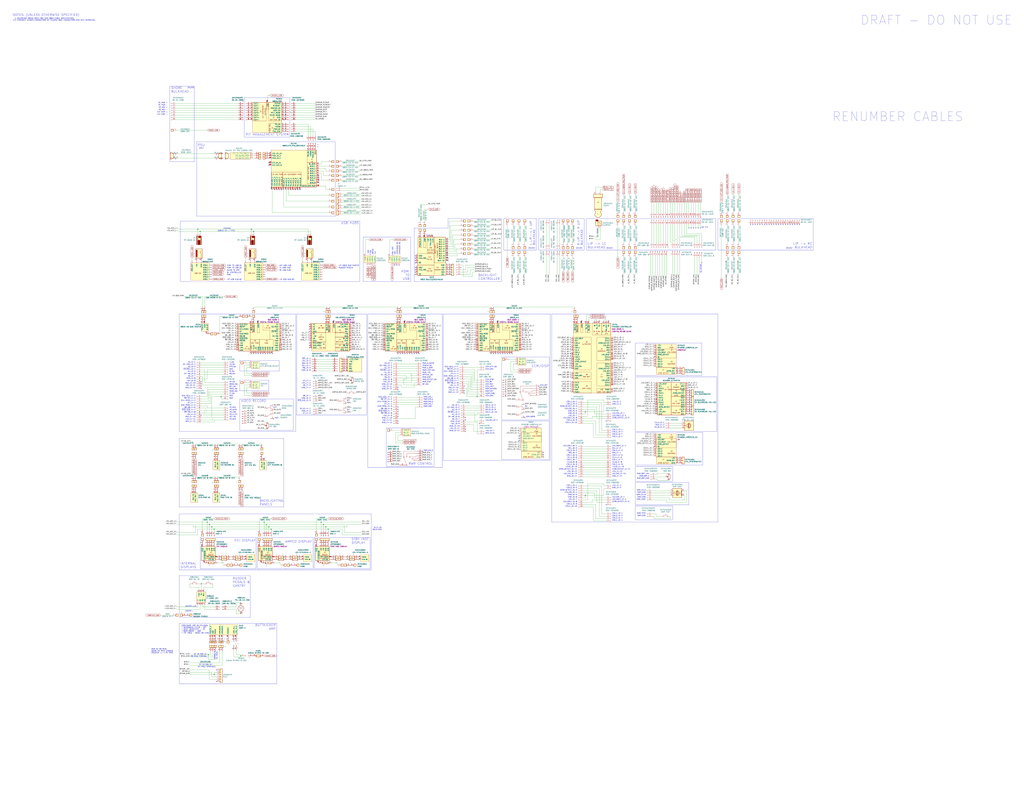
<source format=kicad_sch>
(kicad_sch (version 20230121) (generator eeschema)
  (paper "E")
  (title_block (title "OPENHORNET SYSTEM INTERCONNECT") (date "2023-05-21") (rev "-") (company "OPENHORNET.COM") (comment 1 "CC BY-NC-SA"))
  (lib_symbols
    (symbol "Connector:Barrel_Jack" (pin_names (offset 1.016))
      (property "Reference" "J" (at 0 5.334 0))
      (property "Value" "Barrel_Jack" (at 0 -5.08 0))
      (symbol "Barrel_Jack_1_1"
        (pin passive line (at 7.62 2.54 180) (length 2.54) (name "~") (number "1"))
        (pin passive line (at 7.62 -2.54 180) (length 2.54) (name "~") (number "2"))
      )
    )
    (symbol "Connector:Conn_WallPlug" (pin_names (offset 0))
      (property "Reference" "P" (at -1.27 4.445 0))
      (property "Value" "Conn_WallPlug" (at -5.715 0 90))
      (symbol "Conn_WallPlug_1_1"
        (pin power_out line (at 5.08 2.54 180) (length 5.08) (name "AC_P") (number "1"))
        (pin power_out line (at 5.08 -2.54 180) (length 5.08) (name "AC_N") (number "2"))
      )
    )
    (symbol "Connector:Conn_WallSocket" (pin_names (offset 0))
      (property "Reference" "J" (at 1.27 4.445 0))
      (property "Value" "Conn_WallSocket" (at 5.08 0 90))
      (symbol "Conn_WallSocket_1_1"
        (pin power_in line (at -5.08 2.54 0) (length 5.08) (name "AC_P") (number "1"))
        (pin power_in line (at -5.08 -2.54 0) (length 5.08) (name "AC_N") (number "2"))
      )
    )
    (symbol "Connector:Screw_Terminal_01x01" (pin_names (offset 1.016) hide)
      (property "Reference" "J" (at 0 2.54 0))
      (property "Value" "Screw_Terminal_01x01" (at 0 -2.54 0))
      (symbol "Screw_Terminal_01x01_1_1"
        (pin passive line (at -5.08 0 0) (length 3.81) (name "Pin_1") (number "1"))
      )
    )
    (symbol "Connector_Generic:Conn_01x01" (pin_names (offset 1.016) hide)
      (property "Reference" "J" (at 0 2.54 0))
      (property "Value" "Conn_01x01" (at 0 -2.54 0))
      (symbol "Conn_01x01_1_1"
        (pin passive line (at -5.08 0 0) (length 3.81) (name "Pin_1") (number "1"))
      )
    )
    (symbol "Connector_Generic:Conn_01x02" (pin_names (offset 1.016) hide)
      (property "Reference" "J" (at 0 2.54 0))
      (property "Value" "Conn_01x02" (at 0 -5.08 0))
      (symbol "Conn_01x02_1_1"
        (pin passive line (at -5.08 0 0) (length 3.81) (name "Pin_1") (number "1"))
        (pin passive line (at -5.08 -2.54 0) (length 3.81) (name "Pin_2") (number "2"))
      )
    )
    (symbol "Connector_Generic:Conn_01x03" (pin_names (offset 1.016) hide)
      (property "Reference" "J" (at 0 5.08 0))
      (property "Value" "Conn_01x03" (at 0 -5.08 0))
      (symbol "Conn_01x03_1_1"
        (pin passive line (at -5.08 2.54 0) (length 3.81) (name "Pin_1") (number "1"))
        (pin passive line (at -5.08 0 0) (length 3.81) (name "Pin_2") (number "2"))
        (pin passive line (at -5.08 -2.54 0) (length 3.81) (name "Pin_3") (number "3"))
      )
    )
    (symbol "Connector_Generic:Conn_01x04" (pin_names (offset 1.016) hide)
      (property "Reference" "J" (at 0 5.08 0))
      (property "Value" "Conn_01x04" (at 0 -7.62 0))
      (symbol "Conn_01x04_1_1"
        (pin passive line (at -5.08 2.54 0) (length 3.81) (name "Pin_1") (number "1"))
        (pin passive line (at -5.08 0 0) (length 3.81) (name "Pin_2") (number "2"))
        (pin passive line (at -5.08 -2.54 0) (length 3.81) (name "Pin_3") (number "3"))
        (pin passive line (at -5.08 -5.08 0) (length 3.81) (name "Pin_4") (number "4"))
      )
    )
    (symbol "Connector_Generic:Conn_01x05" (pin_names (offset 1.016) hide)
      (property "Reference" "J" (at 0 7.62 0))
      (property "Value" "Conn_01x05" (at 0 -7.62 0))
      (symbol "Conn_01x05_1_1"
        (pin passive line (at -5.08 5.08 0) (length 3.81) (name "Pin_1") (number "1"))
        (pin passive line (at -5.08 2.54 0) (length 3.81) (name "Pin_2") (number "2"))
        (pin passive line (at -5.08 0 0) (length 3.81) (name "Pin_3") (number "3"))
        (pin passive line (at -5.08 -2.54 0) (length 3.81) (name "Pin_4") (number "4"))
        (pin passive line (at -5.08 -5.08 0) (length 3.81) (name "Pin_5") (number "5"))
      )
    )
    (symbol "Connector_Generic:Conn_01x06" (pin_names (offset 1.016) hide)
      (property "Reference" "J" (at 0 7.62 0))
      (property "Value" "Conn_01x06" (at 0 -10.16 0))
      (symbol "Conn_01x06_1_1"
        (pin passive line (at -5.08 5.08 0) (length 3.81) (name "Pin_1") (number "1"))
        (pin passive line (at -5.08 2.54 0) (length 3.81) (name "Pin_2") (number "2"))
        (pin passive line (at -5.08 0 0) (length 3.81) (name "Pin_3") (number "3"))
        (pin passive line (at -5.08 -2.54 0) (length 3.81) (name "Pin_4") (number "4"))
        (pin passive line (at -5.08 -5.08 0) (length 3.81) (name "Pin_5") (number "5"))
        (pin passive line (at -5.08 -7.62 0) (length 3.81) (name "Pin_6") (number "6"))
      )
    )
    (symbol "Connector_Generic:Conn_02x01" (pin_names (offset 1.016) hide)
      (property "Reference" "J" (at 1.27 2.54 0))
      (property "Value" "Conn_02x01" (at 1.27 -2.54 0))
      (symbol "Conn_02x01_1_1"
        (pin passive line (at -5.08 0 0) (length 3.81) (name "Pin_1") (number "1"))
        (pin passive line (at 7.62 0 180) (length 3.81) (name "Pin_2") (number "2"))
      )
    )
    (symbol "KiCadCustomLib:SW_Rotary5" (pin_names (offset 1.016) hide)
      (property "Reference" "SW" (at 0 17.78 0))
      (property "Value" "SW_Rotary5" (at 0 -5.08 0))
      (symbol "SW_Rotary5_0_1"
        (pin passive line (at 10.16 15.24 180) (length 5.08) (name "1") (number "1"))
        (pin passive line (at 10.16 12.7 180) (length 5.08) (name "2") (number "2"))
        (pin passive line (at 10.16 10.16 180) (length 5.08) (name "3") (number "3"))
        (pin passive line (at 10.16 7.62 180) (length 5.08) (name "4") (number "4"))
        (pin passive line (at 10.16 5.08 180) (length 5.08) (name "5") (number "5"))
        (pin passive line (at -15.24 0 0) (length 7.62) (name "COM") (number "C"))
      )
    )
    (symbol "Motor:Motor_DC" (pin_names (offset 0))
      (property "Reference" "M" (at 2.54 2.54 0))
      (property "Value" "Motor_DC" (at 2.54 -5.08 0))
      (symbol "Motor_DC_1_1"
        (pin passive line (at 0 5.08 270) (length 2.54) (name "+") (number "1"))
        (pin passive line (at 0 -7.62 90) (length 2.54) (name "-") (number "2"))
      )
    )
    (symbol "OH_Interconnect:ABSIS_ATX_PSU_BREAKOUT-ABSIS_2.0" (pin_names (offset 1.016))
      (property "Reference" "A" (at -35.56 -11.43 0))
      (property "Value" "ABSIS_2.0_ABSIS_ATX_PSU_BREAKOUT" (at -35.56 -13.97 0))
      (symbol "ABSIS_ATX_PSU_BREAKOUT-ABSIS_2.0_0_0"
        (text "+5V ACCESSORY PWR" (at -13.97 -41.91 0) (effects (font (size 1.1938 1.1938))))
        (text "12V ACC PWR" (at -30.48 -41.91 0) (effects (font (size 1.1938 1.1938))))
        (text "ABSIS BUS PWR" (at 3.81 -40.64 900) (effects (font (size 1.1938 1.1938))))
        (text "I/O" (at 7.62 -27.94 0) (effects (font (size 1.1938 1.1938))))
        (text "J1" (at 7.62 -25.4 0) (effects (font (size 1.1938 1.1938))))
        (pin input line (at 3.81 -12.7 270) (length 2.54) (name "PS_ON") (number "1"))
        (pin power_out line (at 6.35 -12.7 270) (length 2.54) (name "+5VSB") (number "2"))
        (pin output line (at 8.89 -12.7 270) (length 2.54) (name "PWR_OK") (number "3"))
        (pin power_in line (at 11.43 -12.7 270) (length 2.54) (name "GND") (number "4"))
        (pin unspecified line (at 15.24 -48.26 180) (length 2.54) (name "BUS_7") (number "J10"))
        (pin unspecified line (at 15.24 -50.8 180) (length 2.54) (name "BUS_8") (number "J11"))
        (pin unspecified line (at -22.86 -58.42 90) (length 2.54) (name "5V_ACC_1") (number "J12"))
        (pin unspecified line (at -20.32 -58.42 90) (length 2.54) (name "5V_ACC_2") (number "J13"))
        (pin unspecified line (at -17.78 -58.42 90) (length 2.54) (name "5V_ACC_3") (number "J14"))
        (pin unspecified line (at -15.24 -58.42 90) (length 2.54) (name "5V_ACC_4") (number "J15"))
        (pin unspecified line (at -12.7 -58.42 90) (length 2.54) (name "5V_ACC_5") (number "J16"))
        (pin unspecified line (at -10.16 -58.42 90) (length 2.54) (name "5V_ACC_6") (number "J17"))
        (pin unspecified line (at -7.62 -58.42 90) (length 2.54) (name "5V_ACC_7") (number "J18"))
        (pin unspecified line (at -5.08 -58.42 90) (length 2.54) (name "5V_ACC_8") (number "J19"))
        (pin unspecified line (at -39.37 -19.05 0) (length 2.54) (name "ATX-24_IN") (number "J2"))
        (pin unspecified line (at -35.56 -58.42 90) (length 2.54) (name "12V_ACC_1") (number "J20"))
        (pin unspecified line (at -33.02 -58.42 90) (length 2.54) (name "12V_ACC_2") (number "J21"))
        (pin unspecified line (at -30.48 -58.42 90) (length 2.54) (name "12V_ACC_3") (number "J22"))
        (pin unspecified line (at -27.94 -58.42 90) (length 2.54) (name "12V_ACC_4") (number "J23"))
        (pin unspecified line (at -25.4 -58.42 90) (length 2.54) (name "12V_ACC_5") (number "J24"))
        (pin unspecified line (at -39.37 -21.59 0) (length 2.54) (name "PICE_IN_2") (number "J25"))
        (pin unspecified line (at -39.37 -24.13 0) (length 2.54) (name "PCIE_IN_1") (number "J26"))
        (pin unspecified line (at -39.37 -29.21 0) (length 2.54) (name "EXT_5V_IN") (number "J28"))
        (pin unspecified line (at 15.24 -54.61 180) (length 2.54) (name "XDCR_AMP_PWR") (number "J29"))
        (pin unspecified line (at 15.24 -30.48 180) (length 2.54) (name "BL_BUS") (number "J3"))
        (pin unspecified line (at -39.37 -31.75 0) (length 2.54) (name "EXT_12V_IN") (number "J30"))
        (pin unspecified line (at 15.24 -33.02 180) (length 2.54) (name "BUS_1") (number "J4"))
        (pin unspecified line (at 15.24 -35.56 180) (length 2.54) (name "BUS_2") (number "J5"))
        (pin unspecified line (at 15.24 -38.1 180) (length 2.54) (name "BUS_3") (number "J6"))
        (pin unspecified line (at 15.24 -40.64 180) (length 2.54) (name "BUS_4") (number "J7"))
        (pin unspecified line (at 15.24 -43.18 180) (length 2.54) (name "BUS_5") (number "J8"))
        (pin unspecified line (at 15.24 -45.72 180) (length 2.54) (name "BUS_6") (number "J9"))
      )
    )
    (symbol "OH_Interconnect:ABSIS_BackLightControl-ABSIS_2.0" (pin_names (offset 1.016))
      (property "Reference" "A" (at 15.24 29.21 0))
      (property "Value" "ABSIS_2.0_ABSIS_BackLightControl" (at 15.24 26.67 0))
      (symbol "ABSIS_BackLightControl-ABSIS_2.0_0_0"
        (text "BACKLIGHT" (at 3.81 12.7 900) (effects (font (size 1.27 1.27))))
        (text "CHANNEL BUSES" (at 6.35 11.43 900) (effects (font (size 1.27 1.27))))
        (text "ENCODER" (at 6.35 -10.16 0) (effects (font (size 0.9906 0.9906))))
        (text "FAN #1" (at -2.54 1.27 0) (effects (font (size 1.1938 1.1938))))
        (text "FAN #2" (at -2.54 -11.43 0) (effects (font (size 1.1938 1.1938))))
        (text "FAN VOLT" (at -1.27 11.43 0) (effects (font (size 0.9906 0.9906))))
        (text "J12" (at -2.54 3.81 0) (effects (font (size 1.27 1.27))))
        (text "J13" (at -2.54 -8.89 0) (effects (font (size 1.27 1.27))))
        (text "J14" (at 6.35 -7.62 0) (effects (font (size 1.27 1.27))))
        (text "J16" (at -1.27 13.97 0) (effects (font (size 1.27 1.27))))
        (text "SELECT" (at -1.27 8.89 0) (effects (font (size 0.9906 0.9906))))
        (pin unspecified line (at -3.81 27.94 270) (length 2.54) (name "+5V") (number "1"))
        (pin unspecified line (at -17.78 -7.62 0) (length 2.54) (name "GND") (number "1"))
        (pin unspecified line (at -17.78 5.08 0) (length 2.54) (name "GND") (number "1"))
        (pin unspecified line (at 17.78 -5.08 180) (length 2.54) (name "GND") (number "1"))
        (pin unspecified line (at 17.78 -7.62 180) (length 2.54) (name "+5V") (number "2"))
        (pin unspecified line (at -17.78 -10.16 0) (length 2.54) (name "FAN_VDD") (number "2"))
        (pin unspecified line (at -17.78 2.54 0) (length 2.54) (name "FAN_VDD") (number "2"))
        (pin unspecified line (at -1.27 27.94 270) (length 2.54) (name "FAN_VDD") (number "2"))
        (pin unspecified line (at 1.27 27.94 270) (length 2.54) (name "+12V") (number "3"))
        (pin unspecified line (at 17.78 -10.16 180) (length 2.54) (name "D22") (number "3"))
        (pin no_connect line (at -17.78 -12.7 0) (length 2.54) (name "~") (number "3"))
        (pin no_connect line (at -17.78 0 0) (length 2.54) (name "~") (number "3"))
        (pin unspecified line (at 17.78 -12.7 180) (length 2.54) (name "D23") (number "4"))
        (pin unspecified line (at -17.78 -15.24 0) (length 2.54) (name "~{D2}") (number "4"))
        (pin unspecified line (at -17.78 -2.54 0) (length 2.54) (name "~{D2}") (number "4"))
        (pin unspecified line (at 17.78 -15.24 180) (length 2.54) (name "D24") (number "5"))
        (pin unspecified line (at -12.7 27.94 270) (length 2.54) (name "POWER_IN") (number "J1"))
        (pin bidirectional line (at 17.78 2.54 180) (length 2.54) (name "BLC-9") (number "J10"))
        (pin bidirectional line (at 17.78 0 180) (length 2.54) (name "BLC-10") (number "J11"))
        (pin bidirectional line (at 17.78 22.86 180) (length 2.54) (name "BLC-1") (number "J2"))
        (pin bidirectional line (at 17.78 20.32 180) (length 2.54) (name "BLC-2") (number "J3"))
        (pin bidirectional line (at 17.78 17.78 180) (length 2.54) (name "BLC-3") (number "J4"))
        (pin bidirectional line (at 17.78 15.24 180) (length 2.54) (name "BLC-4") (number "J5"))
        (pin bidirectional line (at 17.78 12.7 180) (length 2.54) (name "BLC-5") (number "J6"))
        (pin bidirectional line (at 17.78 10.16 180) (length 2.54) (name "BLC-6") (number "J7"))
        (pin bidirectional line (at 17.78 7.62 180) (length 2.54) (name "BLC-7") (number "J8"))
        (pin bidirectional line (at 17.78 5.08 180) (length 2.54) (name "BLC-8") (number "J9"))
        (pin unspecified line (at -7.62 27.94 270) (length 2.54) (name "USB") (number "USB"))
      )
    )
    (symbol "OH_Interconnect:ABSIS_Generic_BackLightPCB-ABSIS_2.0" (pin_names (offset 1.016))
      (property "Reference" "A" (at 0 -8.89 0))
      (property "Value" "ABSIS_2.0_ABSIS_Generic_BackLightPCB" (at 0 -11.43 0))
      (symbol "ABSIS_Generic_BackLightPCB-ABSIS_2.0_0_0"
        (pin unspecified line (at -1.27 6.35 270) (length 2.54) (name "BLC_IN") (number "J1"))
        (pin unspecified line (at 1.27 6.35 270) (length 2.54) (name "BLC_OUT") (number "J2"))
      )
    )
    (symbol "OH_Interconnect:ABSIS_PMS-ABSIS_2.0" (pin_names (offset 1.016))
      (property "Reference" "A" (at 13.97 19.05 0))
      (property "Value" "ABSIS_2.0_ABSIS_PMS" (at 10.16 16.51 0))
      (symbol "ABSIS_PMS-ABSIS_2.0_0_0"
        (text "EXT ACCESSORY" (at -5.08 3.81 900) (effects (font (size 1.1938 1.1938))))
        (text "FROM PSU" (at 2.54 -13.97 900) (effects (font (size 1.1938 1.1938))))
        (text "J1" (at 5.08 -13.97 900) (effects (font (size 1.1938 1.1938))))
        (text "J2" (at 6.35 -2.54 0) (effects (font (size 1.1938 1.1938))))
        (text "J3" (at -7.62 3.81 900) (effects (font (size 1.1938 1.1938))))
        (text "OUTPUTS" (at -2.54 3.81 900) (effects (font (size 1.1938 1.1938))))
        (text "SIM PWR" (at 6.35 -5.08 0) (effects (font (size 1.1938 1.1938))))
        (pin unspecified line (at -19.05 12.7 0) (length 2.54) (name "OUT1+") (number "1"))
        (pin unspecified line (at 17.78 12.7 180) (length 2.54) (name "PCPWR") (number "1"))
        (pin unspecified line (at 17.78 -10.16 180) (length 2.54) (name "PS_ON") (number "1"))
        (pin unspecified line (at 17.78 -12.7 180) (length 2.54) (name "+5VSB") (number "2"))
        (pin unspecified line (at -19.05 10.16 0) (length 2.54) (name "OUT1-") (number "2"))
        (pin unspecified line (at 17.78 10.16 180) (length 2.54) (name "PCRESET") (number "2"))
        (pin unspecified line (at 17.78 7.62 180) (length 2.54) (name "MASTER_ON") (number "3"))
        (pin unspecified line (at -19.05 7.62 0) (length 2.54) (name "OUT2+") (number "3"))
        (pin unspecified line (at 17.78 -15.24 180) (length 2.54) (name "PWR_OK") (number "3"))
        (pin unspecified line (at 17.78 5.08 180) (length 2.54) (name "DISP_ON") (number "4"))
        (pin unspecified line (at -19.05 5.08 0) (length 2.54) (name "OUT2-") (number "4"))
        (pin unspecified line (at 17.78 -17.78 180) (length 2.54) (name "PSU_GND") (number "4"))
        (pin unspecified line (at -19.05 2.54 0) (length 2.54) (name "OUT3+") (number "5"))
        (pin unspecified line (at 17.78 2.54 180) (length 2.54) (name "PFLT_MODE") (number "5"))
        (pin unspecified line (at 17.78 0 180) (length 2.54) (name "MAINT_MODE") (number "6"))
        (pin unspecified line (at -19.05 0 0) (length 2.54) (name "OUT3-") (number "6"))
        (pin unspecified line (at 17.78 -2.54 180) (length 2.54) (name "GND") (number "7"))
        (pin unspecified line (at -19.05 -2.54 0) (length 2.54) (name "OUT4+") (number "7"))
        (pin no_connect line (at 17.78 -5.08 180) (length 2.54) (name "NC") (number "8"))
        (pin unspecified line (at -19.05 -5.08 0) (length 2.54) (name "OUT4-") (number "8"))
        (pin unspecified line (at 0 16.51 270) (length 2.54) (name "USB") (number "USB"))
      )
    )
    (symbol "OH_Interconnect:ABSIS_RS485HIDBusMaster-ABSIS_2.0" (pin_names (offset 1.016))
      (property "Reference" "A" (at 5.08 1.27 0))
      (property "Value" "ABSIS_2.0_ABSIS_RS485HIDBusMaster" (at 5.08 -1.27 0))
      (symbol "ABSIS_RS485HIDBusMaster-ABSIS_2.0_0_0"
        (pin unspecified line (at -2.54 7.62 270) (length 2.54) (name "POWER") (number "J1"))
        (pin unspecified line (at 2.54 -6.35 90) (length 2.54) (name "BUS_#1") (number "J2"))
        (pin unspecified line (at 0 7.62 270) (length 2.54) (name "USB") (number "USB"))
      )
    )
    (symbol "OH_Interconnect:AudioJack2-Connector"
      (property "Reference" "J" (at 0 8.89 0))
      (property "Value" "Connector_AudioJack2" (at 0 6.35 0))
      (symbol "AudioJack2-Connector_1_1"
        (pin passive line (at 5.08 2.54 180) (length 2.54) (name "~") (number "S"))
        (pin passive line (at 5.08 0 180) (length 2.54) (name "~") (number "T"))
      )
    )
    (symbol "OH_Interconnect:AudioPlug2-Connector"
      (property "Reference" "J" (at 10.16 6.35 0))
      (property "Value" "Connector_AudioPlug2" (at 10.16 -6.35 0))
      (symbol "AudioPlug2-Connector_0_0"
        (text "S" (at 3.81 0 0) (effects (font (size 1.27 1.27))))
        (text "T" (at -8.89 0 0) (effects (font (size 1.27 1.27))))
      )
      (symbol "AudioPlug2-Connector_1_1"
        (pin passive line (at 15.24 2.54 180) (length 2.54) (name "~") (number "S"))
        (pin passive line (at 15.24 -2.54 180) (length 2.54) (name "~") (number "T"))
      )
    )
    (symbol "OH_Interconnect:Conn_01x01_Female-Connector" (pin_names (offset 1.016) hide)
      (property "Reference" "J" (at 0 2.54 0))
      (property "Value" "Connector_Conn_01x01_Female" (at 0 -2.54 0))
      (symbol "Conn_01x01_Female-Connector_1_1"
        (pin passive line (at -5.08 0 0) (length 3.81) (name "Pin_1") (number "1"))
      )
    )
    (symbol "OH_Interconnect:Conn_01x01_Male-Connector" (pin_names (offset 1.016) hide)
      (property "Reference" "J" (at 0 2.54 0))
      (property "Value" "Connector_Conn_01x01_Male" (at 0 -2.54 0))
      (symbol "Conn_01x01_Male-Connector_1_1"
        (pin passive line (at 5.08 0 180) (length 3.81) (name "Pin_1") (number "1"))
      )
    )
    (symbol "OH_Interconnect:Conn_01x02_Female-Connector" (pin_names (offset 1.016) hide)
      (property "Reference" "J" (at 0 2.54 0))
      (property "Value" "Connector_Conn_01x02_Female" (at 0 -5.08 0))
      (symbol "Conn_01x02_Female-Connector_1_1"
        (pin passive line (at -5.08 0 0) (length 3.81) (name "Pin_1") (number "1"))
        (pin passive line (at -5.08 -2.54 0) (length 3.81) (name "Pin_2") (number "2"))
      )
    )
    (symbol "OH_Interconnect:Conn_01x02_Male-Connector" (pin_names (offset 1.016) hide)
      (property "Reference" "J" (at 0 2.54 0))
      (property "Value" "Connector_Conn_01x02_Male" (at 0 -5.08 0))
      (symbol "Conn_01x02_Male-Connector_1_1"
        (pin passive line (at 5.08 0 180) (length 3.81) (name "Pin_1") (number "1"))
        (pin passive line (at 5.08 -2.54 180) (length 3.81) (name "Pin_2") (number "2"))
      )
    )
    (symbol "OH_Interconnect:Conn_01x03_Female-Connector" (pin_names (offset 1.016) hide)
      (property "Reference" "J" (at 0 5.08 0))
      (property "Value" "Connector_Conn_01x03_Female" (at 0 -5.08 0))
      (symbol "Conn_01x03_Female-Connector_1_1"
        (pin passive line (at -5.08 2.54 0) (length 3.81) (name "Pin_1") (number "1"))
        (pin passive line (at -5.08 0 0) (length 3.81) (name "Pin_2") (number "2"))
        (pin passive line (at -5.08 -2.54 0) (length 3.81) (name "Pin_3") (number "3"))
      )
    )
    (symbol "OH_Interconnect:Conn_01x04_Female-Connector" (pin_names (offset 1.016) hide)
      (property "Reference" "J" (at 0 5.08 0))
      (property "Value" "Connector_Conn_01x04_Female" (at 0 -7.62 0))
      (symbol "Conn_01x04_Female-Connector_1_1"
        (pin passive line (at -5.08 2.54 0) (length 3.81) (name "Pin_1") (number "1"))
        (pin passive line (at -5.08 0 0) (length 3.81) (name "Pin_2") (number "2"))
        (pin passive line (at -5.08 -2.54 0) (length 3.81) (name "Pin_3") (number "3"))
        (pin passive line (at -5.08 -5.08 0) (length 3.81) (name "Pin_4") (number "4"))
      )
    )
    (symbol "OH_Interconnect:Conn_01x04_Male-Connector" (pin_names (offset 1.016) hide)
      (property "Reference" "J" (at 0 5.08 0))
      (property "Value" "Connector_Conn_01x04_Male" (at 0 -7.62 0))
      (symbol "Conn_01x04_Male-Connector_1_1"
        (pin passive line (at 5.08 2.54 180) (length 3.81) (name "Pin_1") (number "1"))
        (pin passive line (at 5.08 0 180) (length 3.81) (name "Pin_2") (number "2"))
        (pin passive line (at 5.08 -2.54 180) (length 3.81) (name "Pin_3") (number "3"))
        (pin passive line (at 5.08 -5.08 180) (length 3.81) (name "Pin_4") (number "4"))
      )
    )
    (symbol "OH_Interconnect:Conn_01x05_Female-Connector" (pin_names (offset 1.016) hide)
      (property "Reference" "J" (at 0 7.62 0))
      (property "Value" "Connector_Conn_01x05_Female" (at 0 -7.62 0))
      (symbol "Conn_01x05_Female-Connector_1_1"
        (pin passive line (at -5.08 5.08 0) (length 3.81) (name "Pin_1") (number "1"))
        (pin passive line (at -5.08 2.54 0) (length 3.81) (name "Pin_2") (number "2"))
        (pin passive line (at -5.08 0 0) (length 3.81) (name "Pin_3") (number "3"))
        (pin passive line (at -5.08 -2.54 0) (length 3.81) (name "Pin_4") (number "4"))
        (pin passive line (at -5.08 -5.08 0) (length 3.81) (name "Pin_5") (number "5"))
      )
    )
    (symbol "OH_Interconnect:Conn_01x05_Male-Connector" (pin_names (offset 1.016) hide)
      (property "Reference" "J" (at 0 7.62 0))
      (property "Value" "Connector_Conn_01x05_Male" (at 0 -7.62 0))
      (symbol "Conn_01x05_Male-Connector_1_1"
        (pin passive line (at 5.08 5.08 180) (length 3.81) (name "Pin_1") (number "1"))
        (pin passive line (at 5.08 2.54 180) (length 3.81) (name "Pin_2") (number "2"))
        (pin passive line (at 5.08 0 180) (length 3.81) (name "Pin_3") (number "3"))
        (pin passive line (at 5.08 -2.54 180) (length 3.81) (name "Pin_4") (number "4"))
        (pin passive line (at 5.08 -5.08 180) (length 3.81) (name "Pin_5") (number "5"))
      )
    )
    (symbol "OH_Interconnect:Conn_01x06_Female-Connector" (pin_names (offset 1.016) hide)
      (property "Reference" "J" (at 0 7.62 0))
      (property "Value" "Connector_Conn_01x06_Female" (at 0 -10.16 0))
      (symbol "Conn_01x06_Female-Connector_1_1"
        (pin passive line (at -5.08 5.08 0) (length 3.81) (name "Pin_1") (number "1"))
        (pin passive line (at -5.08 2.54 0) (length 3.81) (name "Pin_2") (number "2"))
        (pin passive line (at -5.08 0 0) (length 3.81) (name "Pin_3") (number "3"))
        (pin passive line (at -5.08 -2.54 0) (length 3.81) (name "Pin_4") (number "4"))
        (pin passive line (at -5.08 -5.08 0) (length 3.81) (name "Pin_5") (number "5"))
        (pin passive line (at -5.08 -7.62 0) (length 3.81) (name "Pin_6") (number "6"))
      )
    )
    (symbol "OH_Interconnect:Conn_01x06_Male-Connector" (pin_names (offset 1.016) hide)
      (property "Reference" "J" (at 0 7.62 0))
      (property "Value" "Connector_Conn_01x06_Male" (at 0 -10.16 0))
      (symbol "Conn_01x06_Male-Connector_1_1"
        (pin passive line (at 5.08 5.08 180) (length 3.81) (name "Pin_1") (number "1"))
        (pin passive line (at 5.08 2.54 180) (length 3.81) (name "Pin_2") (number "2"))
        (pin passive line (at 5.08 0 180) (length 3.81) (name "Pin_3") (number "3"))
        (pin passive line (at 5.08 -2.54 180) (length 3.81) (name "Pin_4") (number "4"))
        (pin passive line (at 5.08 -5.08 180) (length 3.81) (name "Pin_5") (number "5"))
        (pin passive line (at 5.08 -7.62 180) (length 3.81) (name "Pin_6") (number "6"))
      )
    )
    (symbol "OH_Interconnect:Conn_01x08_Female-Connector" (pin_names (offset 1.016) hide)
      (property "Reference" "J" (at 0 10.16 0))
      (property "Value" "Connector_Conn_01x08_Female" (at 0 -12.7 0))
      (symbol "Conn_01x08_Female-Connector_1_1"
        (pin passive line (at -5.08 7.62 0) (length 3.81) (name "Pin_1") (number "1"))
        (pin passive line (at -5.08 5.08 0) (length 3.81) (name "Pin_2") (number "2"))
        (pin passive line (at -5.08 2.54 0) (length 3.81) (name "Pin_3") (number "3"))
        (pin passive line (at -5.08 0 0) (length 3.81) (name "Pin_4") (number "4"))
        (pin passive line (at -5.08 -2.54 0) (length 3.81) (name "Pin_5") (number "5"))
        (pin passive line (at -5.08 -5.08 0) (length 3.81) (name "Pin_6") (number "6"))
        (pin passive line (at -5.08 -7.62 0) (length 3.81) (name "Pin_7") (number "7"))
        (pin passive line (at -5.08 -10.16 0) (length 3.81) (name "Pin_8") (number "8"))
      )
    )
    (symbol "OH_Interconnect:Conn_01x08_Male-Connector" (pin_names (offset 1.016) hide)
      (property "Reference" "J" (at 0 10.16 0))
      (property "Value" "Connector_Conn_01x08_Male" (at 0 -12.7 0))
      (symbol "Conn_01x08_Male-Connector_1_1"
        (pin passive line (at 5.08 7.62 180) (length 3.81) (name "Pin_1") (number "1"))
        (pin passive line (at 5.08 5.08 180) (length 3.81) (name "Pin_2") (number "2"))
        (pin passive line (at 5.08 2.54 180) (length 3.81) (name "Pin_3") (number "3"))
        (pin passive line (at 5.08 0 180) (length 3.81) (name "Pin_4") (number "4"))
        (pin passive line (at 5.08 -2.54 180) (length 3.81) (name "Pin_5") (number "5"))
        (pin passive line (at 5.08 -5.08 180) (length 3.81) (name "Pin_6") (number "6"))
        (pin passive line (at 5.08 -7.62 180) (length 3.81) (name "Pin_7") (number "7"))
        (pin passive line (at 5.08 -10.16 180) (length 3.81) (name "Pin_8") (number "8"))
      )
    )
    (symbol "OH_Interconnect:Conn_01x10_Female-Connector" (pin_names (offset 1.016) hide)
      (property "Reference" "J" (at 0 12.7 0))
      (property "Value" "Connector_Conn_01x10_Female" (at 0 -15.24 0))
      (symbol "Conn_01x10_Female-Connector_1_1"
        (pin passive line (at -5.08 10.16 0) (length 3.81) (name "Pin_1") (number "1"))
        (pin passive line (at -5.08 -12.7 0) (length 3.81) (name "Pin_10") (number "10"))
        (pin passive line (at -5.08 7.62 0) (length 3.81) (name "Pin_2") (number "2"))
        (pin passive line (at -5.08 5.08 0) (length 3.81) (name "Pin_3") (number "3"))
        (pin passive line (at -5.08 2.54 0) (length 3.81) (name "Pin_4") (number "4"))
        (pin passive line (at -5.08 0 0) (length 3.81) (name "Pin_5") (number "5"))
        (pin passive line (at -5.08 -2.54 0) (length 3.81) (name "Pin_6") (number "6"))
        (pin passive line (at -5.08 -5.08 0) (length 3.81) (name "Pin_7") (number "7"))
        (pin passive line (at -5.08 -7.62 0) (length 3.81) (name "Pin_8") (number "8"))
        (pin passive line (at -5.08 -10.16 0) (length 3.81) (name "Pin_9") (number "9"))
      )
    )
    (symbol "OH_Interconnect:Conn_01x12_Female-Connector" (pin_names (offset 1.016) hide)
      (property "Reference" "J" (at 0 15.24 0))
      (property "Value" "Connector_Conn_01x12_Female" (at 0 -17.78 0))
      (symbol "Conn_01x12_Female-Connector_1_1"
        (pin passive line (at -5.08 12.7 0) (length 3.81) (name "Pin_1") (number "1"))
        (pin passive line (at -5.08 -10.16 0) (length 3.81) (name "Pin_10") (number "10"))
        (pin passive line (at -5.08 -12.7 0) (length 3.81) (name "Pin_11") (number "11"))
        (pin passive line (at -5.08 -15.24 0) (length 3.81) (name "Pin_12") (number "12"))
        (pin passive line (at -5.08 10.16 0) (length 3.81) (name "Pin_2") (number "2"))
        (pin passive line (at -5.08 7.62 0) (length 3.81) (name "Pin_3") (number "3"))
        (pin passive line (at -5.08 5.08 0) (length 3.81) (name "Pin_4") (number "4"))
        (pin passive line (at -5.08 2.54 0) (length 3.81) (name "Pin_5") (number "5"))
        (pin passive line (at -5.08 0 0) (length 3.81) (name "Pin_6") (number "6"))
        (pin passive line (at -5.08 -2.54 0) (length 3.81) (name "Pin_7") (number "7"))
        (pin passive line (at -5.08 -5.08 0) (length 3.81) (name "Pin_8") (number "8"))
        (pin passive line (at -5.08 -7.62 0) (length 3.81) (name "Pin_9") (number "9"))
      )
    )
    (symbol "OH_Interconnect:Conn_01x14_Female-Connector" (pin_names (offset 1.016) hide)
      (property "Reference" "J" (at 0 17.78 0))
      (property "Value" "Connector_Conn_01x14_Female" (at 0 -20.32 0))
      (symbol "Conn_01x14_Female-Connector_1_1"
        (pin passive line (at -5.08 15.24 0) (length 3.81) (name "Pin_1") (number "1"))
        (pin passive line (at -5.08 -7.62 0) (length 3.81) (name "Pin_10") (number "10"))
        (pin passive line (at -5.08 -10.16 0) (length 3.81) (name "Pin_11") (number "11"))
        (pin passive line (at -5.08 -12.7 0) (length 3.81) (name "Pin_12") (number "12"))
        (pin passive line (at -5.08 -15.24 0) (length 3.81) (name "Pin_13") (number "13"))
        (pin passive line (at -5.08 -17.78 0) (length 3.81) (name "Pin_14") (number "14"))
        (pin passive line (at -5.08 12.7 0) (length 3.81) (name "Pin_2") (number "2"))
        (pin passive line (at -5.08 10.16 0) (length 3.81) (name "Pin_3") (number "3"))
        (pin passive line (at -5.08 7.62 0) (length 3.81) (name "Pin_4") (number "4"))
        (pin passive line (at -5.08 5.08 0) (length 3.81) (name "Pin_5") (number "5"))
        (pin passive line (at -5.08 2.54 0) (length 3.81) (name "Pin_6") (number "6"))
        (pin passive line (at -5.08 0 0) (length 3.81) (name "Pin_7") (number "7"))
        (pin passive line (at -5.08 -2.54 0) (length 3.81) (name "Pin_8") (number "8"))
        (pin passive line (at -5.08 -5.08 0) (length 3.81) (name "Pin_9") (number "9"))
      )
    )
    (symbol "OH_Interconnect:Conn_01x22_Female-Connector" (pin_names (offset 1.016) hide)
      (property "Reference" "J" (at 0 27.94 0))
      (property "Value" "Connector_Conn_01x22_Female" (at 0 -30.48 0))
      (symbol "Conn_01x22_Female-Connector_1_1"
        (pin passive line (at -5.08 25.4 0) (length 3.81) (name "Pin_1") (number "1"))
        (pin passive line (at -5.08 2.54 0) (length 3.81) (name "Pin_10") (number "10"))
        (pin passive line (at -5.08 0 0) (length 3.81) (name "Pin_11") (number "11"))
        (pin passive line (at -5.08 -2.54 0) (length 3.81) (name "Pin_12") (number "12"))
        (pin passive line (at -5.08 -5.08 0) (length 3.81) (name "Pin_13") (number "13"))
        (pin passive line (at -5.08 -7.62 0) (length 3.81) (name "Pin_14") (number "14"))
        (pin passive line (at -5.08 -10.16 0) (length 3.81) (name "Pin_15") (number "15"))
        (pin passive line (at -5.08 -12.7 0) (length 3.81) (name "Pin_16") (number "16"))
        (pin passive line (at -5.08 -15.24 0) (length 3.81) (name "Pin_17") (number "17"))
        (pin passive line (at -5.08 -17.78 0) (length 3.81) (name "Pin_18") (number "18"))
        (pin passive line (at -5.08 -20.32 0) (length 3.81) (name "Pin_19") (number "19"))
        (pin passive line (at -5.08 22.86 0) (length 3.81) (name "Pin_2") (number "2"))
        (pin passive line (at -5.08 -22.86 0) (length 3.81) (name "Pin_20") (number "20"))
        (pin passive line (at -5.08 -25.4 0) (length 3.81) (name "Pin_21") (number "21"))
        (pin passive line (at -5.08 -27.94 0) (length 3.81) (name "Pin_22") (number "22"))
        (pin passive line (at -5.08 20.32 0) (length 3.81) (name "Pin_3") (number "3"))
        (pin passive line (at -5.08 17.78 0) (length 3.81) (name "Pin_4") (number "4"))
        (pin passive line (at -5.08 15.24 0) (length 3.81) (name "Pin_5") (number "5"))
        (pin passive line (at -5.08 12.7 0) (length 3.81) (name "Pin_6") (number "6"))
        (pin passive line (at -5.08 10.16 0) (length 3.81) (name "Pin_7") (number "7"))
        (pin passive line (at -5.08 7.62 0) (length 3.81) (name "Pin_8") (number "8"))
        (pin passive line (at -5.08 5.08 0) (length 3.81) (name "Pin_9") (number "9"))
      )
    )
    (symbol "OH_Interconnect:Conn_01x22_Male-Connector" (pin_names (offset 1.016) hide)
      (property "Reference" "J" (at 0 27.94 0))
      (property "Value" "Connector_Conn_01x22_Male" (at 0 -30.48 0))
      (symbol "Conn_01x22_Male-Connector_1_1"
        (pin passive line (at 5.08 25.4 180) (length 3.81) (name "Pin_1") (number "1"))
        (pin passive line (at 5.08 2.54 180) (length 3.81) (name "Pin_10") (number "10"))
        (pin passive line (at 5.08 0 180) (length 3.81) (name "Pin_11") (number "11"))
        (pin passive line (at 5.08 -2.54 180) (length 3.81) (name "Pin_12") (number "12"))
        (pin passive line (at 5.08 -5.08 180) (length 3.81) (name "Pin_13") (number "13"))
        (pin passive line (at 5.08 -7.62 180) (length 3.81) (name "Pin_14") (number "14"))
        (pin passive line (at 5.08 -10.16 180) (length 3.81) (name "Pin_15") (number "15"))
        (pin passive line (at 5.08 -12.7 180) (length 3.81) (name "Pin_16") (number "16"))
        (pin passive line (at 5.08 -15.24 180) (length 3.81) (name "Pin_17") (number "17"))
        (pin passive line (at 5.08 -17.78 180) (length 3.81) (name "Pin_18") (number "18"))
        (pin passive line (at 5.08 -20.32 180) (length 3.81) (name "Pin_19") (number "19"))
        (pin passive line (at 5.08 22.86 180) (length 3.81) (name "Pin_2") (number "2"))
        (pin passive line (at 5.08 -22.86 180) (length 3.81) (name "Pin_20") (number "20"))
        (pin passive line (at 5.08 -25.4 180) (length 3.81) (name "Pin_21") (number "21"))
        (pin passive line (at 5.08 -27.94 180) (length 3.81) (name "Pin_22") (number "22"))
        (pin passive line (at 5.08 20.32 180) (length 3.81) (name "Pin_3") (number "3"))
        (pin passive line (at 5.08 17.78 180) (length 3.81) (name "Pin_4") (number "4"))
        (pin passive line (at 5.08 15.24 180) (length 3.81) (name "Pin_5") (number "5"))
        (pin passive line (at 5.08 12.7 180) (length 3.81) (name "Pin_6") (number "6"))
        (pin passive line (at 5.08 10.16 180) (length 3.81) (name "Pin_7") (number "7"))
        (pin passive line (at 5.08 7.62 180) (length 3.81) (name "Pin_8") (number "8"))
        (pin passive line (at 5.08 5.08 180) (length 3.81) (name "Pin_9") (number "9"))
      )
    )
    (symbol "OH_Interconnect:R_POT-Device" (pin_names (offset 1.016) hide)
      (property "Reference" "RV" (at -4.445 0 90))
      (property "Value" "Device_R_POT" (at -2.54 0 90))
      (symbol "R_POT-Device_1_1"
        (pin passive line (at 0 3.81 270) (length 1.27) (name "1") (number "1"))
        (pin passive line (at 3.81 0 180) (length 1.27) (name "2") (number "2"))
        (pin passive line (at 0 -3.81 90) (length 1.27) (name "3") (number "3"))
      )
    )
    (symbol "OH_Interconnect:Rotary_Encoder-Device" (pin_names (offset 0.254) hide)
      (property "Reference" "SW" (at 0 6.604 0))
      (property "Value" "Device_Rotary_Encoder" (at 0 -6.604 0))
      (symbol "Rotary_Encoder-Device_1_1"
        (pin passive line (at -7.62 2.54 0) (length 2.54) (name "A") (number "A"))
        (pin passive line (at -7.62 -2.54 0) (length 2.54) (name "B") (number "B"))
        (pin passive line (at -7.62 0 0) (length 2.54) (name "C") (number "C"))
      )
    )
    (symbol "OH_Interconnect:Rotary_Encoder_Switch-Device" (pin_names (offset 0.254) hide)
      (property "Reference" "SW" (at 0 6.604 0))
      (property "Value" "Device_Rotary_Encoder_Switch" (at 0 -6.604 0))
      (symbol "Rotary_Encoder_Switch-Device_1_1"
        (pin passive line (at -7.62 2.54 0) (length 2.54) (name "A") (number "A"))
        (pin passive line (at -7.62 -2.54 0) (length 2.54) (name "B") (number "B"))
        (pin passive line (at -7.62 0 0) (length 2.54) (name "C") (number "C"))
        (pin passive line (at 7.62 2.54 180) (length 2.54) (name "S1") (number "S1"))
        (pin passive line (at 7.62 -2.54 180) (length 2.54) (name "S2") (number "S2"))
      )
    )
    (symbol "OH_Interconnect:ABSIS_ALE-ABSIS_2.0" (pin_names (offset 1.016))
      (property "Reference" "A" (at 15.24 24.13 0))
      (property "Value" "ABSIS_2.0_ABSIS_ALE" (at 15.24 21.59 0))
      (property "RS485 ADDR" "BUS ADDR: ?" (at 15.24 19.05 0))
      (property "CONFIG" "CONFIG: RS485 SLAVE" (at 15.24 16.51 0))
      (symbol "ABSIS_ALE-ABSIS_2.0_0_0"
        (text "ACC PWR" (at -11.43 -6.35 0) (effects (font (size 1.27 1.27))))
        (text "GND" (at 1.27 -6.35 0) (effects (font (size 1.27 1.27))))
        (text "I/O #1" (at 2.54 10.16 0) (effects (font (size 1.27 1.27))))
        (text "I/O #2" (at -20.32 -12.7 0) (effects (font (size 1.27 1.27))))
        (text "J3" (at 2.54 12.7 0) (effects (font (size 1.27 1.27))))
        (text "J4" (at -20.32 -10.16 0) (effects (font (size 1.27 1.27))))
        (text "J5" (at 1.27 -3.81 0) (effects (font (size 1.27 1.27))))
        (text "J6" (at -11.43 -3.81 0) (effects (font (size 1.27 1.27))))
        (pin unspecified line (at -15.24 -17.78 90) (length 2.54) (name "+12V") (number "1"))
        (pin unspecified line (at 17.78 13.97 180) (length 2.54) (name "A3") (number "1"))
        (pin unspecified line (at -31.75 13.97 0) (length 2.54) (name "D15/SCK") (number "1"))
        (pin unspecified line (at -5.08 -17.78 90) (length 2.54) (name "GND") (number "1"))
        (pin unspecified line (at -31.75 -8.89 0) (length 2.54) (name "GND") (number "10"))
        (pin unspecified line (at 17.78 -8.89 180) (length 2.54) (name "GND") (number "10"))
        (pin unspecified line (at -31.75 -11.43 0) (length 2.54) (name "+5V") (number "11"))
        (pin unspecified line (at 17.78 -11.43 180) (length 2.54) (name "+5V") (number "11"))
        (pin unspecified line (at -31.75 -13.97 0) (length 2.54) (name "GND") (number "12"))
        (pin unspecified line (at 17.78 -13.97 180) (length 2.54) (name "GND") (number "12"))
        (pin unspecified line (at -12.7 -17.78 90) (length 2.54) (name "+3.3V") (number "2"))
        (pin unspecified line (at 17.78 11.43 180) (length 2.54) (name "D2/SDA") (number "2"))
        (pin unspecified line (at -2.54 -17.78 90) (length 2.54) (name "GND") (number "2"))
        (pin unspecified line (at -31.75 11.43 0) (length 2.54) (name "~{D6/A7}") (number "2"))
        (pin unspecified line (at -10.16 -17.78 90) (length 2.54) (name "+5V") (number "3"))
        (pin unspecified line (at 17.78 8.89 180) (length 2.54) (name "A2") (number "3"))
        (pin unspecified line (at -31.75 8.89 0) (length 2.54) (name "D14/MISO") (number "3"))
        (pin unspecified line (at 0 -17.78 90) (length 2.54) (name "GND") (number "3"))
        (pin unspecified line (at -31.75 6.35 0) (length 2.54) (name "D7") (number "4"))
        (pin unspecified line (at -7.62 -17.78 90) (length 2.54) (name "GND") (number "4"))
        (pin unspecified line (at 2.54 -17.78 90) (length 2.54) (name "GND") (number "4"))
        (pin unspecified line (at 17.78 6.35 180) (length 2.54) (name "~{D3/SCL}") (number "4"))
        (pin unspecified line (at 17.78 3.81 180) (length 2.54) (name "A1") (number "5"))
        (pin unspecified line (at -31.75 3.81 0) (length 2.54) (name "D16/MOSI") (number "5"))
        (pin unspecified line (at 5.08 -17.78 90) (length 2.54) (name "GND") (number "5"))
        (pin unspecified line (at 17.78 1.27 180) (length 2.54) (name "D4/D6") (number "6"))
        (pin unspecified line (at -31.75 1.27 0) (length 2.54) (name "D8/A8") (number "6"))
        (pin unspecified line (at 7.62 -17.78 90) (length 2.54) (name "GND") (number "6"))
        (pin unspecified line (at 17.78 -1.27 180) (length 2.54) (name "A0") (number "7"))
        (pin unspecified line (at -31.75 -1.27 0) (length 2.54) (name "~{D10/A10}") (number "7"))
        (pin unspecified line (at 17.78 -3.81 180) (length 2.54) (name "GND") (number "8"))
        (pin unspecified line (at -31.75 -3.81 0) (length 2.54) (name "~{D9/A9}") (number "8"))
        (pin unspecified line (at -31.75 -6.35 0) (length 2.54) (name "+5V") (number "9"))
        (pin unspecified line (at 17.78 -6.35 180) (length 2.54) (name "+5V") (number "9"))
        (pin bidirectional line (at -15.24 17.78 270) (length 2.54) (name "BUS_IN") (number "J1"))
        (pin bidirectional line (at -12.7 17.78 270) (length 2.54) (name "BUS_OUT") (number "J2"))
        (pin unspecified line (at -7.62 17.78 270) (length 2.54) (name "USB") (number "USB"))
      )
    )
    (symbol "OpenHornet:(RTD2660H)" (pin_names (offset 1.016))
      (property "Reference" "A" (at 25.4 6.35 0))
      (property "Value" "(RTD2660H)" (at 25.4 3.81 0))
      (property "Description" "xxxxxx" (at 25.4 1.27 0))
      (symbol "(RTD2660H)_0_0"
        (text "J3" (at 19.05 -2.54 0) (effects (font (size 1.1938 1.1938))))
        (text "POWER" (at 19.05 -5.08 0) (effects (font (size 1.1938 1.1938))))
        (pin unspecified line (at 15.24 6.35 270) (length 2.54) (name "+5V") (number "1"))
        (pin unspecified line (at 17.78 6.35 270) (length 2.54) (name "+5V") (number "2"))
        (pin unspecified line (at 20.32 6.35 270) (length 2.54) (name "GND") (number "3"))
        (pin unspecified line (at 22.86 6.35 270) (length 2.54) (name "GND") (number "4"))
        (pin unspecified line (at 26.67 -7.62 180) (length 2.54) (name "TFT_DATA") (number "CON1"))
        (pin unspecified line (at 10.16 6.35 270) (length 2.54) (name "HMDI") (number "HDMI"))
        (pin unspecified line (at 12.7 -13.97 90) (length 2.54) (name "KEYBOARD") (number "J6"))
        (pin unspecified line (at 26.67 -10.16 180) (length 2.54) (name "LED_BL") (number "~"))
      )
    )
    (symbol "OpenHornet:B09V6WY1SD" (pin_names (offset 1.016))
      (property "Reference" "A" (at 10.16 20.32 0))
      (property "Value" "B09V6WY1SD" (at 10.16 17.78 0))
      (symbol "B09V6WY1SD_0_0"
        (text "USB 3.0" (at -3.81 5.08 0) (effects (font (size 1.1938 1.1938))))
        (pin power_in line (at -5.08 19.05 270) (length 2.54) (name "+5V") (number "~"))
        (pin power_out line (at 0 19.05 270) (length 2.54) (name "GND") (number "~"))
        (pin bidirectional line (at 11.43 13.97 180) (length 2.54) (name "USB_1") (number "~"))
        (pin bidirectional line (at 11.43 11.43 180) (length 2.54) (name "USB_2") (number "~"))
        (pin bidirectional line (at 11.43 8.89 180) (length 2.54) (name "USB_3") (number "~"))
        (pin bidirectional line (at 11.43 6.35 180) (length 2.54) (name "USB_4") (number "~"))
        (pin bidirectional line (at 11.43 3.81 180) (length 2.54) (name "USB_5") (number "~"))
        (pin bidirectional line (at 11.43 1.27 180) (length 2.54) (name "USB_6") (number "~"))
        (pin bidirectional line (at 11.43 -1.27 180) (length 2.54) (name "USB_7") (number "~"))
        (pin bidirectional line (at -10.16 19.05 270) (length 2.54) (name "USB_OUT") (number "~"))
      )
    )
    (symbol "OpenHornet:Barrel_Plug" (pin_names (offset 1.016))
      (property "Reference" "P" (at -3.175 6.35 0))
      (property "Value" "Barrel_Plug" (at -3.175 4.445 0))
      (symbol "Barrel_Plug_0_0"
        (pin unspecified line (at -1.27 -2.54 90) (length 2.54) (name "~") (number "1"))
        (pin unspecified line (at 1.27 -2.54 90) (length 2.54) (name "~") (number "2"))
      )
    )
    (symbol "OpenHornet:DDI_AMPCD_Button_PCB" (pin_names (offset 1.016))
      (property "Reference" "A" (at 0 11.43 0))
      (property "Value" "DDI_AMPCD_Button_PCB" (at 0 8.89 0))
      (symbol "DDI_AMPCD_Button_PCB_0_0"
        (pin power_in line (at -10.16 6.35 0) (length 2.54) (name "+12V_PWM") (number "1"))
        (pin bidirectional line (at -10.16 3.81 0) (length 2.54) (name "+5V") (number "2"))
        (pin bidirectional line (at -10.16 1.27 0) (length 2.54) (name "SDA") (number "3"))
        (pin bidirectional line (at -10.16 -1.27 0) (length 2.54) (name "SCL") (number "4"))
        (pin power_out line (at -10.16 -3.81 0) (length 2.54) (name "IRQ") (number "5"))
        (pin unspecified line (at -10.16 -6.35 0) (length 2.54) (name "GND") (number "6"))
      )
    )
    (symbol "OpenHornet:DDI_AMPCD_Controller" (pin_names (offset 1.016))
      (property "Reference" "A" (at 38.1 49.53 0))
      (property "Value" "DDI_AMPCD_Controller" (at 38.1 46.99 0))
      (property "CONFIG" "CONFIG: RS485 SLAVE" (at 38.1 41.91 0))
      (property "RS485 ADDR" "BUS ADDR: X" (at 38.1 44.45 0))
      (symbol "DDI_AMPCD_Controller_0_0"
        (text "AMPCD" (at 1.27 25.4 0) (effects (font (size 1.1938 1.1938))))
        (text "BRT/CRS" (at 21.59 20.32 0) (effects (font (size 1.1938 1.1938))))
        (text "CONT/HDG" (at 21.59 13.97 0) (effects (font (size 1.1938 1.1938))))
        (text "DDI ROT" (at 1.27 35.56 0) (effects (font (size 1.1938 1.1938))))
        (text "DDI/AMPCD" (at 21.59 30.48 0) (effects (font (size 1.1938 1.1938))))
        (text "EWI SW" (at 2.54 13.97 0) (effects (font (size 1.1938 1.1938))))
        (text "J3" (at 21.59 33.02 0) (effects (font (size 1.27 1.27))))
        (text "J4" (at 21.59 22.86 0) (effects (font (size 1.1938 1.1938))))
        (text "J5" (at 21.59 16.51 0) (effects (font (size 1.1938 1.1938))))
        (text "J6" (at 1.27 38.1 0) (effects (font (size 1.1938 1.1938))))
        (text "J7" (at 1.27 27.94 0) (effects (font (size 1.1938 1.1938))))
        (text "J8" (at 3.81 17.78 0) (effects (font (size 1.1938 1.1938))))
        (text "ROT" (at 1.27 22.86 0) (effects (font (size 1.1938 1.1938))))
        (pin unspecified line (at 34.29 39.37 180) (length 2.54) (name "12V_PWM") (number "1"))
        (pin unspecified line (at -11.43 29.21 0) (length 2.54) (name "A1") (number "1"))
        (pin unspecified line (at -11.43 39.37 0) (length 2.54) (name "A2") (number "1"))
        (pin unspecified line (at -11.43 19.05 0) (length 2.54) (name "D14_MISO") (number "1"))
        (pin unspecified line (at 34.29 24.13 180) (length 2.54) (name "D4_A6") (number "1"))
        (pin unspecified line (at 34.29 16.51 180) (length 2.54) (name "D8_A8") (number "1"))
        (pin unspecified line (at -11.43 26.67 0) (length 2.54) (name "+5V") (number "2"))
        (pin unspecified line (at 34.29 36.83 180) (length 2.54) (name "+5V_SUPPLY") (number "2"))
        (pin unspecified line (at -11.43 36.83 0) (length 2.54) (name "A1") (number "2"))
        (pin unspecified line (at -11.43 16.51 0) (length 2.54) (name "D16_MOSI") (number "2"))
        (pin unspecified line (at 34.29 13.97 180) (length 2.54) (name "GND") (number "2"))
        (pin unspecified line (at 34.29 21.59 180) (length 2.54) (name "GND") (number "2"))
        (pin unspecified line (at -11.43 24.13 0) (length 2.54) (name "A0") (number "3"))
        (pin unspecified line (at -11.43 34.29 0) (length 2.54) (name "A0") (number "3"))
        (pin unspecified line (at 34.29 19.05 180) (length 2.54) (name "D7") (number "3"))
        (pin unspecified line (at -11.43 13.97 0) (length 2.54) (name "GND") (number "3"))
        (pin unspecified line (at 34.29 34.29 180) (length 2.54) (name "SDA") (number "3"))
        (pin unspecified line (at 34.29 11.43 180) (length 2.54) (name "~{D10}_A10") (number "3"))
        (pin unspecified line (at -11.43 21.59 0) (length 2.54) (name "GND") (number "4"))
        (pin unspecified line (at -11.43 31.75 0) (length 2.54) (name "GND") (number "4"))
        (pin unspecified line (at 34.29 31.75 180) (length 2.54) (name "SCL") (number "4"))
        (pin unspecified line (at 34.29 29.21 180) (length 2.54) (name "IRQ") (number "5"))
        (pin unspecified line (at 34.29 26.67 180) (length 2.54) (name "GND") (number "6"))
        (pin unspecified line (at 7.62 43.18 270) (length 2.54) (name "BUS_IN") (number "J1"))
        (pin unspecified line (at 10.16 43.18 270) (length 2.54) (name "BUS_OUT") (number "J2"))
        (pin unspecified line (at 15.24 43.18 270) (length 2.54) (name "USB") (number "USB"))
      )
    )
    (symbol "OpenHornet:ER-TFTV101A1-1" (pin_names (offset 1.016))
      (property "Reference" "DS" (at 0 7.62 0))
      (property "Value" "ER-TFTV101A1-1" (at 0 5.08 0))
      (symbol "ER-TFTV101A1-1_0_0"
        (pin bidirectional line (at -6.35 1.27 0) (length 2.54) (name "CON1") (number "P1"))
        (pin bidirectional line (at -6.35 -1.27 0) (length 2.54) (name "LED_BL") (number "P2"))
      )
    )
    (symbol "OpenHornet:F-1020" (pin_names (offset 1.016))
      (property "Reference" "A" (at 6.35 6.35 0))
      (property "Value" "F-1020" (at 6.35 3.81 0))
      (symbol "F-1020_0_0"
        (pin unspecified line (at -2.54 8.89 270) (length 2.54) (name "FWD") (number "1"))
        (pin unspecified line (at 0 8.89 270) (length 2.54) (name "0V") (number "2"))
        (pin unspecified line (at 2.54 8.89 270) (length 2.54) (name "REV") (number "3"))
        (pin unspecified line (at -3.81 -7.62 90) (length 2.54) (name "V+") (number "4"))
        (pin unspecified line (at -1.27 -7.62 90) (length 2.54) (name "0V") (number "5"))
        (pin unspecified line (at 1.27 -7.62 90) (length 2.54) (name "M1") (number "6"))
        (pin unspecified line (at 3.81 -7.62 90) (length 2.54) (name "M2") (number "7"))
      )
    )
    (symbol "OpenHornet:GenericATXPSU" (pin_names (offset 1.016))
      (property "Reference" "A" (at -2.54 12.7 0))
      (property "Value" "GenericATXPSU" (at -2.54 10.16 0))
      (symbol "GenericATXPSU_0_0"
        (pin unspecified line (at 10.16 7.62 180) (length 2.54) (name "ATX_24_PIN_MOLEX") (number "J1"))
        (pin unspecified line (at 10.16 5.08 180) (length 2.54) (name "ATX_8_PIN_PCIE") (number "J2"))
        (pin unspecified line (at 10.16 2.54 180) (length 2.54) (name "ATX_8_PIN_PCIE") (number "J3"))
      )
    )
    (symbol "OpenHornet:IFEI" (pin_names (offset 1.016))
      (property "Reference" "A" (at 10.16 6.35 0))
      (property "Value" "IFEI" (at 10.16 3.81 0))
      (symbol "IFEI_0_0"
        (pin input line (at -2.54 2.54 0) (length 2.54) (name "BL_IN") (number "J1"))
        (pin output line (at -2.54 0 0) (length 2.54) (name "BL_OUT") (number "J2"))
        (pin input line (at -2.54 5.08 0) (length 2.54) (name "INPUTS") (number "J3"))
      )
    )
    (symbol "OpenHornet:STANDBY_AIRSPEED_VVI" (pin_names (offset 1.016))
      (property "Reference" "A" (at 0 21.59 0))
      (property "Value" "STANDBY_AIRSPEED_VVI" (at 0 19.05 0))
      (property "DESCRIPTION" "XXXX" (at 0 16.51 0))
      (symbol "STANDBY_AIRSPEED_VVI_0_0"
        (text "J1" (at 6.35 13.97 0) (effects (font (size 1.27 1.27))))
        (text "J2" (at 6.35 8.89 0) (effects (font (size 1.27 1.27))))
        (text "J3" (at 6.35 -3.81 0) (effects (font (size 1.27 1.27))))
        (text "J4" (at -2.54 -12.7 0) (effects (font (size 1.1938 1.1938))))
        (text "LED/ZERO" (at 6.35 6.35 0) (effects (font (size 1.27 1.27))))
        (text "PWR" (at 6.35 11.43 0) (effects (font (size 1.27 1.27))))
        (text "STEPPER" (at 6.35 -6.35 0) (effects (font (size 1.27 1.27))))
        (text "ZERO DETECT" (at -2.54 -16.51 0) (effects (font (size 1.1938 1.1938))))
        (pin unspecified line (at -12.7 13.97 0) (length 2.54) (name "+5V") (number "1"))
        (pin unspecified line (at 13.97 -11.43 180) (length 2.54) (name "+5V") (number "1"))
        (pin unspecified line (at -12.7 -1.27 0) (length 2.54) (name "COIL1") (number "1"))
        (pin unspecified line (at -12.7 8.89 0) (length 2.54) (name "LED_DIN") (number "1"))
        (pin unspecified line (at -12.7 -3.81 0) (length 2.54) (name "COIL2") (number "2"))
        (pin unspecified line (at -12.7 11.43 0) (length 2.54) (name "GND") (number "2"))
        (pin unspecified line (at -12.7 6.35 0) (length 2.54) (name "LED_DOUT") (number "2"))
        (pin unspecified line (at 13.97 -13.97 180) (length 2.54) (name "ZERO_DET") (number "2"))
        (pin unspecified line (at -12.7 -6.35 0) (length 2.54) (name "COIL3") (number "3"))
        (pin unspecified line (at 13.97 -16.51 180) (length 2.54) (name "GND") (number "3"))
        (pin unspecified line (at -12.7 3.81 0) (length 2.54) (name "ZERO_DETECT") (number "3"))
        (pin unspecified line (at -12.7 -8.89 0) (length 2.54) (name "COIL4") (number "4"))
        (pin unspecified line (at -12.7 1.27 0) (length 2.54) (name "NC") (number "4"))
      )
    )
    (symbol "OpenHornet:STANDBY_ALTIMETER" (pin_names (offset 1.016))
      (property "Reference" "A" (at 0 22.86 0))
      (property "Value" "STANDBY_ALTIMETER" (at 0 20.32 0))
      (symbol "STANDBY_ALTIMETER_0_0"
        (text "10K DISP" (at 5.08 -5.08 0) (effects (font (size 1.1938 1.1938))))
        (text "ALT CONN" (at -3.81 10.16 0) (effects (font (size 0.9906 0.9906))))
        (text "ENCODER" (at 5.08 12.7 0) (effects (font (size 0.9906 0.9906))))
        (text "J1" (at -3.81 12.7 0) (effects (font (size 1.27 1.27))))
        (text "J2" (at 5.08 15.24 0) (effects (font (size 1.1938 1.1938))))
        (text "J3" (at 5.08 8.89 0) (effects (font (size 1.1938 1.1938))))
        (text "J4" (at 5.08 -2.54 0) (effects (font (size 1.1938 1.1938))))
        (text "J5" (at 5.08 -12.7 0) (effects (font (size 1.1938 1.1938))))
        (text "PRESS DISP" (at 5.08 -15.24 0) (effects (font (size 0.9906 0.9906))))
        (text "ZERO" (at 5.08 3.81 0) (effects (font (size 1.1938 1.1938))))
        (pin unspecified line (at 17.78 8.89 180) (length 2.54) (name "+5V") (number "1"))
        (pin unspecified line (at 17.78 16.51 180) (length 2.54) (name "CH_A") (number "1"))
        (pin unspecified line (at 17.78 -8.89 180) (length 2.54) (name "GND") (number "1"))
        (pin unspecified line (at 17.78 1.27 180) (length 2.54) (name "GND") (number "1"))
        (pin unspecified line (at -17.78 16.51 0) (length 2.54) (name "LED_DOUT") (number "1"))
        (pin unspecified line (at -17.78 -6.35 0) (length 2.54) (name "+3.3V") (number "10"))
        (pin unspecified line (at -17.78 -8.89 0) (length 2.54) (name "ZERO_DETECT") (number "11"))
        (pin unspecified line (at -17.78 -11.43 0) (length 2.54) (name "+5V") (number "12"))
        (pin unspecified line (at -17.78 -13.97 0) (length 2.54) (name "LED_DIN") (number "13"))
        (pin unspecified line (at -17.78 -16.51 0) (length 2.54) (name "GND") (number "14"))
        (pin unspecified line (at 17.78 -11.43 180) (length 2.54) (name "+3.3V") (number "2"))
        (pin unspecified line (at 17.78 -1.27 180) (length 2.54) (name "+3.3V") (number "2"))
        (pin unspecified line (at 17.78 13.97 180) (length 2.54) (name "GND") (number "2"))
        (pin unspecified line (at -17.78 13.97 0) (length 2.54) (name "SCL") (number "2"))
        (pin unspecified line (at 17.78 6.35 180) (length 2.54) (name "ZERO_DETECT") (number "2"))
        (pin unspecified line (at 17.78 11.43 180) (length 2.54) (name "CH_B") (number "3"))
        (pin unspecified line (at -17.78 11.43 0) (length 2.54) (name "COIL3") (number "3"))
        (pin unspecified line (at 17.78 3.81 180) (length 2.54) (name "GND") (number "3"))
        (pin unspecified line (at 17.78 -3.81 180) (length 2.54) (name "SC0") (number "3"))
        (pin unspecified line (at 17.78 -13.97 180) (length 2.54) (name "SC1") (number "3"))
        (pin unspecified line (at 17.78 -6.35 180) (length 2.54) (name "SD0") (number "4"))
        (pin unspecified line (at 17.78 -16.51 180) (length 2.54) (name "SD1") (number "4"))
        (pin unspecified line (at -17.78 8.89 0) (length 2.54) (name "SDA") (number "4"))
        (pin unspecified line (at -17.78 6.35 0) (length 2.54) (name "COIL4") (number "5"))
        (pin unspecified line (at -17.78 3.81 0) (length 2.54) (name "CH_A") (number "6"))
        (pin unspecified line (at -17.78 1.27 0) (length 2.54) (name "COIL1") (number "7"))
        (pin unspecified line (at -17.78 -1.27 0) (length 2.54) (name "CH_B") (number "8"))
        (pin unspecified line (at -17.78 -3.81 0) (length 2.54) (name "COIL2") (number "9"))
      )
    )
    (symbol "OpenHornet:STANDBY_CONTROLLER" (pin_names (offset 1.016))
      (property "Reference" "A" (at 21.59 36.83 0))
      (property "Value" "STANDBY_CONTROLLER" (at 21.59 34.29 0))
      (property "RS485 ADDR" "BUS ADDR: ?" (at 21.59 31.75 0))
      (property "CONFIG" "CONFIG: RS485 SLAVE" (at 21.59 29.21 0))
      (symbol "STANDBY_CONTROLLER_0_0"
        (text "AIRSPEED" (at 10.16 7.62 0) (effects (font (size 1.1938 1.1938))))
        (text "BL IN SEL" (at 5.08 29.21 0) (effects (font (size 0.9906 0.9906))))
        (text "BL OUT SEL" (at 15.24 29.21 0) (effects (font (size 0.9906 0.9906))))
        (text "J5" (at 10.16 10.16 0) (effects (font (size 1.1938 1.1938))))
        (text "J7" (at 10.16 -17.78 0) (effects (font (size 1.1938 1.1938))))
        (text "JP1" (at 5.08 26.67 0) (effects (font (size 1.27 1.27))))
        (text "JP2" (at 15.24 26.67 0) (effects (font (size 1.27 1.27))))
        (text "VVI" (at 10.16 -20.32 0) (effects (font (size 1.1938 1.1938))))
        (pin unspecified line (at 2.54 40.64 270) (length 2.54) (name "BL") (number "1"))
        (pin unspecified line (at 12.7 40.64 270) (length 2.54) (name "BL") (number "1"))
        (pin unspecified line (at 22.86 -6.35 180) (length 2.54) (name "COIL1") (number "1"))
        (pin unspecified line (at 22.86 21.59 180) (length 2.54) (name "COIL1") (number "1"))
        (pin unspecified line (at 22.86 -29.21 180) (length 2.54) (name "COIL4") (number "10"))
        (pin unspecified line (at 22.86 -1.27 180) (length 2.54) (name "COIL4") (number "10"))
        (pin unspecified line (at 5.08 40.64 270) (length 2.54) (name "BL_IN") (number "2"))
        (pin unspecified line (at 15.24 40.64 270) (length 2.54) (name "BL_OUT") (number "2"))
        (pin unspecified line (at 22.86 -8.89 180) (length 2.54) (name "COIL2") (number "2"))
        (pin unspecified line (at 22.86 19.05 180) (length 2.54) (name "COIL2") (number "2"))
        (pin unspecified line (at 7.62 40.64 270) (length 2.54) (name "MC") (number "3"))
        (pin unspecified line (at 17.78 40.64 270) (length 2.54) (name "MC") (number "3"))
        (pin unspecified line (at 22.86 -11.43 180) (length 2.54) (name "ZERO_DETECT") (number "3"))
        (pin unspecified line (at 22.86 16.51 180) (length 2.54) (name "ZERO_DETECT") (number "3"))
        (pin unspecified line (at 22.86 -13.97 180) (length 2.54) (name "LED_DIN") (number "4"))
        (pin unspecified line (at 22.86 13.97 180) (length 2.54) (name "LED_DIN") (number "4"))
        (pin unspecified line (at 22.86 -16.51 180) (length 2.54) (name "GND") (number "5"))
        (pin unspecified line (at 22.86 11.43 180) (length 2.54) (name "GND") (number "5"))
        (pin unspecified line (at 22.86 -19.05 180) (length 2.54) (name "GND") (number "6"))
        (pin unspecified line (at 22.86 8.89 180) (length 2.54) (name "GND") (number "6"))
        (pin unspecified line (at 22.86 -21.59 180) (length 2.54) (name "+5V") (number "7"))
        (pin unspecified line (at 22.86 6.35 180) (length 2.54) (name "+5V") (number "7"))
        (pin unspecified line (at 22.86 -24.13 180) (length 2.54) (name "LED_DOUT") (number "8"))
        (pin unspecified line (at 22.86 3.81 180) (length 2.54) (name "LED_DOUT") (number "8"))
        (pin unspecified line (at 22.86 -26.67 180) (length 2.54) (name "COIL3") (number "9"))
        (pin unspecified line (at 22.86 1.27 180) (length 2.54) (name "COIL3") (number "9"))
        (pin unspecified line (at -19.05 40.64 270) (length 2.54) (name "BUS_IN") (number "J1"))
        (pin unspecified line (at -16.51 40.64 270) (length 2.54) (name "BUS_OUT") (number "J2"))
        (pin unspecified line (at -6.35 40.64 270) (length 2.54) (name "BL_IN") (number "J3"))
        (pin unspecified line (at -3.81 40.64 270) (length 2.54) (name "BL_OUT") (number "J4"))
        (pin unspecified line (at -11.43 40.64 270) (length 2.54) (name "USB") (number "USB"))
      )
      (symbol "STANDBY_CONTROLLER_1_1"
        (text "ALTIMETER" (at -6.35 15.24 0) (effects (font (size 1.1938 1.1938))))
        (text "J10" (at 10.16 -34.29 0) (effects (font (size 1.27 1.27))))
        (text "J6" (at -6.35 17.78 0) (effects (font (size 1.27 1.27))))
        (text "J8" (at -6.35 -17.78 0) (effects (font (size 1.27 1.27))))
        (text "J9" (at -6.35 -30.48 0) (effects (font (size 1.27 1.27))))
        (text "RWR BRT" (at -6.35 -20.32 0) (effects (font (size 1.1938 1.1938))))
        (text "SARI CAGE" (at -6.35 -33.02 0) (effects (font (size 1.1938 1.1938))))
        (text "SARI TEST" (at 10.16 -36.83 0) (effects (font (size 1.1938 1.1938))))
        (pin unspecified line (at -22.86 -16.51 0) (length 2.54) (name "+5V") (number "1"))
        (pin unspecified line (at -22.86 -26.67 0) (length 2.54) (name "CH_A") (number "1"))
        (pin unspecified line (at -22.86 21.59 0) (length 2.54) (name "LED_DOUT") (number "1"))
        (pin unspecified line (at 22.86 -34.29 180) (length 2.54) (name "PUSH") (number "1"))
        (pin unspecified line (at -22.86 -1.27 0) (length 2.54) (name "+3.3V") (number "10"))
        (pin unspecified line (at -22.86 -3.81 0) (length 2.54) (name "ZERO_DETECT") (number "11"))
        (pin unspecified line (at -22.86 -6.35 0) (length 2.54) (name "+5V") (number "12"))
        (pin unspecified line (at -22.86 -8.89 0) (length 2.54) (name "LED_DIN") (number "13"))
        (pin unspecified line (at -22.86 -11.43 0) (length 2.54) (name "GND") (number "14"))
        (pin unspecified line (at -22.86 -29.21 0) (length 2.54) (name "GND") (number "2"))
        (pin unspecified line (at 22.86 -36.83 180) (length 2.54) (name "GND") (number "2"))
        (pin unspecified line (at -22.86 -19.05 0) (length 2.54) (name "RWR_BRT") (number "2"))
        (pin unspecified line (at -22.86 19.05 0) (length 2.54) (name "SCL") (number "2"))
        (pin unspecified line (at -22.86 -31.75 0) (length 2.54) (name "CH_B") (number "3"))
        (pin unspecified line (at -22.86 16.51 0) (length 2.54) (name "COIL3") (number "3"))
        (pin unspecified line (at -22.86 -21.59 0) (length 2.54) (name "GND") (number "3"))
        (pin unspecified line (at -22.86 -34.29 0) (length 2.54) (name "GND") (number "4"))
        (pin unspecified line (at -22.86 13.97 0) (length 2.54) (name "SDA") (number "4"))
        (pin unspecified line (at -22.86 11.43 0) (length 2.54) (name "COIL4") (number "5"))
        (pin unspecified line (at -22.86 -36.83 0) (length 2.54) (name "PUSH") (number "5"))
        (pin unspecified line (at -22.86 8.89 0) (length 2.54) (name "CH_A") (number "6"))
        (pin unspecified line (at -22.86 6.35 0) (length 2.54) (name "COIL1") (number "7"))
        (pin unspecified line (at -22.86 3.81 0) (length 2.54) (name "CH_B") (number "8"))
        (pin unspecified line (at -22.86 1.27 0) (length 2.54) (name "COIL2") (number "9"))
      )
    )
    (symbol "OpenHornet:USB32HD4" (pin_names (offset 1.016))
      (property "Reference" "A" (at 7.62 1.27 0))
      (property "Value" "USB32HD4" (at 7.62 -1.27 0))
      (symbol "USB32HD4_0_0"
        (pin unspecified line (at -2.54 -6.35 90) (length 2.54) (name "HDMI1") (number "1"))
        (pin unspecified line (at 0 -6.35 90) (length 2.54) (name "HDMI2") (number "2"))
        (pin unspecified line (at 2.54 -6.35 90) (length 2.54) (name "HDMI3") (number "3"))
        (pin unspecified line (at 5.08 -6.35 90) (length 2.54) (name "HDMI4") (number "4"))
        (pin unspecified line (at -5.08 6.35 270) (length 2.54) (name "USB") (number "5"))
      )
    )
    (symbol "OpenHornet:X502-1" (pin_names (offset 1.016))
      (property "Reference" "A" (at 15.24 13.97 0))
      (property "Value" "X502-1" (at 17.78 11.43 0))
      (symbol "X502-1_0_0"
        (pin unspecified line (at -17.78 -2.54 90) (length 2.54) (name "POWER_IN") (number "J1"))
        (pin unspecified line (at -15.24 -2.54 90) (length 2.54) (name "GND") (number "J2"))
        (pin unspecified line (at -12.7 -2.54 90) (length 2.54) (name "RCON") (number "J3"))
        (pin unspecified line (at -7.62 -2.54 90) (length 2.54) (name "SPEAKER+") (number "J4"))
        (pin unspecified line (at -5.08 -2.54 90) (length 2.54) (name "SPEAKER-") (number "J5"))
        (pin unspecified line (at 1.27 -2.54 90) (length 2.54) (name "REMOTE") (number "J6"))
        (pin unspecified line (at 7.62 -2.54 90) (length 2.54) (name "LINE_IN_L") (number "J7"))
        (pin unspecified line (at 10.16 -2.54 90) (length 2.54) (name "LINE_IN_R") (number "J8"))
      )
    )
    (symbol "Switch:SW_Push" (pin_numbers hide) (pin_names (offset 1.016) hide)
      (property "Reference" "SW" (at 1.27 2.54 0))
      (property "Value" "SW_Push" (at 0 -1.524 0))
      (symbol "SW_Push_0_1"
        (pin passive line (at -5.08 0 0) (length 2.54) (name "1") (number "1"))
        (pin passive line (at 5.08 0 180) (length 2.54) (name "2") (number "2"))
      )
    )
    (symbol "Switch:SW_SPDT" (pin_names (offset 0) hide)
      (property "Reference" "SW" (at 0 4.318 0))
      (property "Value" "SW_SPDT" (at 0 -5.08 0))
      (symbol "SW_SPDT_1_1"
        (pin passive line (at 5.08 2.54 180) (length 2.54) (name "A") (number "1"))
        (pin passive line (at -5.08 0 0) (length 2.54) (name "B") (number "2"))
        (pin passive line (at 5.08 -2.54 180) (length 2.54) (name "C") (number "3"))
      )
    )
    (symbol "Switch:SW_SPDT_MSM" (pin_names (offset 0) hide)
      (property "Reference" "SW" (at 0 5.08 0))
      (property "Value" "SW_SPDT_MSM" (at 0 -5.08 0))
      (symbol "SW_SPDT_MSM_1_1"
        (pin passive line (at 5.08 2.54 180) (length 2.54) (name "1") (number "1"))
        (pin passive line (at -5.08 0 0) (length 2.54) (name "2") (number "2"))
        (pin passive line (at 5.08 -2.54 180) (length 2.54) (name "3") (number "3"))
      )
    )
  )
  (junction (at 638.81 449.58))
  (junction (at 355.6 575.31))
  (junction (at 293.37 575.31))
  (junction (at 233.68 736.6))
  (junction (at 231.14 575.31))
  (junction (at 227.33 715.01))
  (junction (at 353.06 572.77))
  (junction (at 295.91 577.85))
  (junction (at 288.29 570.23))
  (junction (at 241.3 433.07))
  (junction (at 219.71 637.54))
  (junction (at 233.68 577.85))
  (junction (at 358.14 577.85))
  (junction (at 226.06 570.23))
  (junction (at 215.9 250.19))
  (junction (at 228.6 572.77))
  (junction (at 274.32 250.19))
  (junction (at 218.44 252.73))
  (junction (at 262.89 716.28))
  (junction (at 638.81 541.02))
  (junction (at 520.7 433.07))
  (junction (at 276.86 252.73))
  (junction (at 350.52 570.23))
  (junction (at 290.83 572.77))
  (no_connect (at 304.8 207.01))
  (no_connect (at 839.47 245.11))
  (no_connect (at 506.73 426.72))
  (no_connect (at 764.54 248.92))
  (no_connect (at 593.09 496.57))
  (no_connect (at 713.74 389.89))
  (no_connect (at 834.39 245.11))
  (no_connect (at 434.34 449.58))
  (no_connect (at 434.34 444.5))
  (no_connect (at 288.29 500.38))
  (no_connect (at 453.39 294.64))
  (no_connect (at 867.41 245.11))
  (no_connect (at 852.17 245.11))
  (no_connect (at 219.71 421.64))
  (no_connect (at 453.39 299.72))
  (no_connect (at 337.82 379.73))
  (no_connect (at 364.49 350.52))
  (no_connect (at 551.18 386.08))
  (no_connect (at 821.69 245.11))
  (no_connect (at 468.63 256.54))
  (no_connect (at 281.94 350.52))
  (no_connect (at 593.09 494.03))
  (no_connect (at 664.21 350.52))
  (no_connect (at 661.67 459.74))
  (no_connect (at 762 248.92))
  (no_connect (at 219.71 416.56))
  (no_connect (at 347.98 199.39))
  (no_connect (at 453.39 281.94))
  (no_connect (at 347.98 196.85))
  (no_connect (at 433.07 289.56))
  (no_connect (at 284.48 386.08))
  (no_connect (at 337.82 377.19))
  (no_connect (at 765.81 287.02))
  (no_connect (at 294.64 386.08))
  (no_connect (at 337.82 359.41))
  (no_connect (at 434.34 462.28))
  (no_connect (at 488.95 284.48))
  (no_connect (at 327.66 207.01))
  (no_connect (at 279.4 386.08))
  (no_connect (at 219.71 453.39))
  (no_connect (at 502.92 292.1))
  (no_connect (at 447.04 386.08))
  (no_connect (at 337.82 361.95))
  (no_connect (at 824.23 245.11))
  (no_connect (at 435.61 289.56))
  (no_connect (at 572.77 455.93))
  (no_connect (at 337.82 354.33))
  (no_connect (at 337.82 374.65))
  (no_connect (at 347.98 191.77))
  (no_connect (at 302.26 207.01))
  (no_connect (at 508 466.09))
  (no_connect (at 566.42 476.25))
  (no_connect (at 862.33 245.11))
  (no_connect (at 553.72 386.08))
  (no_connect (at 854.71 245.11))
  (no_connect (at 287.02 386.08))
  (no_connect (at 441.96 386.08))
  (no_connect (at 556.26 386.08))
  (no_connect (at 558.8 386.08))
  (no_connect (at 293.37 180.34))
  (no_connect (at 434.34 386.08))
  (no_connect (at 281.94 386.08))
  (no_connect (at 471.17 256.54))
  (no_connect (at 829.31 245.11))
  (no_connect (at 307.34 207.01))
  (no_connect (at 444.5 386.08))
  (no_connect (at 317.5 207.01))
  (no_connect (at 299.72 207.01))
  (no_connect (at 292.1 386.08))
  (no_connect (at 506.73 429.26))
  (no_connect (at 508 468.63))
  (no_connect (at 434.34 459.74))
  (no_connect (at 453.39 292.1))
  (no_connect (at 441.96 350.52))
  (no_connect (at 325.12 207.01))
  (no_connect (at 434.34 447.04))
  (no_connect (at 436.88 386.08))
  (no_connect (at 872.49 245.11))
  (no_connect (at 506.73 421.64))
  (no_connect (at 434.34 452.12))
  (no_connect (at 546.1 386.08))
  (no_connect (at 538.48 386.08))
  (no_connect (at 836.93 245.11))
  (no_connect (at 844.55 245.11))
  (no_connect (at 535.94 386.08))
  (no_connect (at 454.66 386.08))
  (no_connect (at 543.56 350.52))
  (no_connect (at 548.64 386.08))
  (no_connect (at 434.34 422.91))
  (no_connect (at 236.22 731.52))
  (no_connect (at 819.15 245.11))
  (no_connect (at 430.53 289.56))
  (no_connect (at 347.98 194.31))
  (no_connect (at 751.84 248.92))
  (no_connect (at 857.25 245.11))
  (no_connect (at 842.01 245.11))
  (no_connect (at 756.92 248.92))
  (no_connect (at 488.95 281.94))
  (no_connect (at 541.02 386.08))
  (no_connect (at 434.34 425.45))
  (no_connect (at 297.18 386.08))
  (no_connect (at 869.95 245.11))
  (no_connect (at 508 458.47))
  (no_connect (at 635 350.52))
  (no_connect (at 293.37 177.8))
  (no_connect (at 566.42 478.79))
  (no_connect (at 457.2 386.08))
  (no_connect (at 859.79 245.11))
  (no_connect (at 754.38 248.92))
  (no_connect (at 831.85 245.11))
  (no_connect (at 826.77 245.11))
  (no_connect (at 289.56 386.08))
  (no_connect (at 439.42 386.08))
  (no_connect (at 322.58 207.01))
  (no_connect (at 847.09 245.11))
  (no_connect (at 508 471.17))
  (no_connect (at 461.01 492.76))
  (no_connect (at 508 455.93))
  (no_connect (at 219.71 424.18))
  (no_connect (at 566.42 481.33))
  (no_connect (at 298.45 457.2))
  (no_connect (at 236.22 744.22))
  (no_connect (at 759.46 248.92))
  (no_connect (at 320.04 207.01))
  (no_connect (at 276.86 386.08))
  (no_connect (at 654.05 350.52))
  (no_connect (at 453.39 279.4))
  (no_connect (at 523.24 462.28))
  (no_connect (at 661.67 551.18))
  (no_connect (at 453.39 287.02))
  (no_connect (at 849.63 245.11))
  (no_connect (at 219.71 419.1))
  (no_connect (at 593.09 499.11))
  (no_connect (at 452.12 386.08))
  (no_connect (at 274.32 386.08))
  (no_connect (at 543.56 386.08))
  (no_connect (at 337.82 356.87))
  (no_connect (at 588.01 421.64))
  (no_connect (at 449.58 386.08))
  (no_connect (at 466.09 256.54))
  (no_connect (at 713.74 487.68))
  (no_connect (at 864.87 245.11))
  (no_connect (at 434.34 454.66))
  (wire (pts (xy 293.37 575.31) (xy 231.14 575.31)))
  (wire (pts (xy 220.98 579.12) (xy 220.98 566.42)))
  (wire (pts (xy 739.14 279.4) (xy 739.14 299.72)))
  (polyline (pts (xy 342.9 586.74) (xy 342.9 621.03)))
  (wire (pts (xy 744.22 245.11) (xy 744.22 257.81)))
  (wire (pts (xy 222.25 641.35) (xy 222.25 643.89)))
  (wire (pts (xy 497.84 271.78) (xy 497.84 276.86)))
  (polyline (pts (xy 396.24 259.08) (xy 448.31 259.08)))
  (wire (pts (xy 434.34 436.88) (xy 455.93 436.88)))
  (wire (pts (xy 306.07 614.68) (xy 299.72 614.68)))
  (wire (pts (xy 233.68 736.6) (xy 236.22 736.6)))
  (wire (pts (xy 223.52 323.85) (xy 245.11 323.85)))
  (wire (pts (xy 749.3 535.94) (xy 749.3 548.64)))
  (polyline (pts (xy 218.44 586.74) (xy 218.44 621.03)))
  (wire (pts (xy 312.42 207.01) (xy 312.42 219.71)))
  (wire (pts (xy 215.9 662.94) (xy 215.9 660.4)))
  (wire (pts (xy 194.31 167.64) (xy 233.68 167.64)))
  (wire (pts (xy 713.74 232.41) (xy 713.74 220.98)))
  (polyline (pts (xy 196.85 307.34) (xy 392.43 307.34)))
  (wire (pts (xy 651.51 457.2) (xy 651.51 444.5)))
  (wire (pts (xy 191.77 115.57) (xy 260.35 115.57)))
  (wire (pts (xy 269.24 417.83) (xy 271.78 417.83)))
  (wire (pts (xy 402.59 261.62) (xy 398.78 261.62)))
  (wire (pts (xy 497.84 276.86) (xy 488.95 276.86)))
  (polyline (pts (xy 279.4 621.03) (xy 218.44 621.03)))
  (wire (pts (xy 806.45 212.09) (xy 806.45 231.14)))
  (wire (pts (xy 654.05 472.44) (xy 654.05 441.96)))
  (polyline (pts (xy 261.62 426.72) (xy 261.62 415.29)))
  (wire (pts (xy 288.29 570.23) (xy 226.06 570.23)))
  (wire (pts (xy 535.94 271.78) (xy 516.89 271.78)))
  (wire (pts (xy 661.67 474.98) (xy 650.24 474.98)))
  (wire (pts (xy 638.81 543.56) (xy 638.81 541.02)))
  (wire (pts (xy 242.57 711.2) (xy 242.57 726.44)))
  (wire (pts (xy 194.31 172.72) (xy 233.68 172.72)))
  (wire (pts (xy 339.09 138.43) (xy 339.09 148.59)))
  (wire (pts (xy 344.17 143.51) (xy 344.17 148.59)))
  (wire (pts (xy 661.67 546.1) (xy 646.43 546.1)))
  (wire (pts (xy 322.58 115.57) (xy 344.17 115.57)))
  (polyline (pts (xy 261.62 435.61) (xy 320.04 435.61)))
  (wire (pts (xy 646.43 546.1) (xy 646.43 548.64)))
  (wire (pts (xy 718.82 245.11) (xy 718.82 265.43)))
  (polyline (pts (xy 293.37 426.72) (xy 261.62 426.72)))
  (wire (pts (xy 491.49 264.16) (xy 491.49 246.38)))
  (wire (pts (xy 274.32 255.27) (xy 274.32 250.19)))
  (wire (pts (xy 355.6 184.15) (xy 355.6 186.69)))
  (wire (pts (xy 499.11 279.4) (xy 488.95 279.4)))
  (polyline (pts (xy 588.01 273.05) (xy 637.54 273.05)))
  (wire (pts (xy 283.21 579.12) (xy 283.21 566.42)))
  (wire (pts (xy 232.41 455.93) (xy 232.41 458.47)))
  (wire (pts (xy 243.84 614.68) (xy 237.49 614.68)))
  (wire (pts (xy 656.59 561.34) (xy 656.59 530.86)))
  (wire (pts (xy 661.67 452.12) (xy 648.97 452.12)))
  (wire (pts (xy 341.63 140.97) (xy 341.63 148.59)))
  (wire (pts (xy 372.11 205.74) (xy 392.43 205.74)))
  (polyline (pts (xy 547.37 458.47) (xy 547.37 389.89)))
  (wire (pts (xy 721.36 232.41) (xy 721.36 220.98)))
  (wire (pts (xy 355.6 203.2) (xy 355.6 207.01)))
  (wire (pts (xy 347.98 181.61) (xy 358.14 181.61)))
  (polyline (pts (xy 765.81 374.65) (xy 765.81 410.21)))
  (wire (pts (xy 345.44 402.59) (xy 363.22 402.59)))
  (polyline (pts (xy 734.06 552.45) (xy 734.06 567.69)))
  (polyline (pts (xy 482.6 342.9) (xy 482.6 510.54)))
  (wire (pts (xy 255.27 709.93) (xy 255.27 717.55)))
  (wire (pts (xy 283.21 566.42) (xy 295.91 566.42)))
  (wire (pts (xy 243.84 425.45) (xy 227.33 425.45)))
  (wire (pts (xy 274.32 250.19) (xy 215.9 250.19)))
  (wire (pts (xy 509.27 433.07) (xy 509.27 424.18)))
  (polyline (pts (xy 195.58 561.34) (xy 342.9 561.34)))
  (wire (pts (xy 226.06 580.39) (xy 226.06 570.23)))
  (wire (pts (xy 643.89 346.71) (xy 642.62 346.71)))
  (wire (pts (xy 624.84 280.67) (xy 624.84 295.91)))
  (wire (pts (xy 223.52 403.86) (xy 219.71 403.86)))
  (wire (pts (xy 754.38 220.98) (xy 754.38 232.41)))
  (wire (pts (xy 652.78 259.08) (xy 648.97 259.08)))
  (polyline (pts (xy 734.06 525.78) (xy 693.42 525.78)))
  (wire (pts (xy 231.14 575.31) (xy 210.82 575.31)))
  (wire (pts (xy 727.71 546.1) (xy 711.2 546.1)))
  (wire (pts (xy 648.97 452.12) (xy 648.97 447.04)))
  (wire (pts (xy 322.58 125.73) (xy 344.17 125.73)))
  (wire (pts (xy 458.47 223.52) (xy 467.36 223.52)))
  (wire (pts (xy 243.84 433.07) (xy 241.3 433.07)))
  (wire (pts (xy 322.58 128.27) (xy 344.17 128.27)))
  (wire (pts (xy 661.67 472.44) (xy 654.05 472.44)))
  (wire (pts (xy 654.05 441.96) (xy 636.27 441.96)))
  (polyline (pts (xy 734.06 509.27) (xy 734.06 525.78)))
  (wire (pts (xy 347.98 189.23) (xy 350.52 189.23)))
  (wire (pts (xy 756.92 245.11) (xy 756.92 248.92)))
  (wire (pts (xy 656.59 439.42) (xy 636.27 439.42)))
  (wire (pts (xy 636.27 497.84) (xy 661.67 497.84)))
  (wire (pts (xy 494.03 256.54) (xy 501.65 256.54)))
  (polyline (pts (xy 316.23 106.68) (xy 316.23 149.86)))
  (wire (pts (xy 220.98 420.37) (xy 243.84 420.37)))
  (wire (pts (xy 501.65 251.46) (xy 492.76 251.46)))
  (wire (pts (xy 440.69 412.75) (xy 440.69 420.37)))
  (wire (pts (xy 717.55 279.4) (xy 717.55 300.99)))
  (wire (pts (xy 506.73 403.86) (xy 518.16 403.86)))
  (wire (pts (xy 398.78 261.62) (xy 398.78 276.86)))
  (wire (pts (xy 661.67 548.64) (xy 651.51 548.64)))
  (wire (pts (xy 650.24 204.47) (xy 657.86 204.47)))
  (polyline (pts (xy 403.86 621.03) (xy 403.86 586.74)))
  (wire (pts (xy 499.11 276.86) (xy 499.11 279.4)))
  (wire (pts (xy 720.09 279.4) (xy 720.09 300.99)))
  (wire (pts (xy 693.42 280.67) (xy 693.42 299.72)))
  (wire (pts (xy 717.55 518.16) (xy 715.01 518.16)))
  (wire (pts (xy 523.24 450.85) (xy 520.7 450.85)))
  (wire (pts (xy 619.76 280.67) (xy 619.76 295.91)))
  (polyline (pts (xy 195.58 478.79) (xy 195.58 553.72)))
  (wire (pts (xy 596.9 245.11) (xy 596.9 266.7)))
  (polyline (pts (xy 637.54 273.05) (xy 637.54 238.76)))
  (wire (pts (xy 350.52 179.07) (xy 350.52 176.53)))
  (wire (pts (xy 759.46 220.98) (xy 759.46 232.41)))
  (wire (pts (xy 508 294.64) (xy 508 289.56)))
  (wire (pts (xy 734.06 264.16) (xy 731.52 264.16)))
  (wire (pts (xy 596.9 279.4) (xy 596.9 299.72)))
  (wire (pts (xy 806.45 246.38) (xy 806.45 265.43)))
  (wire (pts (xy 734.06 262.89) (xy 736.6 262.89)))
  (wire (pts (xy 223.52 450.85) (xy 223.52 448.31)))
  (wire (pts (xy 322.58 123.19) (xy 344.17 123.19)))
  (wire (pts (xy 373.38 176.53) (xy 392.43 176.53)))
  (polyline (pts (xy 401.32 510.54) (xy 401.32 342.9)))
  (wire (pts (xy 375.92 581.66) (xy 375.92 572.77)))
  (wire (pts (xy 234.95 665.48) (xy 223.52 665.48)))
  (wire (pts (xy 496.57 274.32) (xy 488.95 274.32)))
  (wire (pts (xy 220.98 335.28) (xy 220.98 323.85)))
  (wire (pts (xy 741.68 260.35) (xy 741.68 265.43)))
  (wire (pts (xy 636.27 510.54) (xy 661.67 510.54)))
  (polyline (pts (xy 767.08 472.44) (xy 767.08 508)))
  (wire (pts (xy 243.84 398.78) (xy 219.71 398.78)))
  (polyline (pts (xy 323.85 342.9) (xy 400.05 342.9)))
  (polyline (pts (xy 341.63 621.03) (xy 341.63 586.74)))
  (wire (pts (xy 655.32 209.55) (xy 655.32 207.01)))
  (wire (pts (xy 717.55 516.89) (xy 730.25 516.89)))
  (wire (pts (xy 269.24 422.91) (xy 271.78 422.91)))
  (wire (pts (xy 523.24 415.29) (xy 518.16 415.29)))
  (wire (pts (xy 257.81 657.86) (xy 262.89 657.86)))
  (wire (pts (xy 434.34 402.59) (xy 454.66 402.59)))
  (wire (pts (xy 347.98 179.07) (xy 350.52 179.07)))
  (polyline (pts (xy 195.58 622.3) (xy 405.13 622.3)))
  (wire (pts (xy 659.13 439.42) (xy 661.67 439.42)))
  (polyline (pts (xy 693.42 508) (xy 693.42 472.44)))
  (polyline (pts (xy 309.88 478.79) (xy 309.88 553.72)))
  (wire (pts (xy 243.84 406.4) (xy 219.71 406.4)))
  (wire (pts (xy 659.13 449.58) (xy 638.81 449.58)))
  (wire (pts (xy 441.96 412.75) (xy 454.66 412.75)))
  (polyline (pts (xy 781.05 273.05) (xy 781.05 238.76)))
  (polyline (pts (xy 304.8 393.7) (xy 304.8 405.13)))
  (polyline (pts (xy 693.42 374.65) (xy 765.81 374.65)))
  (polyline (pts (xy 782.32 471.17) (xy 693.42 471.17)))
  (wire (pts (xy 730.25 546.1) (xy 730.25 543.56)))
  (polyline (pts (xy 323.85 453.39) (xy 323.85 342.9)))
  (wire (pts (xy 233.68 461.01) (xy 219.71 461.01)))
  (wire (pts (xy 336.55 135.89) (xy 336.55 148.59)))
  (wire (pts (xy 228.6 741.68) (xy 236.22 741.68)))
  (wire (pts (xy 193.04 142.24) (xy 226.06 142.24)))
  (wire (pts (xy 744.22 232.41) (xy 744.22 220.98)))
  (wire (pts (xy 229.87 715.01) (xy 227.33 715.01)))
  (wire (pts (xy 278.13 167.64) (xy 275.59 167.64)))
  (polyline (pts (xy 302.26 746.76) (xy 195.58 746.76)))
  (wire (pts (xy 241.3 435.61) (xy 243.84 435.61)))
  (wire (pts (xy 736.6 232.41) (xy 736.6 220.98)))
  (wire (pts (xy 535.94 251.46) (xy 516.89 251.46)))
  (wire (pts (xy 762 232.41) (xy 762 220.98)))
  (wire (pts (xy 194.31 252.73) (xy 218.44 252.73)))
  (wire (pts (xy 765.81 280.67) (xy 765.81 287.02)))
  (wire (pts (xy 501.65 271.78) (xy 497.84 271.78)))
  (wire (pts (xy 191.77 125.73) (xy 260.35 125.73)))
  (wire (pts (xy 562.61 394.97) (xy 557.53 394.97)))
  (wire (pts (xy 355.6 186.69) (xy 358.14 186.69)))
  (wire (pts (xy 243.84 458.47) (xy 233.68 458.47)))
  (wire (pts (xy 233.68 458.47) (xy 233.68 461.01)))
  (wire (pts (xy 455.93 434.34) (xy 434.34 434.34)))
  (wire (pts (xy 210.82 518.16) (xy 208.28 518.16)))
  (wire (pts (xy 207.01 641.35) (xy 207.01 637.54)))
  (wire (pts (xy 506.73 419.1) (xy 510.54 419.1)))
  (wire (pts (xy 501.65 266.7) (xy 496.57 266.7)))
  (wire (pts (xy 636.27 500.38) (xy 661.67 500.38)))
  (wire (pts (xy 218.44 255.27) (xy 218.44 252.73)))
  (wire (pts (xy 651.51 535.94) (xy 636.27 535.94)))
  (wire (pts (xy 636.27 452.12) (xy 638.81 452.12)))
  (wire (pts (xy 731.52 541.02) (xy 711.2 541.02)))
  (wire (pts (xy 648.97 538.48) (xy 636.27 538.48)))
  (wire (pts (xy 255.27 717.55) (xy 262.89 717.55)))
  (wire (pts (xy 322.58 138.43) (xy 339.09 138.43)))
  (wire (pts (xy 330.2 281.94) (xy 330.2 284.48)))
  (polyline (pts (xy 261.62 393.7) (xy 304.8 393.7)))
  (polyline (pts (xy 214.63 154.94) (xy 214.63 236.22)))
  (wire (pts (xy 378.46 572.77) (xy 394.97 572.77)))
  (polyline (pts (xy 782.32 411.48) (xy 782.32 471.17)))
  (polyline (pts (xy 693.42 527.05) (xy 751.84 527.05)))
  (wire (pts (xy 736.6 262.89) (xy 736.6 265.43)))
  (wire (pts (xy 345.44 405.13) (xy 363.22 405.13)))
  (wire (pts (xy 610.87 266.7) (xy 610.87 245.11)))
  (wire (pts (xy 213.36 520.7) (xy 234.95 520.7)))
  (wire (pts (xy 345.44 579.12) (xy 345.44 566.42)))
  (wire (pts (xy 711.2 232.41) (xy 711.2 220.98)))
  (wire (pts (xy 223.52 448.31) (xy 219.71 448.31)))
  (wire (pts (xy 309.88 207.01) (xy 309.88 226.06)))
  (wire (pts (xy 492.76 251.46) (xy 492.76 266.7)))
  (wire (pts (xy 506.73 416.56) (xy 511.81 416.56)))
  (wire (pts (xy 243.84 448.31) (xy 224.79 448.31)))
  (wire (pts (xy 297.18 232.41) (xy 358.14 232.41)))
  (polyline (pts (xy 601.98 570.23) (xy 601.98 342.9)))
  (wire (pts (xy 264.16 485.14) (xy 285.75 485.14)))
  (wire (pts (xy 393.7 214.63) (xy 373.38 214.63)))
  (wire (pts (xy 751.84 232.41) (xy 751.84 220.98)))
  (wire (pts (xy 751.84 245.11) (xy 751.84 248.92)))
  (wire (pts (xy 240.03 364.49) (xy 240.03 345.44)))
  (wire (pts (xy 309.88 226.06) (xy 358.14 226.06)))
  (wire (pts (xy 523.24 473.71) (xy 520.7 473.71)))
  (wire (pts (xy 680.72 299.72) (xy 680.72 280.67)))
  (wire (pts (xy 220.98 662.94) (xy 220.98 660.4)))
  (wire (pts (xy 394.97 570.23) (xy 350.52 570.23)))
  (polyline (pts (xy 488.95 238.76) (xy 547.37 238.76)))
  (wire (pts (xy 266.7 398.78) (xy 266.7 410.21)))
  (polyline (pts (xy 693.42 552.45) (xy 734.06 552.45)))
  (wire (pts (xy 193.04 572.77) (xy 210.82 572.77)))
  (wire (pts (xy 650.24 459.74) (xy 636.27 459.74)))
  (wire (pts (xy 393.7 233.68) (xy 373.38 233.68)))
  (wire (pts (xy 434.34 397.51) (xy 454.66 397.51)))
  (wire (pts (xy 243.84 453.39) (xy 222.25 453.39)))
  (wire (pts (xy 515.62 297.18) (xy 515.62 302.26)))
  (wire (pts (xy 687.07 280.67) (xy 687.07 299.72)))
  (polyline (pts (xy 599.44 389.89) (xy 599.44 458.47)))
  (wire (pts (xy 193.04 581.66) (xy 213.36 581.66)))
  (wire (pts (xy 661.67 477.52) (xy 647.7 477.52)))
  (wire (pts (xy 438.15 422.91) (xy 438.15 420.37)))
  (wire (pts (xy 716.28 563.88) (xy 716.28 561.34)))
  (wire (pts (xy 651.51 349.25) (xy 651.51 350.52)))
  (wire (pts (xy 267.97 281.94) (xy 267.97 284.48)))
  (wire (pts (xy 731.52 467.36) (xy 744.22 467.36)))
  (wire (pts (xy 636.27 513.08) (xy 661.67 513.08)))
  (wire (pts (xy 269.24 396.24) (xy 271.78 396.24)))
  (wire (pts (xy 661.67 568.96) (xy 647.7 568.96)))
  (wire (pts (xy 491.49 246.38) (xy 501.65 246.38)))
  (wire (pts (xy 646.43 454.66) (xy 646.43 457.2)))
  (wire (pts (xy 520.7 473.71) (xy 520.7 461.01)))
  (wire (pts (xy 764.54 220.98) (xy 764.54 232.41)))
  (polyline (pts (xy 392.43 307.34) (xy 392.43 241.3)))
  (wire (pts (xy 659.13 541.02) (xy 638.81 541.02)))
  (wire (pts (xy 725.17 279.4) (xy 725.17 300.99)))
  (wire (pts (xy 292.1 461.01) (xy 288.29 461.01)))
  (wire (pts (xy 355.6 575.31) (xy 378.46 575.31)))
  (wire (pts (xy 661.67 563.88) (xy 654.05 563.88)))
  (wire (pts (xy 749.3 548.64) (xy 727.71 548.64)))
  (wire (pts (xy 523.24 417.83) (xy 516.89 417.83)))
  (wire (pts (xy 345.44 566.42) (xy 358.14 566.42)))
  (wire (pts (xy 650.24 566.42) (xy 650.24 551.18)))
  (polyline (pts (xy 547.37 459.74) (xy 599.44 459.74)))
  (wire (pts (xy 731.52 232.41) (xy 731.52 220.98)))
  (wire (pts (xy 506.73 424.18) (xy 509.27 424.18)))
  (polyline (pts (xy 396.24 307.34) (xy 396.24 259.08)))
  (wire (pts (xy 661.67 561.34) (xy 656.59 561.34)))
  (wire (pts (xy 322.58 130.81) (xy 344.17 130.81)))
  (wire (pts (xy 345.44 397.51) (xy 363.22 397.51)))
  (wire (pts (xy 209.55 281.94) (xy 209.55 284.48)))
  (wire (pts (xy 231.14 433.07) (xy 231.14 455.93)))
  (wire (pts (xy 454.66 405.13) (xy 434.34 405.13)))
  (wire (pts (xy 274.32 429.26) (xy 269.24 429.26)))
  (wire (pts (xy 709.93 279.4) (xy 709.93 300.99)))
  (polyline (pts (xy 421.64 509.27) (xy 421.64 467.36)))
  (wire (pts (xy 257.81 670.56) (xy 257.81 665.48)))
  (wire (pts (xy 693.42 246.38) (xy 693.42 265.43)))
  (wire (pts (xy 257.81 709.93) (xy 257.81 715.01)))
  (wire (pts (xy 713.74 563.88) (xy 711.2 563.88)))
  (polyline (pts (xy 185.42 93.98) (xy 185.42 176.53)))
  (wire (pts (xy 516.89 246.38) (xy 535.94 246.38)))
  (polyline (pts (xy 765.81 410.21) (xy 693.42 410.21)))
  (wire (pts (xy 523.24 420.37) (xy 515.62 420.37)))
  (wire (pts (xy 506.73 411.48) (xy 514.35 411.48)))
  (wire (pts (xy 787.4 231.14) (xy 787.4 220.98)))
  (wire (pts (xy 659.13 530.86) (xy 661.67 530.86)))
  (wire (pts (xy 243.84 408.94) (xy 219.71 408.94)))
  (wire (pts (xy 350.52 570.23) (xy 288.29 570.23)))
  (wire (pts (xy 375.92 608.33) (xy 377.19 608.33)))
  (wire (pts (xy 636.27 505.46) (xy 661.67 505.46)))
  (wire (pts (xy 648.97 349.25) (xy 651.51 349.25)))
  (wire (pts (xy 193.04 665.48) (xy 218.44 665.48)))
  (wire (pts (xy 339.09 252.73) (xy 339.09 255.27)))
  (wire (pts (xy 191.77 120.65) (xy 260.35 120.65)))
  (wire (pts (xy 715.01 279.4) (xy 715.01 300.99)))
  (wire (pts (xy 718.82 232.41) (xy 718.82 220.98)))
  (wire (pts (xy 453.39 444.5) (xy 453.39 457.2)))
  (wire (pts (xy 501.65 261.62) (xy 495.3 261.62)))
  (polyline (pts (xy 280.67 586.74) (xy 280.67 621.03)))
  (wire (pts (xy 373.38 584.2) (xy 394.97 584.2)))
  (wire (pts (xy 440.69 420.37) (xy 454.66 420.37)))
  (wire (pts (xy 646.43 548.64) (xy 636.27 548.64)))
  (wire (pts (xy 266.7 431.8) (xy 274.32 431.8)))
  (wire (pts (xy 726.44 245.11) (xy 726.44 265.43)))
  (wire (pts (xy 219.71 637.54) (xy 219.71 643.89)))
  (wire (pts (xy 439.42 481.33) (xy 434.34 481.33)))
  (wire (pts (xy 207.01 715.01) (xy 227.33 715.01)))
  (wire (pts (xy 222.25 450.85) (xy 219.71 450.85)))
  (wire (pts (xy 636.27 518.16) (xy 661.67 518.16)))
  (wire (pts (xy 336.55 250.19) (xy 336.55 255.27)))
  (wire (pts (xy 661.67 349.25) (xy 661.67 350.52)))
  (wire (pts (xy 641.35 436.88) (xy 659.13 436.88)))
  (wire (pts (xy 220.98 411.48) (xy 220.98 420.37)))
  (wire (pts (xy 648.97 543.56) (xy 648.97 538.48)))
  (polyline (pts (xy 279.4 586.74) (xy 218.44 586.74)))
  (wire (pts (xy 269.24 422.91) (xy 269.24 429.26)))
  (wire (pts (xy 243.84 430.53) (xy 229.87 430.53)))
  (wire (pts (xy 353.06 191.77) (xy 358.14 191.77)))
  (wire (pts (xy 228.6 731.52) (xy 228.6 741.68)))
  (wire (pts (xy 716.28 245.11) (xy 716.28 265.43)))
  (wire (pts (xy 294.64 104.14) (xy 292.1 104.14)))
  (wire (pts (xy 636.27 508) (xy 661.67 508)))
  (wire (pts (xy 560.07 397.51) (xy 560.07 403.86)))
  (wire (pts (xy 502.92 297.18) (xy 510.54 297.18)))
  (wire (pts (xy 731.52 462.28) (xy 744.22 462.28)))
  (wire (pts (xy 638.81 449.58) (xy 636.27 449.58)))
  (wire (pts (xy 452.12 417.83) (xy 452.12 422.91)))
  (wire (pts (xy 557.53 406.4) (xy 565.15 406.4)))
  (wire (pts (xy 638.81 452.12) (xy 638.81 449.58)))
  (wire (pts (xy 243.84 403.86) (xy 226.06 403.86)))
  (polyline (pts (xy 320.04 435.61) (xy 320.04 469.9)))
  (wire (pts (xy 514.35 422.91) (xy 514.35 411.48)))
  (wire (pts (xy 393.7 231.14) (xy 373.38 231.14)))
  (wire (pts (xy 219.71 396.24) (xy 243.84 396.24)))
  (wire (pts (xy 739.14 261.62) (xy 739.14 265.43)))
  (wire (pts (xy 207.01 736.6) (xy 233.68 736.6)))
  (wire (pts (xy 566.42 265.43) (xy 566.42 246.38)))
  (wire (pts (xy 722.63 279.4) (xy 722.63 300.99)))
  (wire (pts (xy 434.34 474.98) (xy 434.34 481.33)))
  (polyline (pts (xy 547.37 238.76) (xy 547.37 307.34)))
  (wire (pts (xy 228.6 580.39) (xy 228.6 572.77)))
  (wire (pts (xy 381 419.1) (xy 384.81 419.1)))
  (wire (pts (xy 215.9 577.85) (xy 215.9 584.2)))
  (wire (pts (xy 313.69 608.33) (xy 314.96 608.33)))
  (wire (pts (xy 295.91 577.85) (xy 233.68 577.85)))
  (wire (pts (xy 454.66 400.05) (xy 434.34 400.05)))
  (polyline (pts (xy 212.09 176.53) (xy 185.42 176.53)))
  (wire (pts (xy 510.54 430.53) (xy 510.54 419.1)))
  (wire (pts (xy 434.34 474.98) (xy 436.88 474.98)))
  (wire (pts (xy 490.22 261.62) (xy 488.95 261.62)))
  (wire (pts (xy 518.16 459.74) (xy 523.24 459.74)))
  (wire (pts (xy 513.08 294.64) (xy 518.16 294.64)))
  (wire (pts (xy 636.27 546.1) (xy 641.35 546.1)))
  (wire (pts (xy 207.01 734.06) (xy 231.14 734.06)))
  (polyline (pts (xy 783.59 342.9) (xy 601.98 342.9)))
  (wire (pts (xy 266.7 420.37) (xy 266.7 431.8)))
  (wire (pts (xy 636.27 454.66) (xy 641.35 454.66)))
  (wire (pts (xy 269.24 401.32) (xy 271.78 401.32)))
  (wire (pts (xy 636.27 520.7) (xy 661.67 520.7)))
  (wire (pts (xy 347.98 203.2) (xy 355.6 203.2)))
  (wire (pts (xy 226.06 433.07) (xy 219.71 433.07)))
  (wire (pts (xy 518.16 459.74) (xy 518.16 450.85)))
  (polyline (pts (xy 341.63 621.03) (xy 280.67 621.03)))
  (wire (pts (xy 278.13 172.72) (xy 275.59 172.72)))
  (wire (pts (xy 727.71 279.4) (xy 727.71 300.99)))
  (polyline (pts (xy 196.85 307.34) (xy 196.85 241.3)))
  (wire (pts (xy 495.3 271.78) (xy 488.95 271.78)))
  (wire (pts (xy 661.67 533.4) (xy 659.13 533.4)))
  (wire (pts (xy 257.81 662.94) (xy 257.81 657.86)))
  (wire (pts (xy 210.82 482.6) (xy 208.28 482.6)))
  (wire (pts (xy 191.77 128.27) (xy 260.35 128.27)))
  (wire (pts (xy 731.52 464.82) (xy 744.22 464.82)))
  (wire (pts (xy 227.33 720.09) (xy 234.95 720.09)))
  (polyline (pts (xy 405.13 561.34) (xy 405.13 622.3)))
  (wire (pts (xy 727.71 548.64) (xy 727.71 546.1)))
  (wire (pts (xy 650.24 474.98) (xy 650.24 459.74)))
  (wire (pts (xy 350.52 189.23) (xy 350.52 196.85)))
  (wire (pts (xy 659.13 350.52) (xy 659.13 349.25)))
  (wire (pts (xy 358.14 577.85) (xy 373.38 577.85)))
  (wire (pts (xy 661.67 543.56) (xy 648.97 543.56)))
  (wire (pts (xy 228.6 427.99) (xy 228.6 438.15)))
  (wire (pts (xy 350.52 580.39) (xy 350.52 570.23)))
  (wire (pts (xy 393.7 212.09) (xy 373.38 212.09)))
  (polyline (pts (xy 547.37 459.74) (xy 547.37 501.65)))
  (polyline (pts (xy 196.85 241.3) (xy 392.43 241.3)))
  (wire (pts (xy 636.27 487.68) (xy 661.67 487.68)))
  (wire (pts (xy 508 445.77) (xy 523.24 445.77)))
  (wire (pts (xy 800.1 280.67) (xy 800.1 299.72)))
  (wire (pts (xy 373.38 577.85) (xy 373.38 584.2)))
  (wire (pts (xy 515.62 302.26) (xy 505.46 302.26)))
  (polyline (pts (xy 195.58 561.34) (xy 195.58 622.3)))
  (wire (pts (xy 223.52 323.85) (xy 223.52 335.28)))
  (wire (pts (xy 739.14 260.35) (xy 741.68 260.35)))
  (wire (pts (xy 232.41 458.47) (xy 219.71 458.47)))
  (wire (pts (xy 288.29 468.63) (xy 292.1 468.63)))
  (wire (pts (xy 372.11 208.28) (xy 392.43 208.28)))
  (wire (pts (xy 393.7 218.44) (xy 373.38 218.44)))
  (wire (pts (xy 228.6 438.15) (xy 219.71 438.15)))
  (wire (pts (xy 488.95 269.24) (xy 494.03 269.24)))
  (wire (pts (xy 744.22 257.81) (xy 760.73 257.81)))
  (wire (pts (xy 223.52 450.85) (xy 243.84 450.85)))
  (wire (pts (xy 322.58 140.97) (xy 341.63 140.97)))
  (polyline (pts (xy 693.42 567.69) (xy 693.42 552.45)))
  (wire (pts (xy 490.22 241.3) (xy 490.22 261.62)))
  (wire (pts (xy 565.15 403.86) (xy 560.07 403.86)))
  (wire (pts (xy 232.41 711.2) (xy 232.41 717.55)))
  (wire (pts (xy 760.73 280.67) (xy 760.73 299.72)))
  (wire (pts (xy 438.15 420.37) (xy 434.34 420.37)))
  (polyline (pts (xy 783.59 273.05) (xy 887.73 273.05)))
  (wire (pts (xy 240.03 345.44) (xy 260.35 345.44)))
  (wire (pts (xy 754.38 245.11) (xy 754.38 248.92)))
  (polyline (pts (xy 266.7 149.86) (xy 266.7 106.68)))
  (wire (pts (xy 608.33 279.4) (xy 608.33 299.72)))
  (wire (pts (xy 716.28 561.34) (xy 711.2 561.34)))
  (wire (pts (xy 647.7 462.28) (xy 636.27 462.28)))
  (wire (pts (xy 739.14 245.11) (xy 739.14 260.35)))
  (wire (pts (xy 213.36 572.77) (xy 213.36 581.66)))
  (wire (pts (xy 194.31 250.19) (xy 215.9 250.19)))
  (wire (pts (xy 377.19 610.87) (xy 375.92 610.87)))
  (wire (pts (xy 731.52 535.94) (xy 711.2 535.94)))
  (polyline (pts (xy 599.44 458.47) (xy 547.37 458.47)))
  (polyline (pts (xy 195.58 680.72) (xy 302.26 680.72)))
  (wire (pts (xy 513.08 425.45) (xy 513.08 414.02)))
  (wire (pts (xy 731.52 245.11) (xy 731.52 264.16)))
  (wire (pts (xy 431.8 483.87) (xy 439.42 483.87)))
  (polyline (pts (xy 637.54 238.76) (xy 588.01 238.76)))
  (wire (pts (xy 654.05 563.88) (xy 654.05 533.4)))
  (wire (pts (xy 454.66 407.67) (xy 449.58 407.67)))
  (wire (pts (xy 368.3 614.68) (xy 368.3 617.22)))
  (wire (pts (xy 207.01 717.55) (xy 232.41 717.55)))
  (wire (pts (xy 651.51 548.64) (xy 651.51 535.94)))
  (polyline (pts (xy 488.95 248.92) (xy 488.95 238.76)))
  (wire (pts (xy 647.7 477.52) (xy 647.7 462.28)))
  (wire (pts (xy 523.24 471.17) (xy 516.89 471.17)))
  (wire (pts (xy 241.3 433.07) (xy 241.3 435.61)))
  (wire (pts (xy 243.84 455.93) (xy 232.41 455.93)))
  (wire (pts (xy 262.89 717.55) (xy 262.89 716.28)))
  (wire (pts (xy 373.38 186.69) (xy 392.43 186.69)))
  (wire (pts (xy 734.06 245.11) (xy 734.06 262.89)))
  (polyline (pts (xy 483.87 342.9) (xy 600.71 342.9)))
  (polyline (pts (xy 887.73 273.05) (xy 887.73 238.76)))
  (wire (pts (xy 434.34 441.96) (xy 455.93 441.96)))
  (wire (pts (xy 650.24 551.18) (xy 636.27 551.18)))
  (wire (pts (xy 636.27 490.22) (xy 661.67 490.22)))
  (wire (pts (xy 717.55 523.24) (xy 717.55 524.51)))
  (wire (pts (xy 347.98 186.69) (xy 353.06 186.69)))
  (polyline (pts (xy 783.59 238.76) (xy 887.73 238.76)))
  (wire (pts (xy 721.36 245.11) (xy 721.36 265.43)))
  (wire (pts (xy 359.41 335.28) (xy 434.34 335.28)))
  (wire (pts (xy 458.47 241.3) (xy 458.47 223.52)))
  (wire (pts (xy 501.65 241.3) (xy 490.22 241.3)))
  (wire (pts (xy 243.84 427.99) (xy 228.6 427.99)))
  (wire (pts (xy 226.06 443.23) (xy 219.71 443.23)))
  (wire (pts (xy 523.24 443.23) (xy 508 443.23)))
  (wire (pts (xy 266.7 410.21) (xy 274.32 410.21)))
  (wire (pts (xy 756.92 232.41) (xy 756.92 220.98)))
  (wire (pts (xy 762 245.11) (xy 762 248.92)))
  (wire (pts (xy 213.36 572.77) (xy 228.6 572.77)))
  (polyline (pts (xy 195.58 746.76) (xy 195.58 680.72)))
  (wire (pts (xy 392.43 191.77) (xy 373.38 191.77)))
  (wire (pts (xy 656.59 530.86) (xy 636.27 530.86)))
  (wire (pts (xy 288.29 580.39) (xy 288.29 570.23)))
  (wire (pts (xy 441.96 415.29) (xy 441.96 412.75)))
  (wire (pts (xy 749.3 232.41) (xy 749.3 220.98)))
  (wire (pts (xy 652.78 248.92) (xy 652.78 259.08)))
  (wire (pts (xy 228.6 572.77) (xy 290.83 572.77)))
  (wire (pts (xy 726.44 520.7) (xy 715.01 520.7)))
  (wire (pts (xy 641.35 454.66) (xy 641.35 436.88)))
  (polyline (pts (xy 316.23 149.86) (xy 266.7 149.86)))
  (wire (pts (xy 322.58 120.65) (xy 344.17 120.65)))
  (wire (pts (xy 448.31 407.67) (xy 434.34 407.67)))
  (wire (pts (xy 516.89 463.55) (xy 508 463.55)))
  (polyline (pts (xy 320.04 469.9) (xy 261.62 469.9)))
  (wire (pts (xy 240.03 711.2) (xy 240.03 723.9)))
  (wire (pts (xy 436.88 472.44) (xy 431.8 472.44)))
  (wire (pts (xy 510.54 297.18) (xy 510.54 292.1)))
  (polyline (pts (xy 261.62 415.29) (xy 293.37 415.29)))
  (wire (pts (xy 661.67 457.2) (xy 651.51 457.2)))
  (wire (pts (xy 560.07 246.38) (xy 560.07 265.43)))
  (wire (pts (xy 721.36 563.88) (xy 716.28 563.88)))
  (polyline (pts (xy 195.58 471.17) (xy 195.58 342.9)))
  (wire (pts (xy 523.24 430.53) (xy 510.54 430.53)))
  (wire (pts (xy 636.27 502.92) (xy 661.67 502.92)))
  (wire (pts (xy 731.52 566.42) (xy 713.74 566.42)))
  (wire (pts (xy 687.07 212.09) (xy 687.07 231.14)))
  (wire (pts (xy 741.68 299.72) (xy 741.68 279.4)))
  (wire (pts (xy 269.24 401.32) (xy 269.24 407.67)))
  (wire (pts (xy 654.05 533.4) (xy 636.27 533.4)))
  (polyline (pts (xy 600.71 502.92) (xy 483.87 502.92)))
  (polyline (pts (xy 640.08 238.76) (xy 781.05 238.76)))
  (wire (pts (xy 641.35 546.1) (xy 641.35 528.32)))
  (wire (pts (xy 765.81 255.27) (xy 765.81 265.43)))
  (wire (pts (xy 431.8 472.44) (xy 431.8 483.87)))
  (wire (pts (xy 800.1 212.09) (xy 800.1 231.14)))
  (wire (pts (xy 636.27 495.3) (xy 661.67 495.3)))
  (polyline (pts (xy 601.98 570.23) (xy 783.59 570.23)))
  (wire (pts (xy 608.33 245.11) (xy 608.33 266.7)))
  (wire (pts (xy 636.27 543.56) (xy 638.81 543.56)))
  (wire (pts (xy 535.94 241.3) (xy 516.89 241.3)))
  (wire (pts (xy 392.43 181.61) (xy 373.38 181.61)))
  (wire (pts (xy 520.7 403.86) (xy 520.7 433.07)))
  (wire (pts (xy 393.7 220.98) (xy 373.38 220.98)))
  (wire (pts (xy 736.6 299.72) (xy 736.6 279.4)))
  (polyline (pts (xy 421.64 467.36) (xy 473.71 467.36)))
  (polyline (pts (xy 693.42 411.48) (xy 782.32 411.48)))
  (wire (pts (xy 463.55 228.6) (xy 467.36 228.6)))
  (polyline (pts (xy 261.62 405.13) (xy 304.8 405.13)))
  (wire (pts (xy 506.73 401.32) (xy 523.24 401.32)))
  (wire (pts (xy 237.49 485.14) (xy 261.62 485.14)))
  (wire (pts (xy 712.47 279.4) (xy 712.47 300.99)))
  (wire (pts (xy 508 289.56) (xy 518.16 289.56)))
  (wire (pts (xy 734.06 279.4) (xy 734.06 299.72)))
  (wire (pts (xy 429.26 261.62) (xy 425.45 261.62)))
  (wire (pts (xy 572.77 246.38) (xy 572.77 265.43)))
  (wire (pts (xy 560.07 397.51) (xy 562.61 397.51)))
  (polyline (pts (xy 693.42 411.48) (xy 693.42 471.17)))
  (wire (pts (xy 764.54 245.11) (xy 764.54 248.92)))
  (polyline (pts (xy 599.44 459.74) (xy 599.44 501.65)))
  (wire (pts (xy 659.13 528.32) (xy 659.13 530.86)))
  (wire (pts (xy 502.92 294.64) (xy 508 294.64)))
  (wire (pts (xy 674.37 231.14) (xy 674.37 220.98)))
  (wire (pts (xy 271.78 420.37) (xy 266.7 420.37)))
  (wire (pts (xy 572.77 280.67) (xy 572.77 299.72)))
  (wire (pts (xy 378.46 575.31) (xy 378.46 572.77)))
  (wire (pts (xy 237.49 520.7) (xy 261.62 520.7)))
  (wire (pts (xy 640.08 344.17) (xy 640.08 350.52)))
  (wire (pts (xy 278.13 170.18) (xy 275.59 170.18)))
  (wire (pts (xy 271.78 398.78) (xy 266.7 398.78)))
  (wire (pts (xy 741.68 220.98) (xy 741.68 232.41)))
  (wire (pts (xy 297.18 207.01) (xy 297.18 232.41)))
  (polyline (pts (xy 365.76 154.94) (xy 365.76 236.22)))
  (wire (pts (xy 175.26 671.83) (xy 187.96 671.83)))
  (wire (pts (xy 614.68 265.43) (xy 614.68 246.38)))
  (wire (pts (xy 210.82 520.7) (xy 210.82 518.16)))
  (wire (pts (xy 763.27 299.72) (xy 763.27 280.67)))
  (polyline (pts (xy 693.42 551.18) (xy 693.42 527.05)))
  (polyline (pts (xy 783.59 238.76) (xy 783.59 273.05)))
  (wire (pts (xy 210.82 575.31) (xy 210.82 572.77)))
  (wire (pts (xy 276.86 255.27) (xy 276.86 252.73)))
  (wire (pts (xy 502.92 289.56) (xy 505.46 289.56)))
  (polyline (pts (xy 473.71 467.36) (xy 473.71 509.27)))
  (wire (pts (xy 243.84 417.83) (xy 223.52 417.83)))
  (wire (pts (xy 353.06 580.39) (xy 353.06 572.77)))
  (wire (pts (xy 227.33 715.01) (xy 227.33 720.09)))
  (wire (pts (xy 314.96 610.87) (xy 313.69 610.87)))
  (wire (pts (xy 713.74 566.42) (xy 713.74 563.88)))
  (wire (pts (xy 566.42 280.67) (xy 566.42 299.72)))
  (wire (pts (xy 274.32 250.19) (xy 336.55 250.19)))
  (polyline (pts (xy 751.84 551.18) (xy 693.42 551.18)))
  (wire (pts (xy 347.98 184.15) (xy 355.6 184.15)))
  (polyline (pts (xy 400.05 342.9) (xy 400.05 453.39)))
  (polyline (pts (xy 640.08 238.76) (xy 640.08 273.05)))
  (polyline (pts (xy 547.37 307.34) (xy 452.12 307.34)))
  (wire (pts (xy 220.98 323.85) (xy 200.66 323.85)))
  (wire (pts (xy 734.06 232.41) (xy 734.06 220.98)))
  (wire (pts (xy 746.76 541.02) (xy 746.76 546.1)))
  (wire (pts (xy 345.44 392.43) (xy 363.22 392.43)))
  (wire (pts (xy 506.73 408.94) (xy 515.62 408.94)))
  (wire (pts (xy 787.4 246.38) (xy 787.4 303.53)))
  (wire (pts (xy 648.97 350.52) (xy 648.97 349.25)))
  (wire (pts (xy 736.6 261.62) (xy 739.14 261.62)))
  (wire (pts (xy 440.69 412.75) (xy 434.34 412.75)))
  (wire (pts (xy 515.62 420.37) (xy 515.62 408.94)))
  (wire (pts (xy 659.13 436.88) (xy 659.13 439.42)))
  (wire (pts (xy 452.12 422.91) (xy 438.15 422.91)))
  (wire (pts (xy 661.67 441.96) (xy 659.13 441.96)))
  (polyline (pts (xy 195.58 553.72) (xy 309.88 553.72)))
  (wire (pts (xy 226.06 414.02) (xy 226.06 403.86)))
  (wire (pts (xy 257.81 715.01) (xy 262.89 715.01)))
  (wire (pts (xy 355.6 575.31) (xy 293.37 575.31)))
  (wire (pts (xy 693.42 212.09) (xy 693.42 231.14)))
  (wire (pts (xy 358.14 580.39) (xy 358.14 577.85)))
  (wire (pts (xy 741.68 245.11) (xy 741.68 259.08)))
  (wire (pts (xy 535.94 261.62) (xy 516.89 261.62)))
  (wire (pts (xy 538.48 335.28) (xy 627.38 335.28)))
  (wire (pts (xy 749.3 255.27) (xy 765.81 255.27)))
  (polyline (pts (xy 549.91 238.76) (xy 549.91 273.05)))
  (wire (pts (xy 746.76 256.54) (xy 763.27 256.54)))
  (polyline (pts (xy 261.62 405.13) (xy 261.62 393.7)))
  (wire (pts (xy 191.77 130.81) (xy 260.35 130.81)))
  (wire (pts (xy 523.24 403.86) (xy 520.7 403.86)))
  (wire (pts (xy 312.42 219.71) (xy 358.14 219.71)))
  (wire (pts (xy 394.97 581.66) (xy 375.92 581.66)))
  (wire (pts (xy 505.46 289.56) (xy 505.46 302.26)))
  (wire (pts (xy 495.3 261.62) (xy 495.3 271.78)))
  (polyline (pts (xy 273.05 674.37) (xy 273.05 628.65)))
  (wire (pts (xy 516.89 417.83) (xy 516.89 406.4)))
  (wire (pts (xy 226.06 445.77) (xy 226.06 443.23)))
  (wire (pts (xy 636.27 515.62) (xy 661.67 515.62)))
  (wire (pts (xy 502.92 299.72) (xy 513.08 299.72)))
  (wire (pts (xy 218.44 665.48) (xy 218.44 660.4)))
  (wire (pts (xy 647.7 553.72) (xy 636.27 553.72)))
  (wire (pts (xy 646.43 457.2) (xy 636.27 457.2)))
  (polyline (pts (xy 421.64 509.27) (xy 473.71 509.27)))
  (wire (pts (xy 215.9 255.27) (xy 215.9 250.19)))
  (wire (pts (xy 557.53 394.97) (xy 557.53 406.4)))
  (wire (pts (xy 243.84 445.77) (xy 226.06 445.77)))
  (polyline (pts (xy 195.58 478.79) (xy 309.88 478.79)))
  (wire (pts (xy 715.01 523.24) (xy 717.55 523.24)))
  (polyline (pts (xy 279.4 621.03) (xy 279.4 586.74)))
  (wire (pts (xy 241.3 433.07) (xy 231.14 433.07)))
  (wire (pts (xy 223.52 665.48) (xy 223.52 660.4)))
  (wire (pts (xy 393.7 224.79) (xy 373.38 224.79)))
  (wire (pts (xy 193.04 662.94) (xy 215.9 662.94)))
  (wire (pts (xy 355.6 207.01) (xy 358.14 207.01)))
  (polyline (pts (xy 693.42 509.27) (xy 734.06 509.27)))
  (wire (pts (xy 516.89 471.17) (xy 516.89 463.55)))
  (wire (pts (xy 614.68 280.67) (xy 614.68 295.91)))
  (wire (pts (xy 224.79 448.31) (xy 224.79 445.77)))
  (polyline (pts (xy 341.63 586.74) (xy 280.67 586.74)))
  (wire (pts (xy 345.44 394.97) (xy 363.22 394.97)))
  (wire (pts (xy 800.1 265.43) (xy 800.1 246.38)))
  (wire (pts (xy 746.76 245.11) (xy 746.76 256.54)))
  (wire (pts (xy 520.7 433.07) (xy 509.27 433.07)))
  (wire (pts (xy 711.2 245.11) (xy 711.2 265.43)))
  (wire (pts (xy 358.14 213.36) (xy 314.96 213.36)))
  (wire (pts (xy 191.77 113.03) (xy 260.35 113.03)))
  (wire (pts (xy 723.9 232.41) (xy 723.9 220.98)))
  (polyline (pts (xy 783.59 570.23) (xy 783.59 342.9)))
  (wire (pts (xy 661.67 469.9) (xy 656.59 469.9)))
  (wire (pts (xy 232.41 637.54) (xy 232.41 641.35)))
  (polyline (pts (xy 212.09 93.98) (xy 212.09 176.53)))
  (wire (pts (xy 661.67 454.66) (xy 646.43 454.66)))
  (wire (pts (xy 492.76 266.7) (xy 488.95 266.7)))
  (wire (pts (xy 231.14 455.93) (xy 219.71 455.93)))
  (wire (pts (xy 434.34 415.29) (xy 441.96 415.29)))
  (polyline (pts (xy 640.08 273.05) (xy 781.05 273.05)))
  (wire (pts (xy 523.24 425.45) (xy 513.08 425.45)))
  (polyline (pts (xy 588.01 238.76) (xy 588.01 273.05)))
  (wire (pts (xy 520.7 433.07) (xy 523.24 433.07)))
  (wire (pts (xy 290.83 580.39) (xy 290.83 572.77)))
  (wire (pts (xy 518.16 415.29) (xy 518.16 403.86)))
  (wire (pts (xy 758.19 299.72) (xy 758.19 280.67)))
  (wire (pts (xy 619.76 265.43) (xy 619.76 246.38)))
  (wire (pts (xy 227.33 425.45) (xy 227.33 435.61)))
  (wire (pts (xy 641.35 528.32) (xy 659.13 528.32)))
  (polyline (pts (xy 214.63 154.94) (xy 365.76 154.94)))
  (wire (pts (xy 355.6 580.39) (xy 355.6 575.31)))
  (wire (pts (xy 314.96 207.01) (xy 314.96 213.36)))
  (polyline (pts (xy 693.42 567.69) (xy 734.06 567.69)))
  (wire (pts (xy 655.32 207.01) (xy 657.86 207.01)))
  (wire (pts (xy 358.14 577.85) (xy 295.91 577.85)))
  (wire (pts (xy 717.55 524.51) (xy 730.25 524.51)))
  (wire (pts (xy 373.38 196.85) (xy 392.43 196.85)))
  (wire (pts (xy 290.83 572.77) (xy 353.06 572.77)))
  (polyline (pts (xy 448.31 259.08) (xy 448.31 307.34)))
  (polyline (pts (xy 401.32 342.9) (xy 482.6 342.9)))
  (wire (pts (xy 758.19 259.08) (xy 758.19 265.43)))
  (wire (pts (xy 193.04 584.2) (xy 215.9 584.2)))
  (wire (pts (xy 322.58 135.89) (xy 336.55 135.89)))
  (wire (pts (xy 520.7 461.01) (xy 508 461.01)))
  (wire (pts (xy 224.79 445.77) (xy 219.71 445.77)))
  (wire (pts (xy 713.74 245.11) (xy 713.74 265.43)))
  (wire (pts (xy 234.95 720.09) (xy 234.95 711.2)))
  (wire (pts (xy 731.52 563.88) (xy 731.52 566.42)))
  (wire (pts (xy 220.98 662.94) (xy 234.95 662.94)))
  (wire (pts (xy 659.13 349.25) (xy 661.67 349.25)))
  (wire (pts (xy 453.39 457.2) (xy 434.34 457.2)))
  (wire (pts (xy 243.84 422.91) (xy 226.06 422.91)))
  (wire (pts (xy 520.7 453.39) (xy 508 453.39)))
  (wire (pts (xy 217.17 643.89) (xy 217.17 641.35)))
  (wire (pts (xy 219.71 411.48) (xy 220.98 411.48)))
  (wire (pts (xy 252.73 610.87) (xy 251.46 610.87)))
  (polyline (pts (xy 599.44 501.65) (xy 547.37 501.65)))
  (wire (pts (xy 763.27 256.54) (xy 763.27 265.43)))
  (polyline (pts (xy 483.87 342.9) (xy 483.87 502.92)))
  (wire (pts (xy 322.58 113.03) (xy 344.17 113.03)))
  (wire (pts (xy 295.91 580.39) (xy 295.91 577.85)))
  (wire (pts (xy 650.24 209.55) (xy 650.24 204.47)))
  (wire (pts (xy 511.81 427.99) (xy 511.81 416.56)))
  (wire (pts (xy 350.52 196.85) (xy 358.14 196.85)))
  (polyline (pts (xy 185.42 93.98) (xy 212.09 93.98)))
  (wire (pts (xy 306.07 614.68) (xy 306.07 617.22)))
  (wire (pts (xy 513.08 294.64) (xy 513.08 299.72)))
  (wire (pts (xy 350.52 176.53) (xy 358.14 176.53)))
  (wire (pts (xy 624.84 265.43) (xy 624.84 246.38)))
  (wire (pts (xy 220.98 566.42) (xy 233.68 566.42)))
  (polyline (pts (xy 261.62 469.9) (xy 261.62 435.61)))
  (wire (pts (xy 520.7 450.85) (xy 520.7 453.39)))
  (wire (pts (xy 233.68 734.06) (xy 236.22 734.06)))
  (wire (pts (xy 687.07 265.43) (xy 687.07 246.38)))
  (wire (pts (xy 560.07 299.72) (xy 560.07 280.67)))
  (wire (pts (xy 717.55 516.89) (xy 717.55 518.16)))
  (polyline (pts (xy 400.05 453.39) (xy 323.85 453.39)))
  (wire (pts (xy 494.03 269.24) (xy 494.03 256.54)))
  (polyline (pts (xy 452.12 307.34) (xy 452.12 248.92)))
  (wire (pts (xy 659.13 441.96) (xy 659.13 449.58)))
  (wire (pts (xy 233.68 580.39) (xy 233.68 577.85)))
  (polyline (pts (xy 195.58 628.65) (xy 195.58 674.37)))
  (wire (pts (xy 554.99 392.43) (xy 562.61 392.43)))
  (polyline (pts (xy 482.6 510.54) (xy 401.32 510.54)))
  (wire (pts (xy 449.58 407.67) (xy 449.58 417.83)))
  (wire (pts (xy 219.71 637.54) (xy 222.25 637.54)))
  (wire (pts (xy 293.37 580.39) (xy 293.37 575.31)))
  (wire (pts (xy 793.75 212.09) (xy 793.75 231.14)))
  (wire (pts (xy 229.87 440.69) (xy 219.71 440.69)))
  (wire (pts (xy 655.32 261.62) (xy 648.97 261.62)))
  (wire (pts (xy 231.14 739.14) (xy 236.22 739.14)))
  (polyline (pts (xy 693.42 410.21) (xy 693.42 374.65)))
  (wire (pts (xy 516.89 266.7) (xy 535.94 266.7)))
  (wire (pts (xy 726.44 232.41) (xy 726.44 220.98)))
  (wire (pts (xy 731.52 538.48) (xy 711.2 538.48)))
  (wire (pts (xy 716.28 232.41) (xy 716.28 220.98)))
  (wire (pts (xy 501.65 276.86) (xy 499.11 276.86)))
  (wire (pts (xy 749.3 245.11) (xy 749.3 255.27)))
  (wire (pts (xy 215.9 577.85) (xy 233.68 577.85)))
  (polyline (pts (xy 403.86 586.74) (xy 342.9 586.74)))
  (wire (pts (xy 454.66 417.83) (xy 452.12 417.83)))
  (wire (pts (xy 345.44 400.05) (xy 363.22 400.05)))
  (polyline (pts (xy 266.7 106.68) (xy 316.23 106.68)))
  (wire (pts (xy 353.06 186.69) (xy 353.06 191.77)))
  (wire (pts (xy 506.73 406.4) (xy 516.89 406.4)))
  (polyline (pts (xy 693.42 472.44) (xy 767.08 472.44)))
  (wire (pts (xy 736.6 245.11) (xy 736.6 261.62)))
  (wire (pts (xy 262.89 670.56) (xy 257.81 670.56)))
  (wire (pts (xy 207.01 731.52) (xy 228.6 731.52)))
  (polyline (pts (xy 273.05 628.65) (xy 195.58 628.65)))
  (wire (pts (xy 455.93 444.5) (xy 453.39 444.5)))
  (wire (pts (xy 191.77 123.19) (xy 260.35 123.19)))
  (wire (pts (xy 739.14 232.41) (xy 739.14 220.98)))
  (wire (pts (xy 231.14 580.39) (xy 231.14 575.31)))
  (polyline (pts (xy 767.08 508) (xy 693.42 508)))
  (wire (pts (xy 219.71 401.32) (xy 243.84 401.32)))
  (wire (pts (xy 229.87 430.53) (xy 229.87 440.69)))
  (wire (pts (xy 436.88 335.28) (xy 535.94 335.28)))
  (wire (pts (xy 443.23 415.29) (xy 443.23 410.21)))
  (wire (pts (xy 232.41 641.35) (xy 222.25 641.35)))
  (polyline (pts (xy 322.58 471.17) (xy 195.58 471.17)))
  (wire (pts (xy 217.17 637.54) (xy 219.71 637.54)))
  (polyline (pts (xy 600.71 342.9) (xy 600.71 502.92)))
  (wire (pts (xy 760.73 257.81) (xy 760.73 265.43)))
  (wire (pts (xy 793.75 246.38) (xy 793.75 265.43)))
  (wire (pts (xy 523.24 422.91) (xy 514.35 422.91)))
  (wire (pts (xy 217.17 641.35) (xy 207.01 641.35)))
  (polyline (pts (xy 365.76 236.22) (xy 214.63 236.22)))
  (polyline (pts (xy 293.37 415.29) (xy 293.37 426.72)))
  (wire (pts (xy 193.04 570.23) (xy 226.06 570.23)))
  (wire (pts (xy 599.44 266.7) (xy 599.44 245.11)))
  (wire (pts (xy 680.72 246.38) (xy 680.72 265.43)))
  (wire (pts (xy 636.27 492.76) (xy 661.67 492.76)))
  (wire (pts (xy 510.54 292.1) (xy 518.16 292.1)))
  (wire (pts (xy 213.36 485.14) (xy 234.95 485.14)))
  (wire (pts (xy 274.32 345.44) (xy 274.32 350.52)))
  (wire (pts (xy 322.58 143.51) (xy 344.17 143.51)))
  (polyline (pts (xy 322.58 342.9) (xy 322.58 471.17)))
  (wire (pts (xy 368.3 614.68) (xy 361.95 614.68)))
  (wire (pts (xy 229.87 711.2) (xy 229.87 715.01)))
  (wire (pts (xy 223.52 417.83) (xy 223.52 403.86)))
  (polyline (pts (xy 302.26 680.72) (xy 302.26 746.76)))
  (polyline (pts (xy 547.37 389.89) (xy 599.44 389.89)))
  (wire (pts (xy 599.44 279.4) (xy 599.44 299.72)))
  (wire (pts (xy 292.1 104.14) (xy 292.1 109.22)))
  (wire (pts (xy 730.25 543.56) (xy 711.2 543.56)))
  (wire (pts (xy 375.92 572.77) (xy 353.06 572.77)))
  (wire (pts (xy 455.93 439.42) (xy 434.34 439.42)))
  (wire (pts (xy 723.9 245.11) (xy 723.9 265.43)))
  (wire (pts (xy 276.86 252.73) (xy 339.09 252.73)))
  (wire (pts (xy 247.65 665.48) (xy 257.81 665.48)))
  (wire (pts (xy 443.23 415.29) (xy 454.66 415.29)))
  (wire (pts (xy 251.46 608.33) (xy 252.73 608.33)))
  (polyline (pts (xy 549.91 238.76) (xy 585.47 238.76)))
  (wire (pts (xy 247.65 662.94) (xy 257.81 662.94)))
  (wire (pts (xy 222.25 453.39) (xy 222.25 450.85)))
  (wire (pts (xy 518.16 450.85) (xy 508 450.85)))
  (wire (pts (xy 233.68 734.06) (xy 233.68 736.6)))
  (polyline (pts (xy 195.58 674.37) (xy 273.05 674.37)))
  (wire (pts (xy 276.86 252.73) (xy 218.44 252.73)))
  (wire (pts (xy 506.73 414.02) (xy 513.08 414.02)))
  (wire (pts (xy 728.98 245.11) (xy 728.98 265.43)))
  (wire (pts (xy 728.98 232.41) (xy 728.98 220.98)))
  (wire (pts (xy 276.86 335.28) (xy 356.87 335.28)))
  (polyline (pts (xy 195.58 342.9) (xy 322.58 342.9)))
  (wire (pts (xy 227.33 435.61) (xy 219.71 435.61)))
  (wire (pts (xy 516.89 256.54) (xy 535.94 256.54)))
  (wire (pts (xy 638.81 541.02) (xy 636.27 541.02)))
  (wire (pts (xy 508 448.31) (xy 523.24 448.31)))
  (wire (pts (xy 448.31 410.21) (xy 454.66 410.21)))
  (wire (pts (xy 191.77 118.11) (xy 260.35 118.11)))
  (wire (pts (xy 429.26 469.9) (xy 436.88 469.9)))
  (wire (pts (xy 648.97 447.04) (xy 636.27 447.04)))
  (wire (pts (xy 242.57 726.44) (xy 207.01 726.44)))
  (wire (pts (xy 655.32 248.92) (xy 655.32 261.62)))
  (wire (pts (xy 226.06 422.91) (xy 226.06 433.07)))
  (wire (pts (xy 322.58 118.11) (xy 344.17 118.11)))
  (wire (pts (xy 806.45 280.67) (xy 806.45 299.72)))
  (wire (pts (xy 793.75 299.72) (xy 793.75 280.67)))
  (wire (pts (xy 231.14 734.06) (xy 231.14 739.14)))
  (wire (pts (xy 425.45 261.62) (xy 425.45 276.86)))
  (wire (pts (xy 274.32 407.67) (xy 269.24 407.67)))
  (wire (pts (xy 746.76 220.98) (xy 746.76 232.41)))
  (wire (pts (xy 746.76 535.94) (xy 749.3 535.94)))
  (wire (pts (xy 516.89 276.86) (xy 535.94 276.86)))
  (wire (pts (xy 240.03 723.9) (xy 207.01 723.9)))
  (wire (pts (xy 219.71 414.02) (xy 226.06 414.02)))
  (wire (pts (xy 661.67 566.42) (xy 650.24 566.42)))
  (wire (pts (xy 647.7 568.96) (xy 647.7 553.72)))
  (polyline (pts (xy 452.12 248.92) (xy 488.95 248.92)))
  (wire (pts (xy 448.31 410.21) (xy 448.31 407.67)))
  (wire (pts (xy 651.51 444.5) (xy 636.27 444.5)))
  (wire (pts (xy 443.23 410.21) (xy 434.34 410.21)))
  (polyline (pts (xy 693.42 525.78) (xy 693.42 509.27)))
  (wire (pts (xy 523.24 427.99) (xy 511.81 427.99)))
  (wire (pts (xy 393.7 227.33) (xy 373.38 227.33)))
  (wire (pts (xy 746.76 546.1) (xy 730.25 546.1)))
  (wire (pts (xy 734.06 265.43) (xy 734.06 264.16)))
  (polyline (pts (xy 403.86 621.03) (xy 342.9 621.03)))
  (wire (pts (xy 243.84 614.68) (xy 243.84 617.22)))
  (wire (pts (xy 610.87 279.4) (xy 610.87 299.72)))
  (wire (pts (xy 759.46 245.11) (xy 759.46 248.92)))
  (wire (pts (xy 680.72 212.09) (xy 680.72 231.14)))
  (wire (pts (xy 384.81 411.48) (xy 381 411.48)))
  (wire (pts (xy 659.13 533.4) (xy 659.13 541.02)))
  (wire (pts (xy 515.62 297.18) (xy 518.16 297.18)))
  (polyline (pts (xy 344.17 561.34) (xy 405.13 561.34)))
  (wire (pts (xy 741.68 259.08) (xy 758.19 259.08)))
  (wire (pts (xy 496.57 266.7) (xy 496.57 274.32)))
  (wire (pts (xy 642.62 346.71) (xy 642.62 350.52)))
  (wire (pts (xy 210.82 485.14) (xy 210.82 482.6)))
  (polyline (pts (xy 549.91 273.05) (xy 585.47 273.05)))
  (wire (pts (xy 656.59 469.9) (xy 656.59 439.42)))
  (polyline (pts (xy 751.84 527.05) (xy 751.84 551.18)))
  (wire (pts (xy 449.58 417.83) (xy 434.34 417.83)))
  (wire (pts (xy 643.89 344.17) (xy 640.08 344.17)))
  (wire (pts (xy 674.37 246.38) (xy 674.37 280.67)))
  (polyline (pts (xy 448.31 307.34) (xy 396.24 307.34)))
  (polyline (pts (xy 585.47 238.76) (xy 585.47 273.05)))
  (wire (pts (xy 262.89 715.01) (xy 262.89 716.28)))
  (wire (pts (xy 488.95 264.16) (xy 491.49 264.16)))
  (wire (pts (xy 553.72 246.38) (xy 553.72 280.67)))
  (wire (pts (xy 463.55 241.3) (xy 463.55 228.6)))
  (text "GND_J2-2" (at 668.02 533.4 0) (effects (font (size 1.27 1.27)) (justify left bottom)))
  (text "+5V_J1-1" (at 668.02 530.86 0) (effects (font (size 1.27 1.27)) (justify left bottom)))
  (text "PSU" (at 215.9 160.02 0) (effects (font (size 2.4892 2.4892)) (justify left bottom)))
  (text "2A12A5" (at 204.47 96.52 0) (effects (font (size 1.27 1.27)) (justify left bottom)))
  (text "RWR_DIS_I" (at 462.28 434.34 0) (effects (font (size 1.27 1.27)) (justify left bottom)))
  (text "2A12A2" (at 864.87 271.78 0) (effects (font (size 1.27 1.27)) (justify right bottom)))
  (text "LED_DOUT_J6-1" (at 629.92 487.68 0) (effects (font (size 1.27 1.27)) (justify right bottom)))
  (text "D15-SCK_J4-1" (at 500.38 401.32 0) (effects (font (size 1.27 1.27)) (justify right bottom)))
  (text "A2_J3-3" (at 213.36 401.32 0) (effects (font (size 1.27 1.27)) (justify right bottom)))
  (text "LED_DOUT_J2-2" (at 668.02 546.1 0) (effects (font (size 1.27 1.27)) (justify left bottom)))
  (text "LED_DIN_J2-1" (at 668.02 452.12 0) (effects (font (size 1.27 1.27)) (justify left bottom)))
  (text "~{D10-A10}_J4-7" (at 427.99 449.58 0) (effects (font (size 1.27 1.27)) (justify right bottom)))
  (text "COIL3_J5-9" (at 629.92 459.74 0) (effects (font (size 1.27 1.27)) (justify right bottom)))
  (text "~{D10}_A10_J5-3" (at 339.09 438.15 0) (effects (font (size 1.27 1.27)) (justify right bottom)))
  (text "GND_J5-6" (at 529.59 473.71 0) (effects (font (size 1.27 1.27)) (justify left bottom)))
  (text "A0_J7-3" (at 339.09 421.64 0) (effects (font (size 1.27 1.27)) (justify right bottom)))
  (text "+5V_J4-11" (at 500.38 426.72 0) (effects (font (size 1.27 1.27)) (justify right bottom)))
  (text "DISP_BYPASS" (at 529.59 425.45 0) (effects (font (size 1.27 1.27)) (justify left bottom)))
  (text "VIDEO RECORD" (at 262.89 439.42 0) (effects (font (size 2.4892 2.4892)) (justify left bottom)))
  (text "VR_+5V" (at 250.19 455.93 0) (effects (font (size 1.27 1.27)) (justify left bottom)))
  (text "COIL2_J3-2" (at 668.02 563.88 0) (effects (font (size 1.27 1.27)) (justify left bottom)))
  (text "2A12A1" (at 661.67 271.78 0) (effects (font (size 1.27 1.27)) (justify left bottom)))
  (text "A2_J3-3" (at 427.99 402.59 0) (effects (font (size 1.27 1.27)) (justify right bottom)))
  (text "D14-MISO_J4-3" (at 213.36 438.15 0) (effects (font (size 1.27 1.27)) (justify right bottom)))
  (text "D8-A8_J4-6" (at 427.99 447.04 0) (effects (font (size 1.27 1.27)) (justify right bottom)))
  (text "RWR_LIMIT_SW" (at 461.01 405.13 0) (effects (font (size 1.27 1.27)) (justify left bottom)))
  (text "+5V_J3-11" (at 501.65 468.63 0) (effects (font (size 1.27 1.27)) (justify right bottom)))
  (text "LIP -> RC\nBULKHEAD" (at 886.46 271.78 0) (effects (font (size 2.4892 2.4892)) (justify right bottom)))
  (text "GND_J1-14" (at 668.02 520.7 0) (effects (font (size 1.27 1.27)) (justify left bottom)))
  (text "D8-A8_J4-6" (at 500.38 414.02 0) (effects (font (size 1.27 1.27)) (justify right bottom)))
  (text "ET_SW" (at 250.19 430.53 0) (effects (font (size 1.27 1.27)) (justify left bottom)))
  (text "D2-SDA_J3-2" (at 501.65 445.77 0) (effects (font (size 1.27 1.27)) (justify right bottom)))
  (text "GND_J3-6" (at 339.09 405.13 0) (effects (font (size 1.27 1.27)) (justify right bottom)))
  (text "ZERO_DETECT_J5-3" (at 629.92 535.94 0) (effects (font (size 1.27 1.27)) (justify right bottom)))
  (text "A2_J3-3" (at 501.65 448.31 0) (effects (font (size 1.27 1.27)) (justify right bottom)))
  (text "RWR_BRT_A" (at 708.66 520.7 0) (effects (font (size 1.27 1.27)) (justify right bottom)))
  (text "BL CONTROLLER" (at 247.65 298.45 0) (effects (font (size 1.27 1.27)) (justify left bottom)))
  (text "GND_J3-8" (at 427.99 415.29 0) (effects (font (size 1.27 1.27)) (justify right bottom)))
  (text "COIL4_J3-4" (at 668.02 477.52 0) (effects (font (size 1.27 1.27)) (justify left bottom)))
  (text "GND_J3-10" (at 427.99 420.37 0) (effects (font (size 1.27 1.27)) (justify right bottom)))
  (text "COIL1_J6-7" (at 629.92 502.92 0) (effects (font (size 1.27 1.27)) (justify right bottom)))
  (text "SARI_GND" (at 704.85 538.48 0) (effects (font (size 1.27 1.27)) (justify right bottom)))
  (text "LED_DIN_J6-13" (at 629.92 518.16 0) (effects (font (size 1.27 1.27)) (justify right bottom)))
  (text "M6 RING TERMINAL" (at 226.06 717.55 0) (effects (font (size 1.27 1.27)) (justify right bottom)))
  (text "COIL4_J3-4" (at 668.02 568.96 0) (effects (font (size 1.27 1.27)) (justify left bottom)))
  (text "ON" (at 572.77 444.5 0) (effects (font (size 1.27 1.27)) (justify left bottom)))
  (text "COIL3_J5-9" (at 629.92 551.18 0) (effects (font (size 1.27 1.27)) (justify right bottom)))
  (text "M4 RING TERMINALS" (at 215.9 728.98 0) (effects (font (size 1.27 1.27)) (justify left bottom)))
  (text "CONFIGURE AMP AS FOLLOWS:\n* INFRASONIC FILTER - OFF\n* INPUT SENSITIVITY - .2V\n* BASS BOOST - 0dB\n* LPF FREQ - 200Hz OR LESS" (at 198.12 692.15 0) (effects (font (size 1.27 1.27)) (justify left bottom)))
  (text "+5V_J1-12" (at 668.02 515.62 0) (effects (font (size 1.27 1.27)) (justify left bottom)))
  (text "VR_MAN" (at 250.19 445.77 0) (effects (font (size 1.27 1.27)) (justify left bottom)))
  (text "SARI_GND" (at 704.85 563.88 0) (effects (font (size 1.27 1.27)) (justify right bottom)))
  (text "A0_J3-7" (at 501.65 458.47 0) (effects (font (size 1.27 1.27)) (justify right bottom)))
  (text "OFF" (at 298.45 445.77 0) (effects (font (size 1.27 1.27)) (justify left bottom)))
  (text "DRAFT - DO NOT USE" (at 1104.9 27.94 0) (effects (font (size 10.0076 10.0076)) (justify right bottom)))
  (text "SDA_J6-4" (at 629.92 495.3 0) (effects (font (size 1.27 1.27)) (justify right bottom)))
  (text "ECM_STBY" (at 529.59 415.29 0) (effects (font (size 1.27 1.27)) (justify left bottom)))
  (text "COIL1_J5-2" (at 529.59 443.23 0) (effects (font (size 1.27 1.27)) (justify left bottom)))
  (text "R LIP -> R UIP\nBULKHEAD" (at 636.27 267.97 90) (effects (font (size 2.2098 2.2098)) (justify left bottom)))
  (text "+5V_J4-9" (at 427.99 454.66 0) (effects (font (size 1.27 1.27)) (justify right bottom)))
  (text "LED_DOUT_J2-2" (at 668.02 454.66 0) (effects (font (size 1.27 1.27)) (justify left bottom)))
  (text "GND_J6-14" (at 629.92 520.7 0) (effects (font (size 1.27 1.27)) (justify right bottom)))
  (text "CH_A_J6-6" (at 629.92 500.38 0) (effects (font (size 1.27 1.27)) (justify right bottom)))
  (text "GND_J4-10" (at 427.99 457.2 0) (effects (font (size 1.27 1.27)) (justify right bottom)))
  (text "R DDI" (at 405.13 273.05 90) (effects (font (size 1.27 1.27)) (justify right bottom)))
  (text "COIL4_J5-10" (at 629.92 462.28 0) (effects (font (size 1.27 1.27)) (justify right bottom)))
  (text "+5V_J3-11" (at 213.36 421.64 0) (effects (font (size 1.27 1.27)) (justify right bottom)))
  (text "RWR_A_DMR" (at 461.01 402.59 0) (effects (font (size 1.27 1.27)) (justify left bottom)))
  (text "SCL_J6-2" (at 629.92 490.22 0) (effects (font (size 1.27 1.27)) (justify right bottom)))
  (text "CH_A_J2-1" (at 725.17 462.28 0) (effects (font (size 1.27 1.27)) (justify right bottom)))
  (text "LI_SW" (at 250.19 396.24 0) (effects (font (size 1.27 1.27)) (justify left bottom)))
  (text "COIL2_J5-1" (at 529.59 445.77 0) (effects (font (size 1.27 1.27)) (justify left bottom)))
  (text "UP_SW" (at 250.19 417.83 0) (effects (font (size 1.27 1.27)) (justify left bottom)))
  (text "RWR_BRT_GND" (at 708.66 523.24 0) (effects (font (size 1.27 1.27)) (justify right bottom)))
  (text "GND_J2-2" (at 668.02 441.96 0) (effects (font (size 1.27 1.27)) (justify left bottom)))
  (text "DOWN_SW" (at 250.19 420.37 0) (effects (font (size 1.27 1.27)) (justify left bottom)))
  (text "POWER_SW" (at 461.01 400.05 0) (effects (font (size 1.27 1.27)) (justify left bottom)))
  (text "D16-MOSI_J4-5" (at 500.38 411.48 0) (effects (font (size 1.27 1.27)) (justify right bottom)))
  (text "HUD" (at 431.8 274.32 90) (effects (font (size 1.27 1.27)) (justify right bottom)))
  (text "LC USB HUB" (at 304.8 293.37 0) (effects (font (size 1.27 1.27)) (justify left bottom)))
  (text "L DDI" (at 402.59 273.05 90) (effects (font (size 1.27 1.27)) (justify right bottom)))
  (text "GND_J3-12" (at 427.99 425.45 0) (effects (font (size 1.27 1.27)) (justify right bottom)))
  (text "HDMI TO USB #2" (at 247.65 293.37 0) (effects (font (size 1.27 1.27)) (justify left bottom)))
  (text "SHORE\nBULKHEAD" (at 186.69 101.6 0) (effects (font (size 2.4892 2.4892)) (justify left bottom)))
  (text "COIL2_J3-2" (at 668.02 472.44 0) (effects (font (size 1.27 1.27)) (justify left bottom)))
  (text "ECM_JETT_SW" (at 529.59 401.32 0) (effects (font (size 1.27 1.27)) (justify left bottom)))
  (text "D7_J4-3" (at 339.09 452.12 0) (effects (font (size 1.27 1.27)) (justify right bottom)))
  (text "A1_J3-5" (at 427.99 407.67 0) (effects (font (size 1.27 1.27)) (justify right bottom)))
  (text "RWR_DIS_A" (at 462.28 436.88 0) (effects (font (size 1.27 1.27)) (justify left bottom)))
  (text "GND_J3-10" (at 213.36 419.1 0) (effects (font (size 1.27 1.27)) (justify right bottom)))
  (text "6X FL2" (at 765.81 248.92 0) (effects (font (size 1.27 1.27)) (justify left bottom)))
  (text "RUDDER\nPEDALS &\nGANTRY" (at 254 641.35 0) (effects (font (size 2.4892 2.4892)) (justify left bottom)))
  (text "IFEI" (at 410.21 274.32 90) (effects (font (size 1.27 1.27)) (justify right bottom)))
  (text "A1_J3-5" (at 501.65 453.39 0) (effects (font (size 1.27 1.27)) (justify right bottom)))
  (text "~{D3_SCL}_J3-4" (at 501.65 450.85 0) (effects (font (size 1.27 1.27)) (justify right bottom)))
  (text "COIL1_J5-1" (at 629.92 439.42 0) (effects (font (size 1.27 1.27)) (justify right bottom)))
  (text "GND_J5-5" (at 629.92 541.02 0) (effects (font (size 1.27 1.27)) (justify right bottom)))
  (text "GND_J4-10" (at 500.38 424.18 0) (effects (font (size 1.27 1.27)) (justify right bottom)))
  (text "COIL1_J5-1" (at 629.92 530.86 0) (effects (font (size 1.27 1.27)) (justify right bottom)))
  (text "COIL3_J3-4" (at 668.02 474.98 0) (effects (font (size 1.27 1.27)) (justify left bottom)))
  (text "BACKLIGHTING\nPANELS" (at 283.21 552.45 0) (effects (font (size 2.4892 2.4892)) (justify left bottom)))
  (text "GND_J5-2" (at 339.09 435.61 0) (effects (font (size 1.27 1.27)) (justify right bottom)))
  (text "QTY_SW" (at 250.19 422.91 0) (effects (font (size 1.27 1.27)) (justify left bottom)))
  (text "SARI_CH_A" (at 704.85 535.94 0) (effects (font (size 1.27 1.27)) (justify right bottom)))
  (text "LED_DIN_J2-1" (at 668.02 543.56 0) (effects (font (size 1.27 1.27)) (justify left bottom)))
  (text "SCL_J3-4" (at 339.09 400.05 0) (effects (font (size 1.27 1.27)) (justify right bottom)))
  (text "CTR_SW" (at 250.19 401.32 0) (effects (font (size 1.27 1.27)) (justify left bottom)))
  (text "D7_J4-4" (at 213.36 440.69 0) (effects (font (size 1.27 1.27)) (justify right bottom)))
  (text "A0_J3-7" (at 213.36 411.48 0) (effects (font (size 1.27 1.27)) (justify right bottom)))
  (text "MODE_SW" (at 250.19 427.99 0) (effects (font (size 1.27 1.27)) (justify left bottom)))
  (text "RWR_A_AUDIO" (at 461.01 397.51 0) (effects (font (size 1.27 1.27)) (justify left bottom)))
  (text "VR_LDDI" (at 250.19 450.85 0) (effects (font (size 1.27 1.27)) (justify left bottom)))
  (text "COIL3_J6-3" (at 629.92 492.76 0) (effects (font (size 1.27 1.27)) (justify right bottom)))
  (text "SDA_J1-4" (at 668.02 495.3 0) (effects (font (size 1.27 1.27)) (justify left bottom)))
  (text "ZERO_DETECT_J1-11" (at 668.02 513.08 0) (effects (font (size 1.27 1.27)) (justify left bottom)))
  (text "D16-MOSI_J4-5" (at 213.36 443.23 0) (effects (font (size 1.27 1.27)) (justify right bottom)))
  (text "LO_SW" (at 250.19 398.78 0) (effects (font (size 1.27 1.27)) (justify left bottom)))
  (text "GND_J3-8" (at 501.65 461.01 0) (effects (font (size 1.27 1.27)) (justify right bottom)))
  (text "~{D3_SCL}_J3-4" (at 427.99 405.13 0) (effects (font (size 1.27 1.27)) (justify right bottom)))
  (text "TO R UIP\nBULKHEAD" (at 416.56 579.12 0) (effects (font (size 1.27 1.27)) (justify right bottom)))
  (text "GND_J4-12" (at 500.38 429.26 0) (effects (font (size 1.27 1.27)) (justify right bottom)))
  (text "ECM/DISP" (at 580.39 401.32 0) (effects (font (size 2.4892 2.4892)) (justify left bottom)))
  (text "+5V_J7-2" (at 339.09 419.1 0) (effects (font (size 1.27 1.27)) (justify right bottom)))
  (text "ECM_REC" (at 529.59 420.37 0) (effects (font (size 1.27 1.27)) (justify left bottom)))
  (text "ECM_GND" (at 529.59 403.86 0) (effects (font (size 1.27 1.27)) (justify left bottom)))
  (text "+5V_J4-11" (at 213.36 458.47 0) (effects (font (size 1.27 1.27)) (justify right bottom)))
  (text "RWR CONTROL" (at 445.77 508 0) (effects (font (size 2.4892 2.4892)) (justify left bottom)))
  (text "A3_J3-1" (at 213.36 396.24 0) (effects (font (size 1.27 1.27)) (justify right bottom)))
  (text "GND_J3-10" (at 501.65 466.09 0) (effects (font (size 1.27 1.27)) (justify right bottom)))
  (text "OFF" (at 378.46 438.15 0) (effects (font (size 1.27 1.27)) (justify left bottom)))
  (text "GND_J5-5" (at 629.92 449.58 0) (effects (font (size 1.27 1.27)) (justify right bottom)))
  (text "HUD" (at 299.72 457.2 0) (effects (font (size 1.27 1.27)) (justify left bottom)))
  (text "PC RST +" (at 182.88 118.11 0) (effects (font (size 1.27 1.27)) (justify right bottom)))
  (text "CH_B_J1-8" (at 668.02 505.46 0) (effects (font (size 1.27 1.27)) (justify left bottom)))
  (text "A0_J3-7" (at 427.99 412.75 0) (effects (font (size 1.27 1.27)) (justify right bottom)))
  (text "LIP USB HUB #2" (at 247.65 306.07 0) (effects (font (size 1.27 1.27)) (justify left bottom)))
  (text "~{D6-A7}_J4-2" (at 500.38 403.86 0) (effects (font (size 1.27 1.27)) (justify right bottom)))
  (text "RWR_DIS_U" (at 462.28 439.42 0) (effects (font (size 1.27 1.27)) (justify left bottom)))
  (text "D4-A6_J3-6" (at 427.99 410.21 0) (effects (font (size 1.27 1.27)) (justify right bottom)))
  (text "PC PWR -" (at 182.88 115.57 0) (effects (font (size 1.27 1.27)) (justify right bottom)))
  (text "~{D6-A7}_J4-2" (at 213.36 435.61 0) (effects (font (size 1.27 1.27)) (justify right bottom)))
  (text "RUDDER PEDALS" (at 369.57 293.37 0) (effects (font (size 1.27 1.27)) (justify left bottom)))
  (text "RWR_GND" (at 461.01 417.83 0) (effects (font (size 1.27 1.27)) (justify left bottom)))
  (text "COIL4_J6-5" (at 629.92 497.84 0) (effects (font (size 1.27 1.27)) (justify right bottom)))
  (text "AMPCD DISPLAY" (at 311.15 593.09 0) (effects (font (size 2.4892 2.4892)) (justify left bottom)))
  (text "GND_J5-6" (at 629.92 543.56 0) (effects (font (size 1.27 1.27)) (justify right bottom)))
  (text "+5V_J5-7" (at 629.92 454.66 0) (effects (font (size 1.27 1.27)) (justify right bottom)))
  (text "SARI_CAGE" (at 704.85 546.1 0) (effects (font (size 1.27 1.27)) (justify right bottom)))
  (text "D14-MISO_J4-3" (at 500.38 406.4 0) (effects (font (size 1.27 1.27)) (justify right bottom)))
  (text "2X 10 AWG W/" (at 217.17 726.44 0) (effects (font (size 1.27 1.27)) (justify left bottom)))
  (text "COIL3_J5-9" (at 529.59 448.31 0) (effects (font (size 1.27 1.27)) (justify left bottom)))
  (text "+5V_J5-7" (at 629.92 546.1 0) (effects (font (size 1.27 1.27)) (justify right bottom)))
  (text "RWR_BRT_+5V" (at 708.66 518.16 0) (effects (font (size 1.27 1.27)) (justify right bottom)))
  (text "COIL2_J5-2" (at 629.92 533.4 0) (effects (font (size 1.27 1.27)) (justify right bottom)))
  (text "+5V_J5-7" (at 529.59 471.17 0) (effects (font (size 1.27 1.27)) (justify left bottom)))
  (text "~{D9-A9}_J4-8" (at 427.99 452.12 0) (effects (font (size 1.27 1.27)) (justify right bottom)))
  (text "D14-MISO_J4-3" (at 427.99 439.42 0) (effects (font (size 1.27 1.27)) (justify right bottom)))
  (text "INTERNAL\nDISPLAYS" (at 196.85 621.03 0) (effects (font (size 2.4892 2.4892)) (justify left bottom)))
  (text "16AWG W/" (at 234.95 720.09 90) (effects (font (size 1.27 1.27)) (justify left bottom)))
  (text "  1. REFERENCE ABSIS-SPEC-001 FOR ABSIS CABLE SPECIFICATION. \nFL2 TERMINATE UNUSED CONDUCTORS BY FOLDING BACK CONDUCTORS AND HEAT SHRINKING." (at 13.97 22.86 0) (effects (font (size 1.27 1.27)) (justify left bottom)))
  (text "COIL2_J5-2" (at 629.92 441.96 0) (effects (font (size 1.27 1.27)) (justify right bottom)))
  (text "2X 10 AWG W/" (at 226.06 715.01 0) (effects (font (size 1.27 1.27)) (justify right bottom)))
  (text "SARI_GND" (at 704.85 543.56 0) (effects (font (size 1.27 1.27)) (justify right bottom)))
  (text "ZERO_DETECT_J2-3" (at 668.02 457.2 0) (effects (font (size 1.27 1.27)) (justify left bottom)))
  (text "2A12A3" (at 576.58 271.78 0) (effects (font (size 1.27 1.27)) (justify left bottom)))
  (text "CH_B_J2-3" (at 725.17 467.36 0) (effects (font (size 1.27 1.27)) (justify right bottom)))
  (text "RENUMBER CABLES" (at 1051.56 133.35 0) (effects (font (size 10.0076 10.0076)) (justify right bottom)))
  (text "OFF" (at 378.46 448.31 0) (effects (font (size 1.27 1.27)) (justify left bottom)))
  (text "GND" (at 250.19 435.61 0) (effects (font (size 1.27 1.27)) (justify left bottom)))
  (text "RWR_GND" (at 461.01 412.75 0) (effects (font (size 1.27 1.27)) (justify left bottom)))
  (text "2A14" (at 217.17 162.56 0) (effects (font (size 1.27 1.27)) (justify left bottom)))
  (text "ECM_GND" (at 529.59 433.07 0) (effects (font (size 1.27 1.27)) (justify left bottom)))
  (text "+5V_J4-11" (at 427.99 459.74 0) (effects (font (size 1.27 1.27)) (justify right bottom)))
  (text "~{D9-A9}_J4-8" (at 213.36 450.85 0) (effects (font (size 1.27 1.27)) (justify right bottom)))
  (text "~{D6-A7}_J4-2" (at 427.99 436.88 0) (effects (font (size 1.27 1.27)) (justify right bottom)))
  (text "RWR_DIS_N" (at 462.28 492.76 0) (effects (font (size 1.27 1.27)) (justify left bottom)))
  (text "BACKLIGHT\nCONTROLLER" (at 521.97 306.07 0) (effects (font (size 2.4892 2.4892)) (justify left bottom)))
  (text "CH_B_J6-8" (at 629.92 505.46 0) (effects (font (size 1.27 1.27)) (justify right bottom)))
  (text "ECM_OFF" (at 589.28 421.64 0) (effects (font (size 1.27 1.27)) (justify left bottom)))
  (text "GANTRY-" (at 210.82 668.02 0) (effects (font (size 1.27 1.27)) (justify right bottom)))
  (text "+5V_J3-11" (at 427.99 422.91 0) (effects (font (size 1.27 1.27)) (justify right bottom)))
  (text "PWR IN: M6 RING\nRCON: M4 RING (16AWG)\nSPEAKER +/-: M4 RING" (at 165.1 713.74 0) (effects (font (size 1.27 1.27)) (justify left bottom)))
  (text "M4 RING" (at 237.49 720.09 90) (effects (font (size 1.27 1.27)) (justify left bottom)))
  (text "D4_A4_J4-1" (at 339.09 447.04 0) (effects (font (size 1.27 1.27)) (justify right bottom)))
  (text "D7_J4-4" (at 427.99 441.96 0) (effects (font (size 1.27 1.27)) (justify right bottom)))
  (text "D7_J4-4" (at 500.38 408.94 0) (effects (font (size 1.27 1.27)) (justify right bottom)))
  (text "+3.3V_J1-10" (at 668.02 510.54 0) (effects (font (size 1.27 1.27)) (justify left bottom)))
  (text "COIL1_J3-1" (at 668.02 469.9 0) (effects (font (size 1.27 1.27)) (justify left bottom)))
  (text "GND_J5-6" (at 629.92 452.12 0) (effects (font (size 1.27 1.27)) (justify right bottom)))
  (text "COIL2_J1-9" (at 668.02 508 0) (effects (font (size 1.27 1.27)) (justify left bottom)))
  (text "LED_DIN_J5-4" (at 629.92 538.48 0) (effects (font (size 1.27 1.27)) (justify right bottom)))
  (text "GND_J4-12" (at 427.99 462.28 0) (effects (font (size 1.27 1.27)) (justify right bottom)))
  (text "+5V_J4-9" (at 500.38 421.64 0) (effects (font (size 1.27 1.27)) (justify right bottom)))
  (text "D4-A6_J3-6" (at 213.36 408.94 0) (effects (font (size 1.27 1.27)) (justify right bottom)))
  (text "A1_J3-5" (at 213.36 406.4 0) (effects (font (size 1.27 1.27)) (justify right bottom)))
  (text "SPECIAL_SW" (at 461.01 410.21 0) (effects (font (size 1.27 1.27)) (justify left bottom)))
  (text "GND_J7-4" (at 339.09 424.18 0) (effects (font (size 1.27 1.27)) (justify right bottom)))
  (text "+5V_J1-1" (at 668.02 439.42 0) (effects (font (size 1.27 1.27)) (justify left bottom)))
  (text "AXR_NORM" (at 574.04 455.93 0) (effects (font (size 1.27 1.27)) (justify left bottom)))
  (text "SCL_J1-2" (at 668.02 490.22 0) (effects (font (size 1.27 1.27)) (justify left bottom)))
  (text "+5V_J4-9" (at 213.36 453.39 0) (effects (font (size 1.27 1.27)) (justify right bottom)))
  (text "D2-SDA_J3-2" (at 427.99 400.05 0) (effects (font (size 1.27 1.27)) (justify right bottom)))
  (text "COIL4_J5-10" (at 629.92 553.72 0) (effects (font (size 1.27 1.27)) (justify right bottom)))
  (text "BUTTKICKER\nAMP" (at 300.99 688.34 0) (effects (font (size 2.4892 2.4892)) (justify right bottom)))
  (text "USB HUBS" (at 372.11 245.11 0) (effects (font (size 2.4892 2.4892)) (justify left bottom)))
  (text "GND_J4-10" (at 213.36 455.93 0) (effects (font (size 1.27 1.27)) (justify right bottom)))
  (text "A3_J3-1" (at 501.65 443.23 0) (effects (font (size 1.27 1.27)) (justify right bottom)))
  (text "NC_SPARE" (at 765.81 288.29 90) (effects (font (size 1.27 1.27)) (justify right bottom)))
  (text "~{D10-A10}_J4-7" (at 213.36 448.31 0) (effects (font (size 1.27 1.27)) (justify right bottom)))
  (text "LED_DIN_J1-13" (at 668.02 518.16 0) (effects (font (size 1.27 1.27)) (justify left bottom)))
  (text "EXPANSION #2" (at 436.88 264.16 90) (effects (font (size 1.27 1.27)) (justify right bottom)))
  (text "NOTES: (UNLESS OTHERWISE SPECIFIED)\n" (at 13.97 17.78 0) (effects (font (size 2.3876 2.3876)) (justify left bottom)))
  (text "VR_A_IFEI" (at 250.19 453.39 0) (effects (font (size 1.27 1.27)) (justify left bottom)))
  (text "A3_J3-1" (at 427.99 397.51 0) (effects (font (size 1.27 1.27)) (justify right bottom)))
  (text "UIP USB HUB" (at 304.8 290.83 0) (effects (font (size 1.27 1.27)) (justify left bottom)))
  (text "STBY INST" (at 429.26 269.24 90) (effects (font (size 1.27 1.27)) (justify right bottom)))
  (text "D8-A8_J4-6" (at 213.36 445.77 0) (effects (font (size 1.27 1.27)) (justify right bottom)))
  (text "AMPCD" (at 407.67 271.78 90) (effects (font (size 1.27 1.27)) (justify right bottom)))
  (text "D16-MOSI_J4-5" (at 427.99 444.5 0) (effects (font (size 1.27 1.27)) (justify right bottom)))
  (text "LED_DOUT_J5-8" (at 629.92 457.2 0) (effects (font (size 1.27 1.27)) (justify right bottom)))
  (text "~{D10-A10}_J4-7" (at 500.38 416.56 0) (effects (font (size 1.27 1.27)) (justify right bottom)))
  (text "PMS" (at 247.65 300.99 0) (effects (font (size 1.27 1.27)) (justify left bottom)))
  (text "SARI_TEST" (at 704.85 561.34 0) (effects (font (size 1.27 1.27)) (justify right bottom)))
  (text "GND_J4-2" (at 339.09 449.58 0) (effects (font (size 1.27 1.27)) (justify right bottom)))
  (text "RWR_DIS_F" (at 462.28 441.96 0) (effects (font (size 1.27 1.27)) (justify left bottom)))
  (text "HDMI TO USB #1" (at 247.65 290.83 0) (effects (font (size 1.27 1.27)) (justify left bottom)))
  (text "VR_AUTO" (at 250.19 448.31 0) (effects (font (size 1.27 1.27)) (justify left bottom)))
  (text "AUXR_ENBL" (at 529.59 430.53 0) (effects (font (size 1.27 1.27)) (justify left bottom)))
  (text "COIL4_J1-5" (at 668.02 497.84 0) (effects (font (size 1.27 1.27)) (justify left bottom)))
  (text "ZERO_DETECT_J6-11" (at 629.92 513.08 0) (effects (font (size 1.27 1.27)) (justify right bottom)))
  (text "GND_J3-8" (at 213.36 414.02 0) (effects (font (size 1.27 1.27)) (justify right bottom)))
  (text "RWR_+5V" (at 461.01 407.67 0) (effects (font (size 1.27 1.27)) (justify left bottom)))
  (text "+5V_J3-2" (at 339.09 394.97 0) (effects (font (size 1.27 1.27)) (justify right bottom)))
  (text "+3.3V_J6-10" (at 629.92 510.54 0) (effects (font (size 1.27 1.27)) (justify right bottom)))
  (text "GND_J2-2" (at 725.17 464.82 0) (effects (font (size 1.27 1.27)) (justify right bottom)))
  (text "LED_DIN_J5-4" (at 629.92 447.04 0) (effects (font (size 1.27 1.27)) (justify right bottom)))
  (text "L LIP -> L UIP\nBULKHEAD" (at 584.2 267.97 90) (effects (font (size 2.2098 2.2098)) (justify left bottom)))
  (text "LIP ABSIS BUS MASTER" (at 369.57 290.83 0) (effects (font (size 1.27 1.27)) (justify left bottom)))
  (text "COIL3_J3-4" (at 668.02 566.42 0) (effects (font (size 1.27 1.27)) (justify left bottom)))
  (text "(ABSIS-CA-J-XXX)" (at 237.49 252.73 0) (effects (font (size 1.27 1.27)) (justify left bottom)))
  (text "PC PWR +" (at 182.88 113.03 0) (effects (font (size 1.27 1.27)) (justify right bottom)))
  (text "COIL3_J1-3" (at 668.02 492.76 0) (effects (font (size 1.27 1.27)) (justify left bottom)))
  (text "~{D3_SCL}_J3-4" (at 213.36 403.86 0) (effects (font (size 1.27 1.27)) (justify right bottom)))
  (text "EXT DISP -" (at 182.88 125.73 0) (effects (font (size 1.27 1.27)) (justify right bottom)))
  (text "GND_J3-12" (at 213.36 424.18 0) (effects (font (size 1.27 1.27)) (justify right bottom)))
  (text "RO_SW" (at 250.19 408.94 0) (effects (font (size 1.27 1.27)) (justify left bottom)))
  (text "IRQ_J3-5" (at 339.09 402.59 0) (effects (font (size 1.27 1.27)) (justify right bottom)))
  (text "RC USB HUB" (at 304.8 295.91 0) (effects (font (size 1.27 1.27)) (justify left bottom)))
  (text "+5V_J6-12" (at 629.92 515.62 0) (effects (font (size 1.27 1.27)) (justify right bottom)))
  (text "GND_J3-12" (at 501.65 471.17 0) (effects (font (size 1.27 1.27)) (justify right bottom)))
  (text "ECM_XMIT" (at 529.59 422.91 0) (effects (font (size 1.27 1.27)) (justify left bottom)))
  (text "~{D9-A9}_J4-8" (at 500.38 419.1 0) (effects (font (size 1.27 1.27)) (justify right bottom)))
  (text "GND" (at 250.19 403.86 0) (effects (font (size 1.27 1.27)) (justify left bottom)))
  (text "CH_A_J1-6" (at 668.02 500.38 0) (effects (font (size 1.27 1.27)) (justify left bottom)))
  (text "RWR_OFFSET_SW" (at 461.01 415.29 0) (effects (font (size 1.27 1.27)) (justify left bottom)))
  (text "SARI_CH_B" (at 704.85 541.02 0) (effects (font (size 1.27 1.27)) (justify right bottom)))
  (text "PIT MANAGEMENT SYSTEM" (at 267.97 148.59 0) (effects (font (size 2.4892 2.4892)) (justify left bottom)))
  (text "2A12A4" (at 628.65 271.78 0) (effects (font (size 1.27 1.27)) (justify left bottom)))
  (text "ECM_BIT" (at 529.59 417.83 0) (effects (font (size 1.27 1.27)) (justify left bottom)))
  (text "COIL1_J3-1" (at 668.02 561.34 0) (effects (font (size 1.27 1.27)) (justify left bottom)))
  (text "EXT DISP +" (at 182.88 123.19 0) (effects (font (size 1.27 1.27)) (justify right bottom)))
  (text "LIP USB HUB #3" (at 304.8 306.07 0) (effects (font (size 1.27 1.27)) (justify left bottom)))
  (text "ZONE_SW" (at 250.19 425.45 0) (effects (font (size 1.27 1.27)) (justify left bottom)))
  (text "SDA_J3-3" (at 339.09 397.51 0) (effects (font (size 1.27 1.27)) (justify right bottom)))
  (text "LED_DOUT_J1-1" (at 668.02 487.68 0) (effects (font (size 1.27 1.27)) (justify left bottom)))
  (text "COIL2_J6-9" (at 629.92 508 0) (effects (font (size 1.27 1.27)) (justify right bottom)))
  (text "COIL4_J5-10" (at 529.59 450.85 0) (effects (font (size 1.27 1.27)) (justify left bottom)))
  (text "(2AXXW)" (at 243.84 250.19 0) (effects (font (size 1.27 1.27)) (justify left bottom)))
  (text "VR_GND" (at 250.19 458.47 0) (effects (font (size 1.27 1.27)) (justify left bottom)))
  (text "AUDIO TO AMP" (at 247.65 295.91 0) (effects (font (size 1.27 1.27)) (justify left bottom)))
  (text "LIP -> LC\nBULKHEAD" (at 641.35 271.78 0) (effects (font (size 2.4892 2.4892)) (justify left bottom)))
  (text "RI_SW" (at 250.19 406.4 0) (effects (font (size 1.27 1.27)) (justify left bottom)))
  (text "BIT_SW" (at 461.01 420.37 0) (effects (font (size 1.27 1.27)) (justify left bottom)))
  (text "LED_DOUT_J5-8" (at 629.92 548.64 0) (effects (font (size 1.27 1.27)) (justify right bottom)))
  (text "D8_J5-1" (at 339.09 433.07 0) (effects (font (size 1.27 1.27)) (justify right bottom)))
  (text "D2-SDA_J3-2" (at 213.36 398.78 0) (effects (font (size 1.27 1.27)) (justify right bottom)))
  (text "DISP_OFF" (at 529.59 427.99 0) (effects (font (size 1.27 1.27)) (justify left bottom)))
  (text "ZERO_DETECT_J2-3" (at 668.02 548.64 0) (effects (font (size 1.27 1.27)) (justify left bottom)))
  (text "~{12V}_J3-1" (at 339.09 392.43 0) (effects (font (size 1.27 1.27)) (justify right bottom)))
  (text "D15-SCK_J4-1" (at 427.99 434.34 0) (effects (font (size 1.27 1.27)) (justify right bottom)))
  (text "EXPANSION #1" (at 434.34 264.16 90) (effects (font (size 1.27 1.27)) (justify right bottom)))
  (text "PC RST -" (at 182.88 120.65 0) (effects (font (size 1.27 1.27)) (justify right bottom)))
  (text "+5V_J3-9" (at 427.99 417.83 0) (effects (font (size 1.27 1.27)) (justify right bottom)))
  (text "GND_J4-12" (at 213.36 461.01 0) (effects (font (size 1.27 1.27)) (justify right bottom)))
  (text "D4-A6_J3-6" (at 501.65 455.93 0) (effects (font (size 1.27 1.27)) (justify right bottom)))
  (text "+5V_J3-9" (at 501.65 463.55 0) (effects (font (size 1.27 1.27)) (justify right bottom)))
  (text "COIL1_J1-7" (at 668.02 502.92 0) (effects (font (size 1.27 1.27)) (justify left bottom)))
  (text "GANTRY+12V" (at 214.63 662.94 0) (effects (font (size 1.27 1.27)) (justify right bottom)))
  (text "D15-SCK_J4-1" (at 213.36 433.07 0) (effects (font (size 1.27 1.27)) (justify right bottom)))
  (text "LED_DIN_J5-4" (at 529.59 459.74 0) (effects (font (size 1.27 1.27)) (justify left bottom)))
  (text "GND" (at 250.19 433.07 0) (effects (font (size 1.27 1.27)) (justify left bottom)))
  (text "+5V_J3-9" (at 213.36 416.56 0) (effects (font (size 1.27 1.27)) (justify right bottom)))
  (text "2X 10AWG" (at 652.78 259.08 90) (effects (font (size 1.27 1.27)) (justify left bottom)))
  (text "STBY INST \nDISPLAY" (at 383.54 594.36 0) (effects (font (size 2.4892 2.4892)) (justify left bottom)))
  (text "ZERO_DETECT_J5-3" (at 629.92 444.5 0) (effects (font (size 1.27 1.27)) (justify right bottom)))
  (text "RWR_GND" (at 462.28 444.5 0) (effects (font (size 1.27 1.27)) (justify left bottom)))
  (text "HDMI\nTO\nUSB" (at 447.04 306.07 0) (effects (font (size 2.4892 2.4892)) (justify right bottom)))
  (text "IFEI DISPLAY" (at 255.27 591.82 0) (effects (font (size 2.4892 2.4892)) (justify left bottom)))
  (text "A1_J7-1" (at 339.09 416.56 0) (effects (font (size 1.27 1.27)) (justify right bottom)))
  (label "GND_J4-10" (at 417.83 377.19 180))
  (label "COIL4_J5-10" (at 669.29 392.43 0))
  (label "COIL1_J3-1" (at 713.74 490.22 180))
  (label "A0_J7-3" (at 337.82 369.57 180))
  (label "VR_LDDI" (at 298.45 452.12 0))
  (label "ECM_BIT" (at 553.72 417.83 0))
  (label "BTKA-" (at 207.01 726.44 180))
  (label "AMPCD_ROT_A" (at 381 415.29 180))
  (label "~{D10-A10}_J4-7" (at 417.83 369.57 180))
  (label "ID1_GND" (at 599.44 299.72 270))
  (label "GND_J2-2" (at 713.74 379.73 180))
  (label "ECM_GND" (at 562.61 453.39 180))
  (label "VR_MAN" (at 269.24 449.58 0))
  (label "CH_B_J9-3" (at 623.57 422.91 180))
  (label "D15-SCK_J4-1" (at 257.81 354.33 180))
  (label "~{D9-A9}_J4-8" (at 417.83 372.11 180))
  (label "LED_DIN_J2-1" (at 713.74 382.27 180))
  (label "GND_J5-6" (at 566.42 471.17 180))
  (label "ECM_REC" (at 588.01 429.26 0))
  (label "ECM_STBY" (at 553.72 415.29 0))
  (label "SIMPWR_PCPWR" (at 344.17 113.03 0))
  (label "SIMPWR_MASTER" (at 344.17 118.11 0))
  (label "COIL3_J6-3" (at 623.57 374.65 180))
  (label "D2-SDA_J3-2" (at 568.96 356.87 0))
  (label "RC_BL_CH1" (at 535.94 271.78 0))
  (label "RWR_DIS_A" (at 461.01 497.84 0))
  (label "D2-SDA_J3-2" (at 307.34 356.87 0))
  (label "VR_A_IFEI" (at 288.29 464.82 180))
  (label "SIMPWR_GND" (at 344.17 128.27 0))
  (label "COIL2_J1-9" (at 715.01 439.42 180))
  (label "AMPCD_ROT_+5V" (at 381 411.48 180))
  (label "BTKAR_GND" (at 207.01 736.6 180))
  (label "RWR_GND" (at 435.61 508 180))
  (label "GND_J2-2" (at 713.74 477.52 180))
  (label "COIL4_J7-10" (at 669.29 420.37 0))
  (label "RC_BL_CH1" (at 800.1 299.72 270))
  (label "COIL4_J3-4" (at 713.74 497.84 180))
  (label "SIMPWR_BLM_B" (at 518.16 292.1 0))
  (label "GND_J2-2" (at 750.57 421.64 0))
  (label "VR_+5V" (at 288.29 461.01 180))
  (label "RWR_BRT_J8-2" (at 623.57 410.21 180))
  (label "GND_J3-8" (at 307.34 372.11 0))
  (label "ZERO_DETECT_J7-3" (at 669.29 402.59 0))
  (label "RWR_DIS_F" (at 427.99 501.65 0))
  (label "AMPCD_ROT_A" (at 346.71 421.64 0))
  (label "GND_J3-12" (at 467.36 382.27 0))
  (label "RWR_DIS_I" (at 461.01 495.3 0))
  (label "D7_J4-4" (at 519.43 361.95 180))
  (label "CRS_GND" (at 368.3 448.31 180))
  (label "D4-A6_J3-6" (at 568.96 367.03 0))
  (label "HDG-" (at 378.46 440.69 0))
  (label "VR_GND" (at 288.29 445.77 180))
  (label "AMPCD_OFF" (at 346.71 416.56 0))
  (label "D14-MISO_J4-3" (at 257.81 359.41 180))
  (label "ECM_GND" (at 562.61 436.88 180))
  (label "~{12V}_J3-1" (at 383.54 354.33 0))
  (label "~{D9-A9}_J4-8" (at 519.43 372.11 180))
  (label "COIL2_J6-9" (at 623.57 389.89 180))
  (label "DISP_OFF" (at 553.72 427.99 0))
  (label "COIL4_J5-10" (at 566.42 491.49 180))
  (label "GND_J7-6" (at 669.29 410.21 0))
  (label "BTKA_GND" (at 207.01 717.55 180))
  (label "+3.3V_J6-10" (at 623.57 392.43 180))
  (label "+5V_J4-11" (at 417.83 379.73 180))
  (label "RWR_DIS_A" (at 427.99 496.57 0))
  (label "SIMPWR_BLM_A" (at 734.06 299.72 270))
  (label "A1_J7-1" (at 337.82 364.49 180))
  (label "LED_DOUT_J5-8" (at 669.29 387.35 0))
  (label "VR_A_IFEI" (at 269.24 457.2 0))
  (label "+5V_J3-11" (at 467.36 379.73 0))
  (label "BTKA_+12V" (at 392.43 205.74 0))
  (label "+5V_J4-9" (at 519.43 374.65 180))
  (label "SIMPWR_MAINT" (at 344.17 125.73 0))
  (label "+12V_ACC_1+" (at 193.04 662.94 180))
  (label "HDG-" (at 346.71 438.15 0))
  (label "SIMPWR_MAINT" (at 722.63 300.99 270))
  (label "LC_BL_CH2" (at 535.94 266.7 0))
  (label "ID2_+5V" (at 608.33 299.72 270))
  (label "BTKA_GND" (at 392.43 208.28 0))
  (label "COIL1_J5-1" (at 669.29 369.57 0))
  (label "LED_DOUT_J2-2" (at 713.74 482.6 180))
  (label "+5V_J3-11" (at 568.96 379.73 0))
  (label "DISP_OFF" (at 572.77 447.04 0))
  (label "LIP_BUS_PWR" (at 392.43 181.61 0))
  (label "VR_LDDI" (at 269.24 454.66 0))
  (label "ID2_GND" (at 394.97 584.2 0))
  (label "+5V_ACC_1+" (at 194.31 250.19 180))
  (label "COIL2_J3-2" (at 713.74 394.97 180))
  (label "COIL2_J7-2" (at 669.29 400.05 0))
  (label "+5V_J7-2" (at 337.82 367.03 180))
  (label "RWR_DIS_I" (at 427.99 494.03 0))
  (label "COIL1_J3-1" (at 713.74 392.43 180))
  (label "+5V_J3-9" (at 307.34 374.65 0))
  (label "GND_J7-5" (at 669.29 407.67 0))
  (label "UIP_BL_CH1" (at 566.42 299.72 270))
  (label "AUXR_ENBL" (at 572.77 450.85 0))
  (label "D16-MOSI_J4-5" (at 519.43 364.49 180))
  (label "~{D9-A9}_J4-8" (at 257.81 372.11 180))
  (label "D7_J4-3" (at 383.54 374.65 0))
  (label "LC_ABSIS_PWR" (at 392.43 191.77 0))
  (label "LIP_BL_CH2" (at 208.28 518.16 180))
  (label "+5V_J4-9" (at 257.81 374.65 180))
  (label "COIL3_J1-3" (at 715.01 424.18 180))
  (label "COIL1_J5-2" (at 566.42 483.87 180))
  (label "SIMPWR_PCRESET" (at 712.47 300.99 270))
  (label "COIL4_J3-4" (at 713.74 400.05 180))
  (label "ZERO_DETECT_J2-3" (at 713.74 387.35 180))
  (label "+5V_ACC_1-" (at 194.31 252.73 180))
  (label "+5V_ACC_2-" (at 393.7 220.98 0))
  (label "LED_DOUT_J2-2" (at 713.74 384.81 180))
  (label "COIL2_J5-2" (at 669.29 372.11 0))
  (label "AMPCD_ROT_+5V" (at 346.71 419.1 0))
  (label "D4_A4_J4-1" (at 383.54 369.57 0))
  (label "+5V_J3-9" (at 568.96 374.65 0))
  (label "+5V_ACC_1-" (at 393.7 227.33 0))
  (label "ID1_+5V" (at 394.97 570.23 0))
  (label "COIL3_J5-9" (at 566.42 488.95 180))
  (label "COIL1_J6-7" (at 623.57 384.81 180))
  (label "COIL1_J1-7" (at 715.01 434.34 180))
  (label "CRS+" (at 378.46 445.77 0))
  (label "SIMPWR_BLM_PUSH" (at 518.16 294.64 0))
  (label "LED_DOUT_J7-8" (at 669.29 415.29 0))
  (label "GND_J3-12" (at 568.96 382.27 0))
  (label "CH_A_J2-1" (at 750.57 419.1 0))
  (label "D16-MOSI_J4-5" (at 257.81 364.49 180))
  (label "VR_+5V" (at 269.24 459.74 0))
  (label "UIP_BL_CH1" (at 535.94 251.46 0))
  (label "LIP_BUS_PWR" (at 200.66 323.85 180))
  (label "GND_J9-4" (at 623.57 425.45 180))
  (label "CH_A_J1-6" (at 715.01 431.8 180))
  (label "PUSH_J9-5" (at 623.57 427.99 180))
  (label "HDG_GND" (at 346.71 435.61 0))
  (label "BTKAR_A" (at 207.01 734.06 180))
  (label "D14-MISO_J4-3" (at 519.43 359.41 180))
  (label "UIP_BL_CH2" (at 572.77 299.72 270))
  (label "UIP_ABSIS_PWR" (at 560.07 299.72 270))
  (label "HDG+" (at 378.46 435.61 0))
  (label "D8-A8_J4-6" (at 257.81 367.03 180))
  (label "A2_J3-3" (at 568.96 359.41 0))
  (label "GND_J5-5" (at 669.29 379.73 0))
  (label "GND_J3-8" (at 568.96 372.11 0))
  (label "ECM_XMIT" (at 553.72 422.91 0))
  (label "+5V_J1-1" (at 713.74 474.98 180))
  (label "SIMPWR_MASTER" (at 715.01 300.99 270))
  (label "ECM_XMIT" (at 588.01 431.8 0))
  (label "GND_J1-14" (at 715.01 452.12 180))
  (label "A2_J3-3" (at 467.36 359.41 0))
  (label "BL_CTRL_PWR" (at 392.43 176.53 0))
  (label "LC_BL_CH2" (at 693.42 299.72 270))
  (label "~{D6-A7}_J4-2" (at 257.81 356.87 180))
  (label "+12V_ACC_1-" (at 393.7 233.68 0))
  (label "ID1_GND" (at 394.97 572.77 0))
  (label "+5V_J3-11" (at 307.34 379.73 0))
  (label "+5V_J1-1" (at 713.74 377.19 180))
  (label "+3.3V_J1-10" (at 715.01 441.96 180))
  (label "+5V_ACC_2-" (at 193.04 572.77 180))
  (label "GND_J4-10" (at 257.81 377.19 180))
  (label "+5V_J3-2" (at 383.54 356.87 0))
  (label "LC_BL_CH1" (at 535.94 261.62 0))
  (label "AMPCD_ROT_GND" (at 346.71 424.18 0))
  (label "CRS+" (at 346.71 447.04 0))
  (label "BTKAR_A" (at 760.73 299.72 270))
  (label "D8-A8_J4-6" (at 519.43 367.03 180))
  (label "+5V_J8-1" (at 623.57 407.67 180))
  (label "GND_J8-3" (at 623.57 412.75 180))
  (label "SDA_J6-4" (at 623.57 377.19 180))
  (label "ECM_GND" (at 562.61 444.5 180))
  (label "LC_ABSIS_PWR" (at 680.72 299.72 270))
  (label "SIMPWR_BLM_A" (at 518.16 289.56 0))
  (label "LC_BL_CH1" (at 687.07 299.72 270))
  (label "+5V_J5-7" (at 669.29 384.81 0))
  (label "+5V_ACC_2+" (at 393.7 218.44 0))
  (label "ZERO_DETECT_J6-11" (at 623.57 394.97 180))
  (label "+5V_J4-11" (at 519.43 379.73 180))
  (label "HDG+" (at 346.71 433.07 0))
  (label "GND_J3-8" (at 467.36 372.11 0))
  (label "ID2_GND" (at 610.87 299.72 270))
  (label "LED_DIN_J1-13" (at 715.01 449.58 180))
  (label "BTKAR_+5V" (at 207.01 731.52 180))
  (label "D7_J4-4" (at 417.83 361.95 180))
  (label "+5V_ACC_2+" (at 193.04 570.23 180))
  (label "SIMPWR_BLM_PUSH" (at 739.14 299.72 270))
  (label "SIMPWR_DISP" (at 717.55 300.99 270))
  (label "D2-SDA_J3-2" (at 467.36 356.87 0))
  (label "LED_DIN_J7-4" (at 669.29 405.13 0))
  (label "COIL4_J6-5" (at 623.57 379.73 180))
  (label "BTKA+" (at 207.01 723.9 180))
  (label "GND_J7-4" (at 337.82 372.11 180))
  (label "BTKA+" (at 648.97 259.08 180))
  (label "A0_J3-7" (at 307.34 369.57 0))
  (label "GND_J4-12" (at 417.83 382.27 180))
  (label "AMPCD_OFF" (at 388.62 429.26 0))
  (label "+5V_J1-12" (at 715.01 447.04 180))
  (label "RWR_DIS_U" (at 461.01 500.38 0))
  (label "ECM_STBY" (at 588.01 424.18 0))
  (label "GND_J3-6" (at 383.54 367.03 0))
  (label "GND_J3-12" (at 307.34 382.27 0))
  (label "+5V_ACC_1+" (at 393.7 224.79 0))
  (label "BTKA_+12V" (at 207.01 715.01 180))
  (label "COIL1_J7-1" (at 669.29 397.51 0))
  (label "D4-A6_J3-6" (at 467.36 367.03 0))
  (label "ZERO_DETECT_J1-11" (at 715.01 444.5 180))
  (label "GND_J5-6" (at 669.29 382.27 0))
  (label "LED_DIN_J2-1" (at 713.74 480.06 180))
  (label "+5V_J4-11" (at 257.81 379.73 180))
  (label "~{D3_SCL}_J3-4" (at 307.34 361.95 0))
  (label "SIMPWR_BLM_GND" (at 518.16 297.18 0))
  (label "AMPCD_ROT_GND" (at 378.46 429.26 180))
  (label "COIL2_J3-2" (at 713.74 492.76 180))
  (label "SCL_J3-4" (at 383.54 361.95 0))
  (label "+5V_ACC_3-" (at 193.04 584.2 180))
  (label "SCL_J6-2" (at 623.57 372.11 180))
  (label "A1_J3-5" (at 568.96 364.49 0))
  (label "ID1_+5V" (at 596.9 299.72 270))
  (label "ZERO_DETECT_J5-3" (at 669.29 374.65 0))
  (label "SCL_J1-2" (at 715.01 421.64 180))
  (label "D8_J5-1" (at 383.54 377.19 0))
  (label "D15-SCK_J4-1" (at 519.43 354.33 180))
  (label "~{D3_SCL}_J3-4" (at 467.36 361.95 0))
  (label "RC_ABSIS_PWR" (at 392.43 196.85 0))
  (label "SIMPWR_PCRESET" (at 344.17 115.57 0))
  (label "A1_J3-5" (at 307.34 364.49 0))
  (label "+5V_ACC_3-" (at 393.7 214.63 0))
  (label "A3_J3-1" (at 307.34 354.33 0))
  (label "+5V_J7-7" (at 669.29 412.75 0))
  (label "~{D10-A10}_J4-7" (at 519.43 369.57 180))
  (label "D7_J4-4" (at 257.81 361.95 180))
  (label "LED_DOUT_J1-1" (at 715.01 419.1 180))
  (label "SDA_J3-3" (at 383.54 359.41 0))
  (label "SIMPWR_DISP" (at 344.17 120.65 0))
  (label "CRS-" (at 346.71 452.12 0))
  (label "RC_BL_CH2" (at 535.94 276.86 0))
  (label "VR_GND" (at 269.24 462.28 0))
  (label "PUSH_J10-1" (at 669.29 425.45 0))
  (label "A1_J3-5" (at 467.36 364.49 0))
  (label "COIL3_J7-9" (at 669.29 417.83 0))
  (label "+5V_J4-9" (at 417.83 374.65 180))
  (label "+5V_J5-7" (at 566.42 468.63 180))
  (label "RC_ABSIS_PWR" (at 793.75 299.72 270))
  (label "CH_B_J2-3" (at 750.57 424.18 0))
  (label "ID2_+5V" (at 394.97 581.66 0))
  (label "BTKA-" (at 648.97 261.62 180))
  (label "GND_J3-10" (at 568.96 377.19 0))
  (label "CRS-" (at 378.46 450.85 0))
  (label "GND_J5-2" (at 383.54 379.73 0))
  (label "VR_MAN" (at 298.45 443.23 0))
  (label "A0_J3-7" (at 568.96 369.57 0))
  (label "AMPCD_ROT_GND" (at 381 419.1 180))
  (label "VR_AUTO" (at 269.24 452.12 0))
  (label "A3_J3-1" (at 467.36 354.33 0))
  (label "D8-A8_J4-6" (at 417.83 367.03 180))
  (label "DISP_BYPASS" (at 572.77 441.96 0))
  (label "GND_J4-12" (at 519.43 382.27 180))
  (label "A3_J3-1" (at 568.96 354.33 0))
  (label "D15-SCK_J4-1" (at 417.83 354.33 180))
  (label "ECM_BIT" (at 588.01 426.72 0))
  (label "~{D10}_A10_J5-3" (at 383.54 382.27 0))
  (label "GND_J3-10" (at 307.34 377.19 0))
  (label "+5V_J6-12" (at 623.57 397.51 180))
  (label "GND_J4-10" (at 519.43 377.19 180))
  (label "D16-MOSI_J4-5" (at 417.83 364.49 180))
  (label "VR_AUTO" (at 298.45 448.31 0))
  (label "NC_SPARE" (at 727.71 300.99 270))
  (label "GND_J10-2" (at 669.29 427.99 0))
  (label "D4-A6_J3-6" (at 307.34 367.03 0))
  (label "GND_J6-14" (at 623.57 402.59 180))
  (label "+5V_J3-9" (at 467.36 374.65 0))
  (label "COIL3_J3-4" (at 713.74 495.3 180))
  (label "SIMPWR_PFLT" (at 344.17 123.19 0))
  (label "COIL4_J1-5" (at 715.01 429.26 180))
  (label "GND_J4-12" (at 257.81 382.27 180))
  (label "+12V_ACC_1-" (at 193.04 665.48 180))
  (label "SIMPWR_BLM_B" (at 736.6 299.72 270))
  (label "LIP_BL_CH2" (at 535.94 246.38 0))
  (label "SIMPWR_BLM_GND" (at 741.68 299.72 270))
  (label "RWR_DIS_U" (at 427.99 499.11 0))
  (label "ECM_REC" (at 553.72 420.37 0))
  (label "SDA_J1-4" (at 715.01 426.72 180))
  (label "GND_J9-2" (at 623.57 420.37 180))
  (label "SIMPWR_GND" (at 725.17 300.99 270))
  (label "ZERO_DETECT_J2-3" (at 713.74 485.14 180))
  (label "LED_DOUT_J6-1" (at 623.57 369.57 180))
  (label "ECM_GND" (at 553.72 433.07 0))
  (label "LED_DIN_J5-4" (at 669.29 377.19 0))
  (label "AUXR_ENBL" (at 553.72 430.53 0))
  (label "CH_B_J1-8" (at 715.01 436.88 180))
  (label "COIL3_J5-9" (at 669.29 389.89 0))
  (label "CRS_GND" (at 346.71 449.58 0))
  (label "BL_CTRL_PWR" (at 467.36 223.52 0))
  (label "UIP_ABSIS_PWR" (at 392.43 186.69 0))
  (label "A2_J3-3" (at 307.34 359.41 0))
  (label "IRQ_J3-5" (at 383.54 364.49 0))
  (label "UIP_BL_CH2" (at 535.94 256.54 0))
  (label "RC_BL_CH2" (at 806.45 299.72 270))
  (label "LIP_BL_CH1" (at 208.28 482.6 180))
  (label "RWR_DIS_F" (at 461.01 502.92 0))
  (label "COIL3_J3-4" (at 713.74 397.51 180))
  (label "GND_J3-10" (at 467.36 377.19 0))
  (label "SIMPWR_PCPWR" (at 709.93 300.99 270))
  (label "~{D10-A10}_J4-7" (at 257.81 369.57 180))
  (label "CH_B_J6-8" (at 623.57 387.35 180))
  (label "~{D6-A7}_J4-2" (at 417.83 356.87 180))
  (label "HDG_GND" (at 368.3 438.15 180))
  (label "CH_A_J9-1" (at 623.57 417.83 180))
  (label "VR_GND" (at 288.29 468.63 180))
  (label "~{D3_SCL}_J3-4" (at 568.96 361.95 0))
  (label "VR_GND" (at 288.29 454.66 180))
  (label "LED_DIN_J5-4" (at 566.42 473.71 180))
  (label "BTKAR_GND" (at 763.27 299.72 270))
  (label "CH_A_J6-6" (at 623.57 382.27 180))
  (label "DISP_BYPASS" (at 553.72 425.45 0))
  (label "LED_DIN_J6-13" (at 623.57 400.05 180))
  (label "A0_J3-7" (at 467.36 369.57 0))
  (label "~{D6-A7}_J4-2" (at 519.43 356.87 180))
  (label "COIL2_J5-1" (at 566.42 486.41 180))
  (label "GND_J4-2" (at 383.54 372.11 0))
  (label "LIP_BL_CH1" (at 535.94 241.3 0))
  (label "D14-MISO_J4-3" (at 417.83 359.41 180))
  (label "+5V_ACC_3+" (at 393.7 212.09 0))
  (label "+12V_ACC_1+" (at 393.7 231.14 0))
  (label "NC_SPARE" (at 344.17 130.81 0))
  (label "+5V_ACC_3+" (at 193.04 581.66 180))
  (label "SIMPWR_PFLT" (at 720.09 300.99 270))
  (label "BTKAR_+5V" (at 758.19 299.72 270))
  (label "RWR_GND" (at 427.99 504.19 0))
  (global_label "SIMPWR_BLM_GND" (shape passive) (at 739.14 220.98 90) (property "Intersheetrefs" "${INTERSHEET_REFS}" (effects hide)))
  (global_label "BTKAR_GND" (shape passive) (at 746.76 220.98 90) (property "Intersheetrefs" "${INTERSHEET_REFS}" (effects hide)))
  (global_label "SIMPWR_MAINT" (shape output) (at 723.9 220.98 90) (property "Intersheetrefs" "${INTERSHEET_REFS}" (effects hide)))
  (global_label "LC<>BL1" (shape input) (at 800.1 212.09 90) (property "Intersheetrefs" "${INTERSHEET_REFS}" (effects hide)))
  (global_label "TBD_HDMI" (shape bidirectional) (at 614.68 295.91 270) (property "Intersheetrefs" "${INTERSHEET_REFS}" (effects hide)))
  (global_label "2A1A1_USB" (shape bidirectional) (at 351.79 289.56 0) (property "Intersheetrefs" "${INTERSHEET_REFS}" (effects hide)))
  (global_label "2A5A1_BLIN" (shape input) (at 565.15 406.4 0) (property "Intersheetrefs" "${INTERSHEET_REFS}" (effects hide)))
  (global_label "NC-SPARE_8" (shape passive) (at 728.98 220.98 90) (property "Intersheetrefs" "${INTERSHEET_REFS}" (effects hide)))
  (global_label "LC<>ABSIS_PSU_PWR" (shape passive) (at 793.75 212.09 90) (property "Intersheetrefs" "${INTERSHEET_REFS}" (effects hide)))
  (global_label "BTKAR_+5V" (shape passive) (at 741.68 220.98 90) (property "Intersheetrefs" "${INTERSHEET_REFS}" (effects hide)))
  (global_label "5A12_USB" (shape bidirectional) (at 289.56 294.64 0) (property "Intersheetrefs" "${INTERSHEET_REFS}" (effects hide)))
  (global_label "2A7A1J4_BLOUT" (shape input) (at 643.89 346.71 0) (property "Intersheetrefs" "${INTERSHEET_REFS}" (effects hide)))
  (global_label "2A2A1A3_HDMI" (shape bidirectional) (at 233.68 566.42 0) (property "Intersheetrefs" "${INTERSHEET_REFS}" (effects hide)))
  (global_label "LC<>UIP_USB_HUB" (shape bidirectional) (at 674.37 220.98 90) (property "Intersheetrefs" "${INTERSHEET_REFS}" (effects hide)))
  (global_label "2A11A1_USB" (shape bidirectional) (at 231.14 289.56 0) (property "Intersheetrefs" "${INTERSHEET_REFS}" (effects hide)))
  (global_label "SIMPWR_BLM_PUSH" (shape output) (at 736.6 220.98 90) (property "Intersheetrefs" "${INTERSHEET_REFS}" (effects hide)))
  (global_label "2A11A1_USB" (shape bidirectional) (at 402.59 261.62 0) (property "Intersheetrefs" "${INTERSHEET_REFS}" (effects hide)))
  (global_label "2A15_USB" (shape bidirectional) (at 231.14 299.72 0) (property "Intersheetrefs" "${INTERSHEET_REFS}" (effects hide)))
  (global_label "SIMPWR_MASTER" (shape output) (at 716.28 220.98 90) (property "Intersheetrefs" "${INTERSHEET_REFS}" (effects hide)))
  (global_label "A10A1_USB" (shape bidirectional) (at 288.29 716.28 0) (property "Intersheetrefs" "${INTERSHEET_REFS}" (effects hide)))
  (global_label "4A12_USB" (shape bidirectional) (at 289.56 292.1 0) (property "Intersheetrefs" "${INTERSHEET_REFS}" (effects hide)))
  (global_label "2A2A1A3_HDMI" (shape bidirectional) (at 408.94 289.56 270) (property "Intersheetrefs" "${INTERSHEET_REFS}" (effects hide)))
  (global_label "2A2A1A2J2_BLOUT" (shape input) (at 213.36 500.38 270) (property "Intersheetrefs" "${INTERSHEET_REFS}" (effects hide)))
  (global_label "2A7A1A6_HDMI" (shape bidirectional) (at 427.99 289.56 270) (property "Intersheetrefs" "${INTERSHEET_REFS}" (effects hide)))
  (global_label "NC-SPARE_21" (shape passive) (at 762 220.98 90) (property "Intersheetrefs" "${INTERSHEET_REFS}" (effects hide)))
  (global_label "SIMPWR_GND" (shape passive) (at 726.44 220.98 90) (property "Intersheetrefs" "${INTERSHEET_REFS}" (effects hide)))
  (global_label "2A9A3_USB" (shape bidirectional) (at 330.2 281.94 90) (property "Intersheetrefs" "${INTERSHEET_REFS}" (effects hide)))
  (global_label "SIMPWR_BLM_B" (shape output) (at 734.06 220.98 90) (property "Intersheetrefs" "${INTERSHEET_REFS}" (effects hide)))
  (global_label "LC<>BL2" (shape input) (at 806.45 212.09 90) (property "Intersheetrefs" "${INTERSHEET_REFS}" (effects hide)))
  (global_label "2A9A3_USB" (shape bidirectional) (at 289.56 304.8 0) (property "Intersheetrefs" "${INTERSHEET_REFS}" (effects hide)))
  (global_label "TBD_HDMI" (shape bidirectional) (at 401.32 290.83 270) (property "Intersheetrefs" "${INTERSHEET_REFS}" (effects hide)))
  (global_label "2A7A1J3_BLIN" (shape input) (at 643.89 344.17 0) (property "Intersheetrefs" "${INTERSHEET_REFS}" (effects hide)))
  (global_label "2A4A1A1_HDMI" (shape bidirectional) (at 295.91 566.42 0) (property "Intersheetrefs" "${INTERSHEET_REFS}" (effects hide)))
  (global_label "TBD_USB" (shape bidirectional) (at 553.72 280.67 270) (property "Intersheetrefs" "${INTERSHEET_REFS}" (effects hide)))
  (global_label "2A13_USB" (shape bidirectional) (at 231.14 297.18 0) (property "Intersheetrefs" "${INTERSHEET_REFS}" (effects hide)))
  (global_label "NC-SPARE_18" (shape passive) (at 754.38 220.98 90) (property "Intersheetrefs" "${INTERSHEET_REFS}" (effects hide)))
  (global_label "SIMPWR_PCRESET" (shape output) (at 713.74 220.98 90) (property "Intersheetrefs" "${INTERSHEET_REFS}" (effects hide)))
  (global_label "2A15A1_USB" (shape bidirectional) (at 294.64 104.14 0) (property "Intersheetrefs" "${INTERSHEET_REFS}" (effects hide)))
  (global_label "2A7A1A6_HDMI" (shape bidirectional) (at 358.14 566.42 0) (property "Intersheetrefs" "${INTERSHEET_REFS}" (effects hide)))
  (global_label "2A5A1_BLOUT" (shape input) (at 565.15 403.86 0) (property "Intersheetrefs" "${INTERSHEET_REFS}" (effects hide)))
  (global_label "NC-SPARE_17" (shape passive) (at 751.84 220.98 90) (property "Intersheetrefs" "${INTERSHEET_REFS}" (effects hide)))
  (global_label "5A12_USB" (shape bidirectional) (at 787.4 303.53 270) (property "Intersheetrefs" "${INTERSHEET_REFS}" (effects hide)))
  (global_label "2A2A1A1J2_BLOUT" (shape input) (at 274.32 407.67 0) (property "Intersheetrefs" "${INTERSHEET_REFS}" (effects hide)))
  (global_label "2A4A1_BLIN" (shape input) (at 439.42 483.87 0) (property "Intersheetrefs" "${INTERSHEET_REFS}" (effects hide)))
  (global_label "LC<>BL2" (shape input) (at 693.42 212.09 90) (property "Intersheetrefs" "${INTERSHEET_REFS}" (effects hide)))
  (global_label "2A2A1A1J2_BLOUT" (shape input) (at 264.16 500.38 270) (property "Intersheetrefs" "${INTERSHEET_REFS}" (effects hide)))
  (global_label "2A9A2_USB" (shape bidirectional) (at 267.97 281.94 90) (property "Intersheetrefs" "${INTERSHEET_REFS}" (effects hide)))
  (global_label "BTKA+_LC" (shape input) (at 657.86 207.01 0) (property "Intersheetrefs" "${INTERSHEET_REFS}" (effects hide)))
  (global_label "NC-SPARE_19" (shape passive) (at 756.92 220.98 90) (property "Intersheetrefs" "${INTERSHEET_REFS}" (effects hide)))
  (global_label "2A7A1J3_BLIN" (shape input) (at 261.62 535.94 270) (property "Intersheetrefs" "${INTERSHEET_REFS}" (effects hide)))
  (global_label "SIMPWR_PCPWR" (shape output) (at 711.2 220.98 90) (property "Intersheetrefs" "${INTERSHEET_REFS}" (effects hide)))
  (global_label "2A2A1A1J1_BLIN" (shape input) (at 274.32 410.21 0) (property "Intersheetrefs" "${INTERSHEET_REFS}" (effects hide)))
  (global_label "2A4A1_BLOUT" (shape input) (at 439.42 481.33 0) (property "Intersheetrefs" "${INTERSHEET_REFS}" (effects hide)))
  (global_label "2A11A2_USB" (shape bidirectional) (at 429.26 261.62 0) (property "Intersheetrefs" "${INTERSHEET_REFS}" (effects hide)))
  (global_label "SIMPWR_BLM_A" (shape output) (at 731.52 220.98 90) (property "Intersheetrefs" "${INTERSHEET_REFS}" (effects hide)))
  (global_label "2A13_USB" (shape bidirectional) (at 467.36 228.6 0) (property "Intersheetrefs" "${INTERSHEET_REFS}" (effects hide)))
  (global_label "TBD_HDMI" (shape bidirectional) (at 624.84 295.91 270) (property "Intersheetrefs" "${INTERSHEET_REFS}" (effects hide)))
  (global_label "2A11A2_USB" (shape bidirectional) (at 231.14 292.1 0) (property "Intersheetrefs" "${INTERSHEET_REFS}" (effects hide)))
  (global_label "2A1A1_USB" (shape bidirectional) (at 245.11 323.85 0) (property "Intersheetrefs" "${INTERSHEET_REFS}" (effects hide)))
  (global_label "NC-SPARE_16" (shape passive) (at 749.3 220.98 90) (property "Intersheetrefs" "${INTERSHEET_REFS}" (effects hide)))
  (global_label "2A7A1J4_BLOUT" (shape input) (at 264.16 535.94 270) (property "Intersheetrefs" "${INTERSHEET_REFS}" (effects hide)))
  (global_label "2A9A1_USB" (shape bidirectional) (at 209.55 281.94 90) (property "Intersheetrefs" "${INTERSHEET_REFS}" (effects hide)))
  (global_label "2A2A1A2J1_BLIN" (shape input) (at 274.32 431.8 0) (property "Intersheetrefs" "${INTERSHEET_REFS}" (effects hide)))
  (global_label "4A12_USB" (shape bidirectional) (at 674.37 280.67 270) (property "Intersheetrefs" "${INTERSHEET_REFS}" (effects hide)))
  (global_label "LC<>BL1" (shape input) (at 687.07 212.09 90) (property "Intersheetrefs" "${INTERSHEET_REFS}" (effects hide)))
  (global_label "TBD_HDMI" (shape bidirectional) (at 619.76 295.91 270) (property "Intersheetrefs" "${INTERSHEET_REFS}" (effects hide)))
  (global_label "TBD_HDMI" (shape bidirectional) (at 403.86 290.83 270) (property "Intersheetrefs" "${INTERSHEET_REFS}" (effects hide)))
  (global_label "BTKA-_LC" (shape output) (at 657.86 204.47 0) (property "Intersheetrefs" "${INTERSHEET_REFS}" (effects hide)))
  (global_label "2A4A1A1_HDMI" (shape bidirectional) (at 406.4 289.56 270) (property "Intersheetrefs" "${INTERSHEET_REFS}" (effects hide)))
  (global_label "LC<>UIP_USB_HUB" (shape bidirectional) (at 787.4 220.98 90) (property "Intersheetrefs" "${INTERSHEET_REFS}" (effects hide)))
  (global_label "NC-SPARE_20" (shape passive) (at 759.46 220.98 90) (property "Intersheetrefs" "${INTERSHEET_REFS}" (effects hide)))
  (global_label "2A9A2_USB" (shape bidirectional) (at 231.14 304.8 0) (property "Intersheetrefs" "${INTERSHEET_REFS}" (effects hide)))
  (global_label "2A9A1_USB" (shape bidirectional) (at 226.06 142.24 0) (property "Intersheetrefs" "${INTERSHEET_REFS}" (effects hide)))
  (global_label "BTKAR_A" (shape output) (at 744.22 220.98 90) (property "Intersheetrefs" "${INTERSHEET_REFS}" (effects hide)))
  (global_label "2A2A1A1J1_BLIN" (shape input) (at 261.62 500.38 270) (property "Intersheetrefs" "${INTERSHEET_REFS}" (effects hide)))
  (global_label "LC<>ABSIS_PSU_PWR" (shape passive) (at 680.72 212.09 90) (property "Intersheetrefs" "${INTERSHEET_REFS}" (effects hide)))
  (global_label "2A2A1A2J1_BLIN" (shape input) (at 210.82 500.38 270) (property "Intersheetrefs" "${INTERSHEET_REFS}" (effects hide)))
  (global_label "SIMPWR_DISP" (shape output) (at 718.82 220.98 90) (property "Intersheetrefs" "${INTERSHEET_REFS}" (effects hide)))
  (global_label "TBD_USB" (shape bidirectional) (at 289.56 289.56 0) (property "Intersheetrefs" "${INTERSHEET_REFS}" (effects hide)))
  (global_label "SIMPWR_PFLT" (shape output) (at 721.36 220.98 90) (property "Intersheetrefs" "${INTERSHEET_REFS}" (effects hide)))
  (global_label "2A2A1A2J2_BLOUT" (shape input) (at 274.32 429.26 0) (property "Intersheetrefs" "${INTERSHEET_REFS}" (effects hide)))
  (global_label "2A8A1A2_USB" (shape bidirectional) (at 175.26 671.83 180) (property "Intersheetrefs" "${INTERSHEET_REFS}" (effects hide)))
  (global_label "NC-SPARE_22" (shape passive) (at 764.54 220.98 90) (property "Intersheetrefs" "${INTERSHEET_REFS}" (effects hide)))
  (global_label "A10A1_USB" (shape bidirectional) (at 231.14 294.64 0) (property "Intersheetrefs" "${INTERSHEET_REFS}" (effects hide)))
  (global_label "2A8A1A2_USB" (shape bidirectional) (at 351.79 292.1 0) (property "Intersheetrefs" "${INTERSHEET_REFS}" (effects hide)))
  (symbol (lib_id "Connector_Generic:Conn_01x01") (at 687.07 270.51 270) (unit 1))
  (symbol (lib_id "OH_Interconnect:ABSIS_Generic_BackLightPCB-ABSIS_2.0") (at 212.09 542.29 0) (unit 1)
    (property "Reference" "2A5A1" (at 216.6112 540.9184 0) (effects (justify left)))
    (property "Value" "ECM/DISP BL" (at 216.6112 543.2298 0) (effects (justify left)))
  )
  (symbol (lib_id "OH_Interconnect:Conn_01x04_Female-Connector") (at 736.6 270.51 90) (mirror x) (unit 1)
    (property "Reference" "2A12A1W5J3" (at 749.3 265.43 90))
    (property "Value" "SMP-04V-BC" (at 749.3 267.97 90))
  )
  (symbol (lib_id "Connector_Generic:Conn_01x01") (at 213.36 530.86 90) (unit 1)
    (property "Reference" "4A2A1~" (effects hide))
  )
  (symbol (lib_id "Connector_Generic:Conn_01x01") (at 210.82 530.86 90) (unit 1)
    (property "Reference" "4A2A1~" (effects hide))
  )
  (symbol (lib_id "OH_Interconnect:ABSIS_Generic_BackLightPCB-ABSIS_2.0") (at 287.02 506.73 0) (unit 1)
    (property "Reference" "2A2A1A4" (at 291.5412 505.3584 0) (effects (justify left)))
    (property "Value" "JETT PLACARD BL" (at 291.5412 507.6698 0) (effects (justify left)))
  )
  (symbol (lib_id "Connector_Generic:Conn_01x01") (at 210.82 490.22 270) (unit 1)
    (property "Reference" "(4A13A1W7)" (at 210.82 483.87 90) (effects (justify right)))
  )
  (symbol (lib_id "Connector_Generic:Conn_01x01") (at 687.07 241.3 90) (unit 1)
    (property "Reference" "2A12A1W3" (at 685.8 255.27 0))
    (property "Value" "ABSIS-CA-F-XXX" (at 688.34 255.27 0))
  )
  (symbol (lib_id "OH_Interconnect:Conn_01x04_Female-Connector") (at 760.73 270.51 90) (mirror x) (unit 1)
    (property "Reference" "2A12A1W5J4" (at 773.43 265.43 90))
    (property "Value" "SMP-04V-BC" (at 773.43 267.97 90))
  )
  (symbol (lib_id "Connector_Generic:Conn_01x01") (at 234.95 530.86 90) (unit 1)
    (property "Reference" "4A2A1~" (effects hide))
  )
  (symbol (lib_id "Connector_Generic:Conn_01x01") (at 213.36 490.22 270) (unit 1)
    (property "Reference" "4A1W12" (at 223.52 483.87 90))
    (property "Value" "ABSIS-CA-B-XXX" (at 223.52 486.41 90))
  )
  (symbol (lib_id "Connector_Generic:Conn_01x01") (at 793.75 241.3 90) (unit 1)
    (property "Reference" "5A11A1W2" (at 792.48 255.27 0))
    (property "Value" "ABSIS-CA-G-XXX" (at 795.02 255.27 0))
  )
  (symbol (lib_id "Connector_Generic:Conn_01x01") (at 793.75 270.51 270) (unit 1))
  (symbol (lib_id "Connector_Generic:Conn_01x01") (at 693.42 270.51 270) (unit 1))
  (symbol (lib_id "OH_Interconnect:ABSIS_Generic_BackLightPCB-ABSIS_2.0") (at 236.22 506.73 0) (unit 1)
    (property "Reference" "2A2A1A3" (at 240.7412 505.3584 0) (effects (justify left)))
    (property "Value" "VID RECORD BL" (at 240.7412 507.6698 0) (effects (justify left)))
  )
  (symbol (lib_id "Connector_Generic:Conn_01x01") (at 687.07 236.22 270) (unit 1)
    (property "Reference" "(0AxAxWx)" (at 685.8 222.25 0))
    (property "Value" "ABSIS-CA-B-XXX" (at 688.34 222.25 0))
  )
  (symbol (lib_id "Connector_Generic:Conn_01x01") (at 693.42 236.22 270) (unit 1)
    (property "Reference" "(0AxAxWx)" (at 692.15 222.25 0))
    (property "Value" "ABSIS-CA-B-XXX" (at 694.69 222.25 0))
  )
  (symbol (lib_id "Connector_Generic:Conn_01x01") (at 680.72 275.59 90) (unit 1)
    (property "Reference" "4A13A1W8" (at 679.45 289.56 0))
    (property "Value" "ABSIS-CA-C-XXX" (at 681.99 289.56 0))
  )
  (symbol (lib_id "Connector_Generic:Conn_01x01") (at 237.49 495.3 90) (unit 1))
  (symbol (lib_id "Connector_Generic:Conn_01x01") (at 261.62 525.78 270) (unit 1)
    (property "Reference" "~" (at 259.08 527.05 90) (effects (justify right)))
  )
  (symbol (lib_id "Connector_Generic:Conn_01x01") (at 693.42 241.3 90) (unit 1)
    (property "Reference" "2A12A1W4" (at 692.15 255.27 0))
    (property "Value" "ABSIS-CA-F-XXX" (at 694.69 255.27 0))
  )
  (symbol (lib_id "Connector_Generic:Conn_01x01") (at 261.62 495.3 90) (unit 1))
  (symbol (lib_id "Connector_Generic:Conn_01x01") (at 787.4 236.22 270) (unit 1)
    (property "Reference" "(0AxAxWx)" (at 786.13 226.06 0))
    (property "Value" "USB A TO B" (at 788.67 227.33 0))
  )
  (symbol (lib_id "Connector_Generic:Conn_01x01") (at 800.1 270.51 270) (unit 1))
  (symbol (lib_id "Connector_Generic:Conn_01x01") (at 806.45 270.51 270) (unit 1))
  (symbol (lib_id "Connector_Generic:Conn_01x01") (at 787.4 241.3 90) (unit 1)
    (property "Reference" "5A11A1W1" (at 786.13 254 0))
    (property "Value" "1698-03C" (at 788.67 254 0))
  )
  (symbol (lib_id "Connector_Generic:Conn_01x01") (at 356.87 345.44 90) (unit 1))
  (symbol (lib_id "Connector_Generic:Conn_01x01") (at 359.41 345.44 90) (unit 1))
  (symbol (lib_id "Connector_Generic:Conn_01x01") (at 220.98 345.44 90) (unit 1)
    (property "Reference" "U?" (effects hide))
  )
  (symbol (lib_id "Connector_Generic:Conn_01x01") (at 223.52 345.44 90) (unit 1)
    (property "Reference" "U?" (effects hide))
  )
  (symbol (lib_id "Connector_Generic:Conn_01x01") (at 265.43 345.44 0) (unit 1)
    (property "Reference" "~" (at 265.43 347.98 90) (effects (justify right)))
  )
  (symbol (lib_id "OH_Interconnect:ABSIS_RS485HIDBusMaster-ABSIS_2.0") (at 223.52 358.14 0) (unit 1)
    (property "Reference" "2A1A1" (at 213.36 354.33 0) (effects (justify left)))
    (property "Value" "ABSIS HID BUS MASTER" (at 196.85 356.87 0) (effects (justify left)))
  )
  (symbol (lib_id "Connector_Generic:Conn_01x01") (at 223.52 340.36 270) (unit 1)
    (property "Reference" "4A13A1W?" (at 233.68 322.58 90))
    (property "Value" "USB MICRO B TO A" (at 233.68 325.12 90))
  )
  (symbol (lib_id "Connector_Generic:Conn_01x01") (at 220.98 340.36 270) (unit 1)
    (property "Reference" "4A13A1W?" (at 210.82 322.58 90))
    (property "Value" "ABSIS-CA-C-XXX" (at 210.82 325.12 90))
  )
  (symbol (lib_id "Switch:SW_Push") (at 383.54 429.26 0) (unit 1)
    (property "Reference" "2A3A1RV1SW1" (at 383.54 422.021 0))
    (property "Value" "AMPCD BRT" (at 383.54 424.3324 0))
  )
  (symbol (lib_id "Connector_Generic:Conn_01x01") (at 674.37 241.3 90) (unit 1)
    (property "Reference" "2A12A1W1" (at 673.1 254 0))
    (property "Value" "1698-01C" (at 675.64 254 0))
  )
  (symbol (lib_id "Connector_Generic:Conn_01x01") (at 793.75 236.22 270) (unit 1)
    (property "Reference" "(0AxAxWx)" (at 792.48 222.25 0))
    (property "Value" "ABSIS-CA-C-XXX" (at 795.02 222.25 0))
  )
  (symbol (lib_id "OH_Interconnect:Rotary_Encoder-Device") (at 751.84 464.82 0) (unit 1)
    (property "Reference" "2A7A1A4SW1" (at 745.49 455.93 0) (effects (justify left)))
    (property "Value" "STBY ALT ENC" (at 744.22 458.47 0) (effects (justify left)))
  )
  (symbol (lib_id "OH_Interconnect:Conn_01x06_Female-Connector") (at 340.36 397.51 0) (mirror y) (unit 1)
    (property "Reference" "2A3A1W1P1" (at 340.36 386.08 0) (effects (justify right)))
    (property "Value" "10-11-2063" (at 340.36 388.62 0) (effects (justify right)))
  )
  (symbol (lib_id "Connector_Generic:Conn_01x01") (at 276.86 345.44 90) (unit 1)
    (property "Reference" "J?" (effects hide))
  )
  (symbol (lib_id "Connector_Generic:Conn_01x01") (at 269.24 345.44 180) (unit 1))
  (symbol (lib_id "OpenHornet:IFEI") (at 274.32 422.91 0) (unit 1)
    (property "Reference" "2A2A1A2" (at 283.9212 419.0746 0) (effects (justify left)))
    (property "Value" "IFEI" (at 283.9212 421.386 0) (effects (justify left)))
  )
  (symbol (lib_id "Switch:SW_SPDT_MSM") (at 293.37 445.77 0) (unit 1)
    (property "Reference" "2A2A1A3SW1" (at 307.34 443.23 0) (effects (justify left)))
    (property "Value" "MODE" (at 307.34 445.77 0) (effects (justify left)))
  )
  (symbol (lib_id "OH_Interconnect:Conn_01x04_Female-Connector") (at 341.63 419.1 0) (mirror y) (unit 1)
    (property "Reference" "2A3A1W2P1" (at 346.71 410.21 0))
    (property "Value" "10-11-2043" (at 347.98 412.75 0))
  )
  (symbol (lib_id "Connector_Generic:Conn_01x04") (at 755.65 447.04 0) (unit 1)
    (property "Reference" "2A7A1A4DS2" (at 757.682 447.2432 0) (effects (justify left)))
    (property "Value" "ER-OLEDM0.91-1W-12C" (at 757.682 449.5546 0) (effects (justify left)))
  )
  (symbol (lib_id "Connector_Generic:Conn_01x03") (at 755.65 429.26 0) (unit 1)
    (property "Reference" "2A7A1A4A1" (at 757.682 428.1932 0) (effects (justify left)))
    (property "Value" "UTIL_PHOTOSWITCH" (at 757.682 430.5046 0) (effects (justify left)))
  )
  (symbol (lib_id "Connector_Generic:Conn_01x01") (at 264.16 417.83 180) (unit 1))
  (symbol (lib_id "OH_Interconnect:Conn_01x03_Female-Connector") (at 341.63 435.61 0) (mirror y) (unit 1)
    (property "Reference" "2A3A1W3P1" (at 346.71 426.72 0))
    (property "Value" "10-11-2033" (at 347.98 429.26 0))
  )
  (symbol (lib_id "OH_Interconnect:Conn_01x03_Female-Connector") (at 341.63 449.58 0) (mirror y) (unit 1)
    (property "Reference" "2A3A1W4P1" (at 346.71 440.69 0))
    (property "Value" "10-11-2033" (at 347.98 443.23 0))
  )
  (symbol (lib_id "OpenHornet:IFEI") (at 274.32 401.32 0) (unit 1)
    (property "Reference" "2A2A1A1" (at 283.9212 397.4846 0) (effects (justify left)))
    (property "Value" "JETT_STATION_SELECT" (at 283.9212 399.796 0) (effects (justify left)))
  )
  (symbol (lib_id "Connector_Generic:Conn_01x01") (at 264.16 396.24 180) (unit 1))
  (symbol (lib_id "Connector_Generic:Conn_01x03") (at 745.49 405.13 0) (unit 1)
    (property "Reference" "2A7A1A3A1" (at 747.522 404.0632 0) (effects (justify left)))
    (property "Value" "UTIL_PHOTOSWITCH" (at 747.522 406.3746 0) (effects (justify left)))
  )
  (symbol (lib_id "Connector_Generic:Conn_01x01") (at 424.18 469.9 180) (unit 1)
    (property "Reference" "U?" (effects hide))
  )
  (symbol (lib_id "OH_Interconnect:Conn_01x05_Male-Connector") (at 422.91 499.11 0) (unit 1)
    (property "Reference" "2A2A1A3W1J?" (at 429.26 487.68 0))
    (property "Value" "SMR-05V-B" (at 429.26 490.22 0))
  )
  (symbol (lib_id "OpenHornet:IFEI") (at 565.15 397.51 0) (unit 1)
    (property "Reference" "2A5A1A1" (at 574.7512 393.6746 0) (effects (justify left)))
    (property "Value" "ECM/DISP" (at 574.7512 395.986 0) (effects (justify left)))
  )
  (symbol (lib_id "Switch:SW_SPDT_MSM") (at 567.69 444.5 0) (unit 1)
    (property "Reference" "2A5A1SW2" (at 586.74 441.96 0) (effects (justify left)))
    (property "Value" "DISPENSER" (at 586.74 444.5 0) (effects (justify left)))
  )
  (symbol (lib_id "OH_Interconnect:Conn_01x22_Male-Connector") (at 736.6 237.49 90) (unit 1)
    (property "Reference" "(0AxAxWxP2)" (at 772.16 231.14 90))
    (property "Value" "39-01-2220" (at 772.16 233.68 90))
  )
  (symbol (lib_id "OH_Interconnect:AudioPlug2-Connector") (at 652.78 224.79 90) (unit 1)
    (property "Reference" "(0AxAxWx)" (at 658.622 222.1738 90) (effects (justify right)))
    (property "Value" "NL2FX" (at 658.622 224.4852 90) (effects (justify right)))
  )
  (symbol (lib_id "Connector_Generic:Conn_01x01") (at 213.36 495.3 90) (unit 1)
    (property "Reference" "2A2A1A2" (at 215.9 505.46 90) (effects (justify right)))
    (property "Value" "IFEI" (at 215.9 508 90) (effects (justify right)))
  )
  (symbol (lib_id "OH_Interconnect:Conn_01x03_Female-Connector") (at 709.93 520.7 0) (mirror y) (unit 1)
    (property "Reference" "2A7A1A2RV1P1" (at 717.55 511.81 0) (effects (justify left)))
    (property "Value" "M20-1060300" (at 717.55 514.35 0) (effects (justify left)))
  )
  (symbol (lib_id "OpenHornet:STANDBY_AIRSPEED_VVI") (at 579.12 482.6 0) (unit 1)
    (property "Reference" "2A6A1" (at 576.58 461.01 0) (effects (justify left)))
    (property "Value" "STANDBY_AIRSPEED_VVI" (at 568.96 463.55 0) (effects (justify left)))
    (property "DESCRIPTION" "CABIN PRESSURE" (at 571.5 466.09 0) (effects (justify left)))
  )
  (symbol (lib_id "OH_Interconnect:Conn_01x02_Female-Connector") (at 528.32 459.74 0) (unit 1)
    (property "Reference" "2A5A1W2P5" (at 523.24 453.39 0) (effects (justify left)))
    (property "Value" "M20-1060200" (at 523.24 455.93 0) (effects (justify left)))
  )
  (symbol (lib_id "OH_Interconnect:Conn_01x02_Female-Connector") (at 528.32 471.17 0) (unit 1)
    (property "Reference" "2A5A1W2P6" (at 523.24 464.82 0) (effects (justify left)))
    (property "Value" "M20-1060200" (at 523.24 467.36 0) (effects (justify left)))
  )
  (symbol (lib_id "OH_Interconnect:Conn_01x02_Female-Connector") (at 706.12 561.34 0) (mirror y) (unit 1)
    (property "Reference" "2A7A1A1SW2P1" (at 715.01 554.99 0) (effects (justify left)))
    (property "Value" "M20-1060200" (at 715.01 557.53 0) (effects (justify left)))
  )
  (symbol (lib_id "OH_Interconnect:ABSIS_ALE-ABSIS_2.0") (at 449.58 368.3 0) (unit 1)
    (property "Reference" "2A4A1" (at 464.82 344.17 0) (effects (justify right)))
    (property "Value" "ABSIS_ALE" (at 464.82 346.71 0) (effects (justify right)))
    (property "CONFIG" "CONFIG: RS485 SLAVE" (at 464.82 351.79 0) (effects (justify right)))
    (property "RS485 ADDR" "BUS ADDR: 3" (at 464.82 349.25 0) (effects (justify right)))
  )
  (symbol (lib_id "OH_Interconnect:Conn_01x12_Female-Connector") (at 429.26 410.21 0) (mirror y) (unit 1)
    (property "Reference" "2A4A1W1P3" (at 431.8 391.16 0))
    (property "Value" "M20-1070600" (at 431.8 393.7 0))
  )
  (symbol (lib_id "OH_Interconnect:Conn_01x12_Female-Connector") (at 429.26 447.04 0) (mirror y) (unit 1)
    (property "Reference" "2A4A1W2P4" (at 431.8 427.99 0))
    (property "Value" "M20-1070600" (at 431.8 430.53 0))
  )
  (symbol (lib_id "OpenHornet:STANDBY_CONTROLLER") (at 646.43 391.16 0) (unit 1)
    (property "Reference" "2A7A1" (at 668.02 354.33 0) (effects (justify left)))
    (property "Value" "STANDBY_CONTROLLER" (at 668.02 356.87 0) (effects (justify left)))
    (property "RS485 ADDR" "BUS ADDR: 5" (at 668.02 359.41 0) (effects (justify left)))
    (property "CONFIG" "CONFIG: RS485 SLAVE" (at 668.02 361.95 0) (effects (justify left)))
  )
  (symbol (lib_id "Connector_Generic:Conn_01x01") (at 629.92 345.44 90) (unit 1)
    (property "Reference" "J?" (effects hide))
  )
  (symbol (lib_id "Connector_Generic:Conn_01x01") (at 627.38 345.44 90) (unit 1)
    (property "Reference" "J?" (effects hide))
  )
  (symbol (lib_id "OH_Interconnect:Conn_01x02_Female-Connector") (at 666.75 439.42 0) (unit 1)
    (property "Reference" "2A7A1W1P2" (at 661.67 433.07 0) (effects (justify left)))
    (property "Value" "M20-1060200" (at 661.67 435.61 0) (effects (justify left)))
  )
  (symbol (lib_id "OH_Interconnect:Conn_01x04_Female-Connector") (at 666.75 454.66 0) (unit 1)
    (property "Reference" "2A7A1W1P3" (at 666.75 445.77 0))
    (property "Value" "M20-1070200" (at 668.02 448.31 0))
  )
  (symbol (lib_id "OH_Interconnect:Conn_01x04_Female-Connector") (at 666.75 472.44 0) (unit 1)
    (property "Reference" "2A7A1W1P4" (at 666.75 463.55 0))
    (property "Value" "M20-1070200" (at 668.02 466.09 0))
  )
  (symbol (lib_id "Connector_Generic:Conn_01x01") (at 687.07 275.59 90) (unit 1)
    (property "Reference" "4A13A1W7" (at 685.8 289.56 0))
    (property "Value" "ABSIS-CA-B-XXX" (at 688.34 289.56 0))
  )
  (symbol (lib_id "OH_Interconnect:Conn_01x10_Female-Connector") (at 631.19 449.58 0) (mirror y) (unit 1)
    (property "Reference" "2A7A1W1P1" (at 631.19 433.07 0))
    (property "Value" "M20-1070500" (at 629.92 435.61 0))
  )
  (symbol (lib_id "Connector_Generic:Conn_01x01") (at 538.48 345.44 90) (unit 1)
    (property "Reference" "J?" (effects hide))
  )
  (symbol (lib_id "Connector_Generic:Conn_01x01") (at 535.94 345.44 90) (unit 1)
    (property "Reference" "J?" (effects hide))
  )
  (symbol (lib_id "OH_Interconnect:ABSIS_ALE-ABSIS_2.0") (at 551.18 368.3 0) (unit 1)
    (property "Reference" "2A5A1" (at 566.42 344.17 0) (effects (justify right)))
    (property "Value" "ABSIS_ALE" (at 566.42 346.71 0) (effects (justify right)))
    (property "CONFIG" "CONFIG: RS485 SLAVE" (at 566.42 351.79 0) (effects (justify right)))
    (property "RS485 ADDR" "BUS ADDR: 4" (at 566.42 349.25 0) (effects (justify right)))
  )
  (symbol (lib_id "OH_Interconnect:Conn_01x12_Female-Connector") (at 501.65 414.02 0) (mirror y) (unit 1)
    (property "Reference" "2A5A1W1P4" (at 504.19 394.97 0))
    (property "Value" "M20-1070600" (at 504.19 397.51 0))
  )
  (symbol (lib_id "Connector_Generic:Conn_01x01") (at 237.49 490.22 270) (unit 1)
    (property "Reference" "4A1W13" (at 247.65 483.87 90))
    (property "Value" "ABSIS-CA-B-XXX" (at 247.65 486.41 90))
  )
  (symbol (lib_id "Connector_Generic:Conn_01x01") (at 261.62 490.22 270) (unit 1)
    (property "Reference" "~" (at 259.08 491.49 90) (effects (justify right)))
  )
  (symbol (lib_id "Connector_Generic:Conn_01x01") (at 264.16 490.22 270) (unit 1)
    (property "Reference" "4A1W14" (at 274.32 483.87 90))
    (property "Value" "ABSIS-CA-B-XXX" (at 274.32 486.41 90))
  )
  (symbol (lib_id "Connector_Generic:Conn_01x01") (at 234.95 495.3 90) (unit 1))
  (symbol (lib_id "OH_Interconnect:Conn_01x02_Female-Connector") (at 666.75 530.86 0) (unit 1)
    (property "Reference" "2A7A1W3P2" (at 661.67 524.51 0) (effects (justify left)))
    (property "Value" "M20-1060200" (at 661.67 527.05 0) (effects (justify left)))
  )
  (symbol (lib_id "OH_Interconnect:Conn_01x04_Female-Connector") (at 666.75 546.1 0) (unit 1)
    (property "Reference" "2A7A1W3P3" (at 666.75 537.21 0))
    (property "Value" "M20-1070200" (at 668.02 539.75 0))
  )
  (symbol (lib_id "OH_Interconnect:Conn_01x04_Female-Connector") (at 666.75 563.88 0) (unit 1)
    (property "Reference" "2A7A1W3P4" (at 666.75 554.99 0))
    (property "Value" "M20-1070200" (at 668.02 557.53 0))
  )
  (symbol (lib_id "OH_Interconnect:Conn_01x14_Female-Connector") (at 631.19 502.92 0) (mirror y) (unit 1)
    (property "Reference" "2A7A1W2P1" (at 631.19 481.33 0))
    (property "Value" "M20-1070700" (at 629.92 483.87 0))
  )
  (symbol (lib_id "OH_Interconnect:Conn_01x14_Female-Connector") (at 666.75 502.92 0) (unit 1)
    (property "Reference" "2A7A1W2P?" (at 666.75 481.33 0))
    (property "Value" "M20-1070700" (at 668.02 483.87 0))
  )
  (symbol (lib_id "Connector_Generic:Conn_01x01") (at 680.72 241.3 90) (unit 1)
    (property "Reference" "2A12A1W2" (at 679.45 255.27 0))
    (property "Value" "ABSIS-CA-G-XXX" (at 681.99 255.27 0))
  )
  (symbol (lib_id "Connector_Generic:Conn_01x01") (at 210.82 495.3 90) (unit 1))
  (symbol (lib_id "OH_Interconnect:Conn_01x08_Female-Connector") (at 718.82 270.51 90) (mirror x) (unit 1)
    (property "Reference" "2A12A1W5J2" (at 708.66 265.43 90) (effects (justify left)))
    (property "Value" "SMP-08V-BC" (at 708.66 267.97 90) (effects (justify left)))
  )
  (symbol (lib_id "OH_Interconnect:Conn_01x22_Female-Connector") (at 736.6 240.03 90) (unit 1)
    (property "Reference" "2A12A1W5J1" (at 772.16 240.03 90))
    (property "Value" "39-01-2221" (at 772.16 242.57 90))
    (property "Datasheet" "https://www.molex.com/pdm_docs/sd/039012220_sd.pdf" (effects hide))
  )
  (symbol (lib_id "Connector_Generic:Conn_01x01") (at 800.1 236.22 270) (unit 1)
    (property "Reference" "(0AxAxWx)" (at 798.83 222.25 0))
    (property "Value" "ABSIS-CA-B-XXX" (at 801.37 222.25 0))
  )
  (symbol (lib_id "Connector_Generic:Conn_01x01") (at 800.1 275.59 90) (unit 1)
    (property "Reference" "5A11A1W7" (at 798.83 289.56 0))
    (property "Value" "ABSIS-CA-B-XXX" (at 801.37 289.56 0))
  )
  (symbol (lib_id "Connector_Generic:Conn_01x01") (at 793.75 275.59 90) (unit 1)
    (property "Reference" "5A11A1W8" (at 792.48 289.56 0))
    (property "Value" "ABSIS-CA-C-XXX" (at 795.02 289.56 0))
  )
  (symbol (lib_id "Connector_Generic:Conn_01x01") (at 285.75 495.3 90) (unit 1))
  (symbol (lib_id "Connector_Generic:Conn_01x01") (at 237.49 525.78 270) (unit 1)
    (property "Reference" "4A1W19" (at 247.65 519.43 90))
    (property "Value" "ABSIS-CA-B-XXX" (at 247.65 521.97 90))
  )
  (symbol (lib_id "Connector_Generic:Conn_01x01") (at 356.87 340.36 270) (unit 1)
    (property "Reference" "~" (at 354.33 340.36 90) (effects (justify right)))
  )
  (symbol (lib_id "Connector_Generic:Conn_01x01") (at 359.41 340.36 90) (mirror x) (unit 1)
    (property "Reference" "2A1W?" (at 382.27 334.01 90))
    (property "Value" "ABSIS-CA-A-XXX" (at 382.27 336.55 90))
  )
  (symbol (lib_id "Connector_Generic:Conn_01x01") (at 434.34 340.36 270) (unit 1)
    (property "Reference" "~" (at 431.8 340.36 90) (effects (justify right)))
  )
  (symbol (lib_id "Connector_Generic:Conn_01x01") (at 436.88 340.36 90) (mirror x) (unit 1)
    (property "Reference" "2A1W?" (at 459.74 334.01 90))
    (property "Value" "ABSIS-CA-A-XXX" (at 459.74 336.55 90))
  )
  (symbol (lib_id "OpenHornet:STANDBY_AIRSPEED_VVI") (at 726.44 488.95 0) (unit 1)
    (property "Reference" "2A7A1A5" (at 739.14 474.98 0) (effects (justify left)))
    (property "Value" "STANDBY_AIRSPEED_VVI" (at 739.14 477.52 0) (effects (justify left)))
    (property "DESCRIPTION" "VVI" (at 739.14 480.06 0) (effects (justify left)))
  )
  (symbol (lib_id "Connector_Generic:Conn_01x01") (at 627.38 340.36 270) (unit 1)
    (property "Reference" "~" (at 624.84 340.36 90) (effects (justify right)))
  )
  (symbol (lib_id "OH_Interconnect:R_POT-Device") (at 730.25 520.7 0) (mirror y) (unit 1)
    (property "Reference" "2A7A1A2RV1" (at 721.36 511.81 0) (effects (justify right)))
    (property "Value" "RWR BRT" (at 723.9 514.35 0) (effects (justify right)))
  )
  (symbol (lib_id "OH_Interconnect:Rotary_Encoder_Switch-Device") (at 739.14 538.48 0) (unit 1)
    (property "Reference" "2A7A1A1SW1" (at 739.14 529.1582 0))
    (property "Value" "SARI CAGE" (at 739.14 531.4696 0))
  )
  (symbol (lib_id "Switch:SW_Push") (at 726.44 563.88 0) (unit 1)
    (property "Reference" "2A7A1A1SW2" (at 726.44 556.641 0))
    (property "Value" "SARI TEST" (at 726.44 558.9524 0))
  )
  (symbol (lib_id "OpenHornet:ER-TFTV101A1-1") (at 335.28 609.6 0) (unit 1)
    (property "Reference" "2A3A1A2DS1" (at 325.12 600.71 0) (effects (justify left)))
    (property "Value" "ER-TFTV101A1-1" (at 322.58 603.25 0) (effects (justify left)))
  )
  (symbol (lib_id "Connector_Generic:Conn_01x01") (at 323.85 610.87 180) (unit 1)
    (property "Reference" "~" (at 323.85 608.33 90) (effects (justify right)))
  )
  (symbol (lib_id "Connector_Generic:Conn_01x01") (at 311.15 617.22 0) (unit 1)
    (property "Reference" "~" (at 311.15 619.76 90) (effects (justify right)))
  )
  (symbol (lib_id "OpenHornet:(RTD2660H)") (at 273.05 600.71 0) (unit 1)
    (property "Reference" "2A4A1A1" (at 298.45 591.82 0) (effects (justify left)))
    (property "Value" "(RTD2660H)" (at 298.45 594.36 0) (effects (justify left)))
    (property "Description" "AMPCD DISPLAY" (at 298.45 596.9 0) (effects (justify left)))
  )
  (symbol (lib_id "OpenHornet:ER-TFTV101A1-1") (at 273.05 609.6 0) (unit 1)
    (property "Reference" "2A2A1A3DS1" (at 262.89 600.71 0) (effects (justify left)))
    (property "Value" "ER-TFTV070A1-3" (at 260.35 603.25 0) (effects (justify left)))
  )
  (symbol (lib_id "Connector_Generic:Conn_01x01") (at 242.57 608.33 0) (unit 1)
    (property "Reference" "~" (at 242.57 610.87 90) (effects (justify right)))
  )
  (symbol (lib_id "Connector_Generic:Conn_01x01") (at 242.57 610.87 0) (unit 1)
    (property "Reference" "~" (at 242.57 613.41 90) (effects (justify right)))
  )
  (symbol (lib_id "Connector_Generic:Conn_01x01") (at 246.38 608.33 180) (unit 1)
    (property "Reference" "~" (at 246.38 605.79 90) (effects (justify right)))
  )
  (symbol (lib_id "Connector_Generic:Conn_01x01") (at 248.92 617.22 0) (unit 1)
    (property "Reference" "~" (at 248.92 619.76 90) (effects (justify right)))
  )
  (symbol (lib_id "OpenHornet:(RTD2660H)") (at 210.82 600.71 0) (unit 1)
    (property "Reference" "2A2A1A3" (at 236.22 591.82 0) (effects (justify left)))
    (property "Value" "(RTD2660H)" (at 236.22 594.36 0) (effects (justify left)))
    (property "Description" "IFEI DISPLAY" (at 236.22 596.9 0) (effects (justify left)))
  )
  (symbol (lib_id "Connector_Generic:Conn_01x04") (at 228.6 589.28 90) (unit 1))
  (symbol (lib_id "Connector_Generic:Conn_01x04") (at 290.83 589.28 90) (unit 1))
  (symbol (lib_id "OH_Interconnect:Conn_01x04_Male-Connector") (at 228.6 585.47 90) (unit 1)
    (property "Reference" "4A5A1L1P?" (at 241.3 580.39 90))
    (property "Value" "PHR-4" (at 238.76 582.93 90))
  )
  (symbol (lib_id "OH_Interconnect:Conn_01x04_Male-Connector") (at 290.83 585.47 90) (unit 1)
    (property "Reference" "4A5A1L1P?" (at 303.53 580.39 90))
    (property "Value" "PHR-4" (at 300.99 582.93 90))
  )
  (symbol (lib_id "Connector_Generic:Conn_01x01") (at 283.21 584.2 270) (unit 1)
    (property "Reference" "4A1W?" (at 289.56 565.15 90))
    (property "Value" "HDMI, XXXL" (at 289.56 567.69 90))
  )
  (symbol (lib_id "Motor:Motor_DC") (at 262.89 662.94 0) (unit 1)
    (property "Reference" "2A8A1M1" (at 259.08 652.78 0) (effects (justify left)))
    (property "Value" "PA-18-12-150" (at 256.54 655.32 0) (effects (justify left)))
  )
  (symbol (lib_id "OH_Interconnect:Conn_01x02_Male-Connector") (at 242.57 662.94 0) (unit 1)
    (property "Reference" "2A8A1M1J1" (at 242.57 656.59 0) (effects (justify left)))
    (property "Value" "(39-01-2025)" (at 242.57 659.13 0) (effects (justify left)))
  )
  (symbol (lib_id "OH_Interconnect:Conn_01x02_Female-Connector") (at 240.03 662.94 0) (unit 1)
    (property "Reference" "2A8A1W1P1" (at 240.03 656.59 0) (effects (justify right)))
    (property "Value" "39-01-2029" (at 240.03 659.13 0) (effects (justify right)))
  )
  (symbol (lib_id "Connector_Generic:Conn_01x01") (at 208.28 671.83 0) (unit 1)
    (property "Reference" "2A8A1A2" (at 210.82 670.56 0) (effects (justify left)))
    (property "Value" "RUDDER PEDALS" (at 210.82 673.1 0) (effects (justify left)))
  )
  (symbol (lib_id "Connector_Generic:Conn_01x01") (at 198.12 671.83 180) (unit 1)
    (property "Reference" "~" (at 198.12 669.29 90) (effects (justify right)))
  )
  (symbol (lib_id "Connector:Screw_Terminal_01x01") (at 232.41 701.04 270) (unit 1)
    (property "Reference" "~" (at 234.442 697.7888 90) (effects (justify left)))
    (property "Value" "~" (at 234.442 700.1002 90) (effects (justify left)))
  )
  (symbol (lib_id "Connector_Generic:Conn_01x01") (at 229.87 706.12 90) (unit 1)
    (property "Reference" "~" (at 232.41 706.12 90) (effects (justify right)))
  )
  (symbol (lib_id "Connector_Generic:Conn_01x01") (at 232.41 706.12 90) (unit 1)
    (property "Reference" "~" (at 234.95 706.12 90) (effects (justify right)))
  )
  (symbol (lib_id "Connector_Generic:Conn_01x01") (at 240.03 706.12 90) (unit 1)
    (property "Reference" "(2A12A1W6)" (at 218.44 722.63 90) (effects (justify right)))
  )
  (symbol (lib_id "Connector_Generic:Conn_01x06") (at 241.3 736.6 0) (unit 1)
    (property "Reference" "2A10W1P2" (at 243.332 736.8032 0) (effects (justify left)))
    (property "Value" "RJ11" (at 243.332 739.1146 0) (effects (justify left)))
  )
  (symbol (lib_id "OpenHornet:USB32HD4") (at 430.53 283.21 0) (unit 1)
    (property "Reference" "2A11A2" (at 437.5912 282.0416 0) (effects (justify left)))
    (property "Value" "USB32HD4" (at 437.5912 284.353 0) (effects (justify left)))
    (property "Datasheet" "https://www.startech.com/en-us/audio-video-products/usb32hd4#tech--specs" (effects hide))
  )
  (symbol (lib_id "Connector_Generic:Conn_02x01") (at 283.21 716.28 0) (mirror y) (unit 1)
    (property "Reference" "A10A1" (at 281.94 710.7682 0))
    (property "Value" "3.5mm STEREO TO USB" (at 281.94 713.0796 0))
  )
  (symbol (lib_id "OH_Interconnect:Conn_01x01_Female-Connector") (at 255.27 701.04 270) (unit 1)
    (property "Reference" "~" (at 256.4892 697.1284 90) (effects (justify left)))
    (property "Value" "~" (at 256.4892 699.4398 90) (effects (justify left)))
  )
  (symbol (lib_id "OH_Interconnect:Conn_01x01_Female-Connector") (at 257.81 701.04 270) (unit 1)
    (property "Reference" "~" (at 259.0292 697.1284 90) (effects (justify left)))
    (property "Value" "~" (at 259.0292 699.4398 90) (effects (justify left)))
  )
  (symbol (lib_id "OH_Interconnect:Conn_01x01_Male-Connector") (at 255.27 704.85 270) (unit 1)
    (property "Reference" "~" (at 256.3876 707.5932 90) (effects (justify left)))
    (property "Value" "~" (at 256.4892 703.2498 90) (effects (justify left)))
  )
  (symbol (lib_id "OH_Interconnect:Conn_01x01_Male-Connector") (at 257.81 704.85 270) (unit 1)
    (property "Reference" "~" (at 258.9276 707.5932 90) (effects (justify left)))
    (property "Value" "~" (at 259.0292 703.2498 90) (effects (justify left)))
  )
  (symbol (lib_id "OH_Interconnect:Conn_01x01_Male-Connector") (at 267.97 716.28 180) (unit 1)
    (property "Reference" "2A10A2" (at 266.7 718.82 0) (effects (justify left)))
    (property "Value" "3.5mm STEREO TO RCA" (at 269.24 721.36 0) (effects (justify left)))
  )
  (symbol (lib_id "OH_Interconnect:Conn_01x01_Female-Connector") (at 270.51 716.28 180) (unit 1)
    (property "Reference" "~" (at 273.2532 712.724 0))
    (property "Value" "~" (at 272.1102 717.4992 90) (effects (justify left)))
  )
  (symbol (lib_id "OpenHornet:ER-TFTV101A1-1") (at 397.51 609.6 0) (unit 1)
    (property "Reference" "2A3A1A6DS1" (at 387.35 600.71 0) (effects (justify left)))
    (property "Value" "ER-TFTV070A1-3" (at 384.81 603.25 0) (effects (justify left)))
  )
  (symbol (lib_id "Connector_Generic:Conn_01x01") (at 386.08 610.87 180) (unit 1)
    (property "Reference" "~" (at 386.08 608.33 90) (effects (justify right)))
  )
  (symbol (lib_id "Connector_Generic:Conn_01x01") (at 367.03 608.33 0) (unit 1)
    (property "Reference" "~" (at 367.03 610.87 90) (effects (justify right)))
  )
  (symbol (lib_id "Connector_Generic:Conn_01x01") (at 367.03 610.87 0) (unit 1)
    (property "Reference" "~" (at 367.03 613.41 90) (effects (justify right)))
  )
  (symbol (lib_id "Connector_Generic:Conn_01x01") (at 370.84 608.33 180) (unit 1)
    (property "Reference" "~" (at 370.84 605.79 90) (effects (justify right)))
  )
  (symbol (lib_id "Connector_Generic:Conn_01x01") (at 382.27 608.33 0) (unit 1)
    (property "Reference" "~" (at 382.27 610.87 90) (effects (justify right)))
  )
  (symbol (lib_id "Connector_Generic:Conn_01x01") (at 382.27 610.87 0) (unit 1)
    (property "Reference" "~" (at 382.27 613.41 90) (effects (justify right)))
  )
  (symbol (lib_id "Connector_Generic:Conn_01x01") (at 345.44 589.28 90) (unit 1)
    (property "Reference" "~" (at 347.98 589.28 90) (effects (justify right)))
  )
  (symbol (lib_id "Connector_Generic:Conn_01x01") (at 377.19 617.22 180) (unit 1)
    (property "Reference" "~" (at 377.19 614.68 90) (effects (justify right)))
  )
  (symbol (lib_id "Connector_Generic:Conn_01x01") (at 356.87 614.68 180) (unit 1)
    (property "Reference" "~" (at 356.87 612.14 90) (effects (justify right)))
  )
  (symbol (lib_id "Connector:Barrel_Jack") (at 217.17 276.86 90) (mirror x) (unit 1)
    (property "Reference" "~" (at 212.3948 277.1394 90) (effects (justify left)))
    (property "Value" "~" (at 212.3948 279.4508 90) (effects (justify left)))
  )
  (symbol (lib_id "Connector:Barrel_Jack") (at 275.59 276.86 90) (mirror x) (unit 1)
    (property "Reference" "~" (at 270.8148 277.1394 90) (effects (justify left)))
    (property "Value" "~" (at 270.8148 279.4508 90) (effects (justify left)))
  )
  (symbol (lib_id "OpenHornet:Barrel_Plug") (at 275.59 257.81 0) (mirror x) (unit 1)
    (property "Reference" "P?" (at 272.0848 259.9182 0) (effects (justify right)))
    (property "Value" "PP-002D-01" (at 272.0848 262.2296 0) (effects (justify right)))
  )
  (symbol (lib_id "OpenHornet:Barrel_Plug") (at 217.17 257.81 0) (mirror x) (unit 1)
    (property "Reference" "P?" (at 213.6648 259.9182 0) (effects (justify right)))
    (property "Value" "PP-002D-01" (at 213.6648 262.2296 0) (effects (justify right)))
  )
  (symbol (lib_id "Connector_Generic:Conn_01x02") (at 368.3 224.79 0) (mirror y) (unit 1)
    (property "Reference" "4A5A1L1P?" (at 383.54 223.52 0))
    (property "Value" "ABSIS-CA-J-XXX" (at 383.54 226.06 0))
  )
  (symbol (lib_id "Connector_Generic:Conn_01x01") (at 614.68 275.59 90) (unit 1)
    (property "Reference" "2A12A1W?" (at 613.41 288.29 0))
    (property "Value" "HDMI, M-M, X" (at 615.95 288.29 0))
  )
  (symbol (lib_id "Connector_Generic:Conn_01x01") (at 566.42 270.51 270) (unit 1)
    (property "Reference" "~?" (effects hide))
  )
  (symbol (lib_id "Connector_Generic:Conn_01x01") (at 560.07 241.3 90) (unit 1)
    (property "Reference" "2A12A1W?" (at 558.8 255.27 0))
    (property "Value" "ABSIS-CA-G-XXX" (at 561.34 255.27 0))
  )
  (symbol (lib_id "Connector_Generic:Conn_01x01") (at 566.42 241.3 90) (unit 1)
    (property "Reference" "2A12A1W?" (at 565.15 255.27 0))
    (property "Value" "ABSIS-CA-F-XXX" (at 567.69 255.27 0))
  )
  (symbol (lib_id "Connector_Generic:Conn_01x01") (at 572.77 241.3 90) (unit 1)
    (property "Reference" "2A12A1W?" (at 571.5 255.27 0))
    (property "Value" "ABSIS-CA-F-XXX" (at 574.04 255.27 0))
  )
  (symbol (lib_id "OH_Interconnect:Conn_01x02_Female-Connector") (at 596.9 271.78 90) (mirror x) (unit 1)
    (property "Reference" "4A5A1L1P?" (at 590.55 265.43 0))
    (property "Value" "46-99-90293" (at 593.09 264.16 0))
  )
  (symbol (lib_id "Connector_Generic:Conn_01x01") (at 619.76 241.3 90) (unit 1)
    (property "Reference" "4A13A1W?" (at 618.49 255.27 0))
    (property "Value" "P164-000-KPBK8K" (at 621.03 255.27 0))
    (property "Datasheet" "https://www.tripplite.com/hdmi-all-in-one-keystone-panel-mount-coupler-black-8k-60hz~p164000kpbk8k" (effects hide))
  )
  (symbol (lib_id "Connector_Generic:Conn_01x01") (at 619.76 270.51 270) (unit 1)
    (property "Reference" "~?" (effects hide))
  )
  (symbol (lib_id "Connector_Generic:Conn_01x01") (at 624.84 241.3 90) (unit 1)
    (property "Reference" "4A13A1W?" (at 623.57 255.27 0))
    (property "Value" "P164-000-KPBK8K" (at 626.11 255.27 0))
    (property "Datasheet" "https://www.tripplite.com/hdmi-all-in-one-keystone-panel-mount-coupler-black-8k-60hz~p164000kpbk8k" (effects hide))
  )
  (symbol (lib_id "Connector_Generic:Conn_01x01") (at 624.84 270.51 270) (unit 1)
    (property "Reference" "~?" (effects hide))
  )
  (symbol (lib_id "Connector_Generic:Conn_01x01") (at 619.76 275.59 90) (unit 1)
    (property "Reference" "2A12A1W?" (at 618.49 288.29 0))
    (property "Value" "HDMI, M-M, X" (at 621.03 288.29 0))
  )
  (symbol (lib_id "Connector_Generic:Conn_01x01") (at 506.73 241.3 0) (unit 1)
    (property "Reference" "~?" (effects hide))
  )
  (symbol (lib_id "Connector_Generic:Conn_01x01") (at 506.73 256.54 0) (unit 1)
    (property "Reference" "~?" (effects hide))
  )
  (symbol (lib_id "Connector_Generic:Conn_01x01") (at 506.73 261.62 0) (unit 1)
    (property "Reference" "~?" (effects hide))
  )
  (symbol (lib_id "Connector_Generic:Conn_01x01") (at 506.73 271.78 0) (unit 1)
    (property "Reference" "~?" (effects hide))
  )
  (symbol (lib_id "Connector_Generic:Conn_01x01") (at 458.47 251.46 90) (unit 1)
    (property "Reference" "~?" (effects hide))
  )
  (symbol (lib_id "Connector_Generic:Conn_01x01") (at 458.47 246.38 90) (mirror x) (unit 1)
    (property "Reference" "5A11A1W?" (at 457.2 232.41 0))
    (property "Value" "ABSIS-CA-D-XXX" (at 459.74 232.41 0))
  )
  (symbol (lib_id "OpenHornet:B09V6WY1SD") (at 340.36 303.53 0) (unit 1)
    (property "Reference" "2A9A3" (at 353.06 283.21 0) (effects (justify right)))
    (property "Value" "B09V6WY1SD" (at 353.06 285.75 0) (effects (font (size 1.1938 1.1938)) (justify right)))
    (property "Datasheet" "https://www.amazon.com/Splitter%EF%BC%8C7-Independent-Switch-Indicators-Computer/dp/B09V6WY1SD" (effects hide))
  )
  (symbol (lib_id "Connector:Barrel_Jack") (at 337.82 276.86 90) (mirror x) (unit 1)
    (property "Reference" "~" (at 333.0448 277.1394 90) (effects (justify left)))
    (property "Value" "~" (at 333.0448 279.4508 90) (effects (justify left)))
  )
  (symbol (lib_id "OpenHornet:Barrel_Plug") (at 337.82 257.81 0) (mirror x) (unit 1)
    (property "Reference" "P?" (at 334.3148 259.9182 0) (effects (justify right)))
    (property "Value" "PP-002D-01" (at 334.3148 262.2296 0) (effects (justify right)))
  )
  (symbol (lib_id "Connector_Generic:Conn_01x01") (at 553.72 241.3 90) (unit 1)
    (property "Reference" "2A12A1W?" (at 552.45 255.27 0))
    (property "Value" "1698-02C" (at 554.99 255.27 0))
  )
  (symbol (lib_id "Connector:Conn_WallPlug") (at 238.76 170.18 180) (unit 1)
    (property "Reference" "~" (at 244.094 169.0116 0) (effects (justify right)))
    (property "Value" "~" (at 244.094 171.323 0) (effects (justify right)))
  )
  (symbol (lib_id "OpenHornet:GenericATXPSU") (at 265.43 175.26 0) (unit 1)
    (property "Reference" "2A14A2" (at 260.8326 161.925 0))
    (property "Value" "Generic ATX PSU (1000W MIN)" (at 260.8326 164.2364 0))
  )
  (symbol (lib_id "Connector_Generic:Conn_01x01") (at 283.21 170.18 0) (unit 1)
    (property "Reference" "~?" (effects hide))
  )
  (symbol (lib_id "Connector_Generic:Conn_01x01") (at 283.21 172.72 0) (unit 1)
    (property "Reference" "~?" (effects hide))
  )
  (symbol (lib_id "Connector_Generic:Conn_01x01") (at 288.29 172.72 0) (mirror y) (unit 1)
    (property "Reference" "~?" (effects hide))
  )
  (symbol (lib_id "Connector_Generic:Conn_01x01") (at 363.22 176.53 0) (mirror x) (unit 1)
    (property "Reference" "~?" (effects hide))
  )
  (symbol (lib_id "Connector_Generic:Conn_01x01") (at 363.22 181.61 0) (mirror x) (unit 1)
    (property "Reference" "~?" (effects hide))
  )
  (symbol (lib_id "Connector_Generic:Conn_01x01") (at 363.22 186.69 0) (mirror x) (unit 1)
    (property "Reference" "~?" (effects hide))
  )
  (symbol (lib_id "Connector_Generic:Conn_01x01") (at 363.22 191.77 0) (mirror x) (unit 1)
    (property "Reference" "~?" (effects hide))
  )
  (symbol (lib_id "Connector_Generic:Conn_01x01") (at 363.22 196.85 0) (mirror x) (unit 1)
    (property "Reference" "~?" (effects hide))
  )
  (symbol (lib_id "Connector_Generic:Conn_01x01") (at 363.22 226.06 0) (mirror x) (unit 1)
    (property "Reference" "~?" (effects hide))
  )
  (symbol (lib_id "OH_Interconnect:ABSIS_PMS-ABSIS_2.0") (at 292.1 125.73 0) (unit 1)
    (property "Reference" "2A15A1" (at 300.99 107.95 0) (effects (justify left)))
    (property "Value" "ABSIS_PMS" (at 297.18 110.49 0) (effects (justify left)))
  )
  (symbol (lib_id "OpenHornet:DDI_AMPCD_Button_PCB") (at 387.35 398.78 0) (unit 1)
    (property "Reference" "2A3A1A1" (at 383.54 387.35 0) (effects (justify left)))
    (property "Value" "AMPCD_Button_PCB" (at 378.46 389.89 0) (effects (justify left)))
  )
  (symbol (lib_id "OpenHornet:DDI_AMPCD_Controller") (at 349.25 393.7 0) (unit 1)
    (property "Reference" "2A3A1" (at 387.35 344.17 0) (effects (justify right)))
    (property "Value" "DDI_AMPCD_Controller" (at 387.35 346.71 0) (effects (justify right)))
    (property "CONFIG" "CONFIG: RS485 SLAVE" (at 387.35 351.79 0) (effects (justify right)))
    (property "RS485 ADDR" "BUS ADDR: 2" (at 386.08 349.25 0) (effects (justify right)))
  )
  (symbol (lib_id "OH_Interconnect:AudioJack2-Connector") (at 652.78 243.84 270) (unit 1)
    (property "Reference" "2A12A1W6J1" (at 657.5552 243.4844 90) (effects (justify left)))
    (property "Value" "NL2MPXX" (at 657.5552 245.7958 90) (effects (justify left)))
  )
  (symbol (lib_id "OH_Interconnect:R_POT-Device") (at 384.81 415.29 0) (mirror y) (unit 1)
    (property "Reference" "2A3A1RV1" (at 386.588 414.1216 0) (effects (justify right)))
    (property "Value" "AMPCD BRT" (at 386.588 416.433 0) (effects (justify right)))
  )
  (symbol (lib_id "OpenHornet:STANDBY_ALTIMETER") (at 732.79 435.61 0) (unit 1)
    (property "Reference" "2A7A1A4" (at 732.79 413.385 0))
    (property "Value" "STANDBY_ALTIMETER" (at 732.79 415.6964 0))
  )
  (symbol (lib_id "Connector_Generic:Conn_01x01") (at 234.95 364.49 0) (mirror y) (unit 1)
    (property "Reference" "4A1W?" (at 252.73 344.17 0))
    (property "Value" "ABSIS-CA-A-XXX" (at 251.46 346.71 0))
  )
  (symbol (lib_id "Connector_Generic:Conn_01x01") (at 231.14 364.49 0) (unit 1)
    (property "Reference" "U?" (effects hide))
  )
  (symbol (lib_id "OH_Interconnect:Conn_01x22_Female-Connector") (at 844.55 240.03 90) (unit 1)
    (property "Reference" "5A11A1W5J1" (at 880.11 240.03 90))
    (property "Value" "39-01-2221" (at 880.11 242.57 90))
    (property "Datasheet" "https://www.molex.com/pdm_docs/sd/039012220_sd.pdf" (effects hide))
  )
  (symbol (lib_id "Switch:SW_SPDT_MSM") (at 373.38 438.15 0) (unit 1)
    (property "Reference" "2A3A1SW1" (at 384.81 435.61 0) (effects (justify left)))
    (property "Value" "HDG" (at 384.81 438.15 0) (effects (justify left)))
  )
  (symbol (lib_id "Switch:SW_SPDT_MSM") (at 373.38 448.31 0) (unit 1)
    (property "Reference" "2A3A1SW2" (at 384.81 445.77 0) (effects (justify left)))
    (property "Value" "CRS" (at 384.81 448.31 0) (effects (justify left)))
  )
  (symbol (lib_id "Connector_Generic:Conn_01x06") (at 372.11 397.51 0) (mirror y) (unit 1)
    (property "Reference" "~" (at 378.46 388.62 0))
  )
  (symbol (lib_id "OH_Interconnect:Conn_01x06_Female-Connector") (at 368.3 397.51 0) (unit 1)
    (property "Reference" "2A3A1W1P2" (at 363.22 386.08 0))
    (property "Value" "M20-1060600" (at 361.95 388.62 0))
  )
  (symbol (lib_id "OH_Interconnect:ABSIS_ALE-ABSIS_2.0") (at 289.56 368.3 0) (unit 1)
    (property "Reference" "2A2A1" (at 304.8 344.17 0) (effects (justify right)))
    (property "Value" "ABSIS_ALE" (at 304.8 346.71 0) (effects (justify right)))
    (property "CONFIG" "CONFIG: RS485 SLAVE" (at 304.8 351.79 0) (effects (justify right)))
    (property "RS485 ADDR" "BUS ADDR: 1" (at 304.8 349.25 0) (effects (justify right)))
  )
  (symbol (lib_id "OH_Interconnect:Conn_01x12_Female-Connector") (at 214.63 408.94 0) (mirror y) (unit 1)
    (property "Reference" "2A2A1W1P3" (at 217.17 389.89 0))
    (property "Value" "M20-1070600" (at 217.17 392.43 0))
  )
  (symbol (lib_id "OH_Interconnect:Conn_01x12_Female-Connector") (at 214.63 445.77 0) (mirror y) (unit 1)
    (property "Reference" "2A2A1W1P4" (at 217.17 426.72 0))
    (property "Value" "M20-1070600" (at 217.17 429.26 0))
  )
  (symbol (lib_id "Switch:SW_SPDT") (at 293.37 454.66 0) (unit 1)
    (property "Reference" "2A2A1A3SW2" (at 306.07 453.39 0) (effects (justify left)))
    (property "Value" "SOURCE" (at 306.07 455.93 0) (effects (justify left)))
  )
  (symbol (lib_id "OH_Interconnect:R_POT-Device") (at 292.1 464.82 0) (mirror y) (unit 1)
    (property "Reference" "2A2A1A3RV1" (at 293.878 463.6516 0) (effects (justify right)))
    (property "Value" "IFEI BRT" (at 293.878 465.963 0) (effects (justify right)))
  )
  (symbol (lib_id "OH_Interconnect:Conn_01x06_Male-Connector") (at 264.16 454.66 0) (unit 1)
    (property "Reference" "2A2A1A3W1J1" (at 270.51 443.23 0))
    (property "Value" "SMR-06V-B" (at 270.51 445.77 0))
  )
  (symbol (lib_id "OH_Interconnect:Conn_01x03_Female-Connector") (at 726.44 464.82 0) (mirror y) (unit 1)
    (property "Reference" "2A7A1A4SW1P1" (at 740.41 455.93 0) (effects (justify left)))
    (property "Value" "M20-1060300" (at 740.41 458.47 0) (effects (justify left)))
  )
  (symbol (lib_id "Connector_Generic:Conn_01x04") (at 755.65 436.88 0) (unit 1)
    (property "Reference" "2A7A1A4DS1" (at 757.682 437.0832 0) (effects (justify left)))
    (property "Value" "ER-OLEDM0.91-1W-12C" (at 757.682 439.3946 0) (effects (justify left)))
  )
  (symbol (lib_id "OH_Interconnect:Conn_01x08_Female-Connector") (at 248.92 425.45 0) (unit 1)
    (property "Reference" "2A2A1W1P6" (at 247.65 411.48 0))
    (property "Value" "M20-1070400" (at 248.92 414.02 0))
  )
  (symbol (lib_id "OH_Interconnect:Conn_01x06_Female-Connector") (at 248.92 401.32 0) (unit 1)
    (property "Reference" "2A2A1W1P5" (at 247.65 389.89 0))
    (property "Value" "M20-1070300" (at 248.92 392.43 0))
  )
  (symbol (lib_id "OH_Interconnect:Conn_01x06_Female-Connector") (at 248.92 450.85 0) (unit 1)
    (property "Reference" "2A2A1W1P7" (at 246.38 439.42 0))
    (property "Value" "SMP-06V-BC" (at 246.38 441.96 0))
  )
  (symbol (lib_id "OpenHornet:STANDBY_AIRSPEED_VVI") (at 726.44 391.16 0) (unit 1)
    (property "Reference" "2A7A1A3" (at 739.14 377.19 0) (effects (justify left)))
    (property "Value" "STANDBY_AIRSPEED_VVI" (at 739.14 379.73 0) (effects (justify left)))
    (property "DESCRIPTION" "AIRSPEED" (at 739.14 382.27 0) (effects (justify left)))
  )
  (symbol (lib_id "Connector_Generic:Conn_01x03") (at 745.49 502.92 0) (unit 1)
    (property "Reference" "2A7A1A5A1" (at 747.522 501.8532 0) (effects (justify left)))
    (property "Value" "UTIL_PHOTOSWITCH" (at 747.522 504.1646 0) (effects (justify left)))
  )
  (symbol (lib_id "OpenHornet:IFEI") (at 439.42 474.98 0) (unit 1)
    (property "Reference" "2A4A1A1" (at 449.0212 471.1446 0) (effects (justify left)))
    (property "Value" "RWR_CONTROL_PANEL" (at 449.0212 473.456 0) (effects (justify left)))
  )
  (symbol (lib_id "OH_Interconnect:Conn_01x10_Female-Connector") (at 459.74 407.67 0) (unit 1)
    (property "Reference" "2A4A1W1P4" (at 458.47 391.16 0))
    (property "Value" "M20-1070500" (at 459.74 393.7 0))
  )
  (symbol (lib_id "KiCadCustomLib:SW_Rotary5") (at 450.85 508 0) (unit 1)
    (property "Reference" "2A4A1SW1" (at 448.31 488.1626 0))
    (property "Value" "DIS TYPE" (at 448.31 490.474 0))
  )
  (symbol (lib_id "Connector_Generic:Conn_01x01") (at 237.49 530.86 90) (unit 1)
    (property "Reference" "4A2A1~" (effects hide))
  )
  (symbol (lib_id "Connector_Generic:Conn_01x01") (at 234.95 490.22 270) (unit 1)
    (property "Reference" "~" (at 232.41 491.49 90) (effects (justify right)))
  )
  (symbol (lib_id "Connector_Generic:Conn_01x01") (at 549.91 392.43 180) (unit 1)
    (property "Reference" "U?" (effects hide))
  )
  (symbol (lib_id "KiCadCustomLib:SW_Rotary5") (at 577.85 436.88 0) (unit 1)
    (property "Reference" "2A5A1SW1" (at 575.31 417.0426 0))
    (property "Value" "ECM" (at 575.31 419.354 0))
  )
  (symbol (lib_id "OH_Interconnect:Conn_01x02_Female-Connector") (at 528.32 401.32 0) (unit 1)
    (property "Reference" "2A5A1W1P5" (at 528.32 394.97 0))
    (property "Value" "10-11-2023" (at 529.59 397.51 0))
  )
  (symbol (lib_id "Switch:SW_SPDT") (at 567.69 453.39 0) (unit 1)
    (property "Reference" "2A5A1SW3" (at 586.74 450.85 0) (effects (justify left)))
    (property "Value" "AUX REL" (at 586.74 453.39 0) (effects (justify left)))
  )
  (symbol (lib_id "OH_Interconnect:Conn_01x08_Male-Connector") (at 548.64 422.91 0) (unit 1)
    (property "Reference" "2A5A1W3J1" (at 554.99 408.94 0))
    (property "Value" "SMR-08V-B" (at 554.99 411.48 0))
  )
  (symbol (lib_id "Connector_Generic:Conn_01x01") (at 264.16 495.3 90) (unit 1)
    (property "Reference" "2A2A1A1" (at 266.7 505.46 90) (effects (justify right)))
    (property "Value" "JETT STA SEL" (at 266.7 508 90) (effects (justify right)))
  )
  (symbol (lib_id "OH_Interconnect:Conn_01x05_Female-Connector") (at 461.01 439.42 0) (unit 1)
    (property "Reference" "2A4A1W2P5" (at 461.01 427.99 0))
    (property "Value" "SMP-05V-BC" (at 462.28 430.53 0))
  )
  (symbol (lib_id "OH_Interconnect:Conn_01x08_Female-Connector") (at 528.32 422.91 0) (unit 1)
    (property "Reference" "2A5A1W1P6" (at 528.32 408.94 0))
    (property "Value" "SMP-08V-BC" (at 529.59 411.48 0))
  )
  (symbol (lib_id "OH_Interconnect:Conn_01x05_Female-Connector") (at 706.12 541.02 0) (mirror y) (unit 1)
    (property "Reference" "2A7A1A1SW1P1" (at 720.09 529.59 0) (effects (justify left)))
    (property "Value" "M20-1060500" (at 720.09 532.13 0) (effects (justify left)))
  )
  (symbol (lib_id "OH_Interconnect:Conn_01x04_Female-Connector") (at 528.32 445.77 0) (unit 1)
    (property "Reference" "2A5A1W2P4" (at 523.24 436.88 0) (effects (justify left)))
    (property "Value" "M20-1060400" (at 523.24 439.42 0) (effects (justify left)))
  )
  (symbol (lib_id "Connector_Generic:Conn_01x01") (at 436.88 345.44 90) (unit 1)
    (property "Reference" "J?" (effects hide))
  )
  (symbol (lib_id "Connector_Generic:Conn_01x01") (at 434.34 345.44 90) (unit 1)
    (property "Reference" "J?" (effects hide))
  )
  (symbol (lib_id "Connector_Generic:Conn_01x01") (at 806.45 241.3 90) (unit 1)
    (property "Reference" "5A11A1W4" (at 805.18 255.27 0))
    (property "Value" "ABSIS-CA-F-XXX" (at 807.72 255.27 0))
  )
  (symbol (lib_id "Connector_Generic:Conn_01x01") (at 693.42 275.59 90) (unit 1)
    (property "Reference" "4A13A1W6" (at 692.15 289.56 0))
    (property "Value" "ABSIS-CA-B-XXX" (at 694.69 289.56 0))
  )
  (symbol (lib_id "OH_Interconnect:Conn_01x12_Female-Connector") (at 502.92 455.93 0) (mirror y) (unit 1)
    (property "Reference" "2A5A1W2P3" (at 505.46 436.88 0))
    (property "Value" "M20-1070600" (at 505.46 439.42 0))
  )
  (symbol (lib_id "OH_Interconnect:Conn_01x10_Female-Connector") (at 631.19 541.02 0) (mirror y) (unit 1)
    (property "Reference" "2A7A1W3P1" (at 631.19 524.51 0))
    (property "Value" "M20-1070500" (at 629.92 527.05 0))
  )
  (symbol (lib_id "Connector_Generic:Conn_01x01") (at 680.72 270.51 270) (unit 1))
  (symbol (lib_id "Connector_Generic:Conn_01x01") (at 680.72 236.22 270) (unit 1)
    (property "Reference" "(0AxAxWx)" (at 679.45 222.25 0))
    (property "Value" "ABSIS-CA-C-XXX" (at 681.99 222.25 0))
  )
  (symbol (lib_id "Connector_Generic:Conn_01x01") (at 674.37 236.22 270) (unit 1)
    (property "Reference" "(0AxAxWx)" (at 673.1 226.06 0))
    (property "Value" "USB A TO B" (at 675.64 227.33 0))
  )
  (symbol (lib_id "OH_Interconnect:ABSIS_Generic_BackLightPCB-ABSIS_2.0") (at 236.22 542.29 0) (unit 1)
    (property "Reference" "2A4A1" (at 240.7412 540.9184 0) (effects (justify left)))
    (property "Value" "RWR CTRL BL" (at 240.7412 543.2298 0) (effects (justify left)))
  )
  (symbol (lib_id "Connector_Generic:Conn_01x01") (at 800.1 241.3 90) (unit 1)
    (property "Reference" "5A11A1W3" (at 798.83 255.27 0))
    (property "Value" "ABSIS-CA-F-XXX" (at 801.37 255.27 0))
  )
  (symbol (lib_id "Connector_Generic:Conn_01x01") (at 806.45 236.22 270) (unit 1)
    (property "Reference" "(0AxAxWx)" (at 805.18 222.25 0))
    (property "Value" "ABSIS-CA-B-XXX" (at 807.72 222.25 0))
  )
  (symbol (lib_id "Connector_Generic:Conn_01x01") (at 806.45 275.59 90) (unit 1)
    (property "Reference" "5A11A1W6" (at 805.18 289.56 0))
    (property "Value" "ABSIS-CA-B-XXX" (at 807.72 289.56 0))
  )
  (symbol (lib_id "Connector_Generic:Conn_01x01") (at 285.75 490.22 270) (unit 1)
    (property "Reference" "~" (at 283.21 491.49 90) (effects (justify right)))
  )
  (symbol (lib_id "Connector_Generic:Conn_01x01") (at 210.82 525.78 270) (unit 1)
    (property "Reference" "(4A13A1W6)" (at 210.82 519.43 90) (effects (justify right)))
  )
  (symbol (lib_id "Connector_Generic:Conn_01x01") (at 213.36 525.78 270) (unit 1)
    (property "Reference" "4A1W18" (at 223.52 519.43 90))
    (property "Value" "ABSIS-CA-B-XXX" (at 223.52 521.97 90))
  )
  (symbol (lib_id "Connector_Generic:Conn_01x01") (at 234.95 525.78 270) (unit 1)
    (property "Reference" "~" (at 232.41 527.05 90) (effects (justify right)))
  )
  (symbol (lib_id "Connector_Generic:Conn_01x01") (at 261.62 530.86 90) (unit 1))
  (symbol (lib_id "Connector_Generic:Conn_01x01") (at 264.16 530.86 90) (unit 1)
    (property "Reference" "2A7A1" (at 266.7 541.02 90) (effects (justify right)))
    (property "Value" "STBY INST MODULE" (at 266.7 543.56 90) (effects (justify right)))
  )
  (symbol (lib_id "Connector_Generic:Conn_01x01") (at 276.86 340.36 90) (mirror x) (unit 1)
    (property "Reference" "2A1W?" (at 299.72 334.01 90))
    (property "Value" "ABSIS-CA-A-XXX" (at 299.72 336.55 90))
  )
  (symbol (lib_id "Connector_Generic:Conn_01x01") (at 535.94 340.36 270) (unit 1)
    (property "Reference" "~" (at 533.4 340.36 90) (effects (justify right)))
  )
  (symbol (lib_id "Connector_Generic:Conn_01x01") (at 538.48 340.36 90) (mirror x) (unit 1)
    (property "Reference" "2A1W?" (at 561.34 334.01 90))
    (property "Value" "ABSIS-CA-A-XXX" (at 561.34 336.55 90))
  )
  (symbol (lib_id "Connector_Generic:Conn_01x01") (at 323.85 608.33 180) (unit 1)
    (property "Reference" "~" (at 323.85 605.79 90) (effects (justify right)))
  )
  (symbol (lib_id "Connector_Generic:Conn_01x01") (at 304.8 608.33 0) (unit 1)
    (property "Reference" "~" (at 304.8 610.87 90) (effects (justify right)))
  )
  (symbol (lib_id "Connector_Generic:Conn_01x01") (at 304.8 610.87 0) (unit 1)
    (property "Reference" "~" (at 304.8 613.41 90) (effects (justify right)))
  )
  (symbol (lib_id "Connector_Generic:Conn_01x01") (at 308.61 608.33 180) (unit 1)
    (property "Reference" "~" (at 308.61 605.79 90) (effects (justify right)))
  )
  (symbol (lib_id "Connector_Generic:Conn_01x01") (at 320.04 608.33 0) (unit 1)
    (property "Reference" "~" (at 320.04 610.87 90) (effects (justify right)))
  )
  (symbol (lib_id "Connector_Generic:Conn_01x01") (at 308.61 610.87 180) (unit 1)
    (property "Reference" "~" (at 308.61 608.33 90) (effects (justify right)))
  )
  (symbol (lib_id "Connector_Generic:Conn_01x01") (at 320.04 610.87 0) (unit 1)
    (property "Reference" "~" (at 320.04 613.41 90) (effects (justify right)))
  )
  (symbol (lib_id "Connector_Generic:Conn_01x01") (at 283.21 589.28 90) (unit 1)
    (property "Reference" "~" (at 285.75 589.28 90) (effects (justify right)))
  )
  (symbol (lib_id "Connector_Generic:Conn_01x01") (at 290.83 614.68 0) (unit 1)
    (property "Reference" "~" (at 290.83 617.22 90) (effects (justify right)))
  )
  (symbol (lib_id "Connector_Generic:Conn_01x01") (at 325.12 617.22 0) (unit 1)
    (property "Reference" "2A3A1A2A1" (at 327.66 615.95 0) (effects (justify left)))
    (property "Value" "KYBD" (at 327.66 618.49 0) (effects (justify left)))
  )
  (symbol (lib_id "Connector_Generic:Conn_01x01") (at 314.96 617.22 180) (unit 1)
    (property "Reference" "~" (at 314.96 614.68 90) (effects (justify right)))
  )
  (symbol (lib_id "Connector_Generic:Conn_01x01") (at 294.64 614.68 180) (unit 1)
    (property "Reference" "~" (at 294.64 612.14 90) (effects (justify right)))
  )
  (symbol (lib_id "Connector_Generic:Conn_01x01") (at 261.62 608.33 180) (unit 1)
    (property "Reference" "~" (at 261.62 605.79 90) (effects (justify right)))
  )
  (symbol (lib_id "Connector_Generic:Conn_01x01") (at 261.62 610.87 180) (unit 1)
    (property "Reference" "~" (at 261.62 608.33 90) (effects (justify right)))
  )
  (symbol (lib_id "Connector_Generic:Conn_01x01") (at 257.81 608.33 0) (unit 1)
    (property "Reference" "~" (at 257.81 610.87 90) (effects (justify right)))
  )
  (symbol (lib_id "Connector_Generic:Conn_01x01") (at 246.38 610.87 180) (unit 1)
    (property "Reference" "~" (at 246.38 608.33 90) (effects (justify right)))
  )
  (symbol (lib_id "Connector_Generic:Conn_01x01") (at 257.81 610.87 0) (unit 1)
    (property "Reference" "~" (at 257.81 613.41 90) (effects (justify right)))
  )
  (symbol (lib_id "Connector_Generic:Conn_01x01") (at 220.98 589.28 90) (unit 1)
    (property "Reference" "~" (at 223.52 589.28 90) (effects (justify right)))
  )
  (symbol (lib_id "Connector_Generic:Conn_01x01") (at 228.6 614.68 0) (unit 1)
    (property "Reference" "~" (at 228.6 617.22 90) (effects (justify right)))
  )
  (symbol (lib_id "Connector_Generic:Conn_01x01") (at 262.89 617.22 0) (unit 1)
    (property "Reference" "2A2A1A3A1" (at 265.43 615.95 0) (effects (justify left)))
    (property "Value" "KYBD" (at 265.43 618.49 0) (effects (justify left)))
  )
  (symbol (lib_id "Connector_Generic:Conn_01x01") (at 252.73 617.22 180) (unit 1)
    (property "Reference" "~" (at 252.73 614.68 90) (effects (justify right)))
  )
  (symbol (lib_id "Connector_Generic:Conn_01x01") (at 232.41 614.68 180) (unit 1)
    (property "Reference" "~" (at 232.41 612.14 90) (effects (justify right)))
  )
  (symbol (lib_id "Connector_Generic:Conn_01x01") (at 220.98 584.2 270) (unit 1)
    (property "Reference" "4A1W?" (at 227.33 565.15 90))
    (property "Value" "HDMI, XXXL" (at 227.33 567.69 90))
  )
  (symbol (lib_id "Connector_Generic:Conn_01x01") (at 193.04 671.83 0) (mirror x) (unit 1)
    (property "Reference" "2AW?" (at 182.88 670.56 0))
    (property "Value" "USB B TO A" (at 182.88 673.1 0))
  )
  (symbol (lib_id "OpenHornet:F-1020") (at 219.71 652.78 0) (unit 1)
    (property "Reference" "2A8A1A1" (at 225.5012 650.9766 0) (effects (justify left)))
    (property "Value" "F-1020, 12V" (at 225.5012 653.288 0) (effects (justify left)))
    (property "Datasheet" "https://www.czh-labs.com/tmp/madeimg/datasheet/f-1020.pdf" (effects hide))
  )
  (symbol (lib_id "Switch:SW_Push") (at 212.09 637.54 0) (unit 1)
    (property "Reference" "2A8A1SW1" (at 212.09 630.301 0))
    (property "Value" "RDR ADJ UP" (at 212.09 632.6124 0))
  )
  (symbol (lib_id "Switch:SW_Push") (at 227.33 637.54 0) (unit 1)
    (property "Reference" "2A8A1SW2" (at 227.33 630.301 0))
    (property "Value" "RDR ADJ DWN" (at 227.33 632.6124 0))
  )
  (symbol (lib_id "OpenHornet:X502-1") (at 247.65 693.42 0) (unit 1)
    (property "Reference" "2A10" (at 260.35 683.26 0) (effects (justify left)))
    (property "Value" "X502-1" (at 260.35 685.8 0) (effects (justify left)))
    (property "Datasheet" "https://www.kenwood.com/usa/car/excelon/x502-1/" (effects hide))
  )
  (symbol (lib_id "Connector:Screw_Terminal_01x01") (at 229.87 701.04 270) (unit 1)
    (property "Reference" "~" (at 231.902 697.7888 90) (effects (justify left)))
    (property "Value" "~" (at 231.902 700.1002 90) (effects (justify left)))
  )
  (symbol (lib_id "Connector:Screw_Terminal_01x01") (at 234.95 701.04 270) (unit 1)
    (property "Reference" "~" (at 236.982 697.7888 90) (effects (justify left)))
    (property "Value" "~" (at 236.982 700.1002 90) (effects (justify left)))
  )
  (symbol (lib_id "Connector:Screw_Terminal_01x01") (at 240.03 701.04 270) (unit 1)
    (property "Reference" "~" (at 242.062 697.7888 90) (effects (justify left)))
    (property "Value" "~" (at 242.062 700.1002 90) (effects (justify left)))
  )
  (symbol (lib_id "Connector:Screw_Terminal_01x01") (at 242.57 701.04 270) (unit 1)
    (property "Reference" "~" (at 244.602 697.7888 90) (effects (justify left)))
    (property "Value" "~" (at 244.602 700.1002 90) (effects (justify left)))
  )
  (symbol (lib_id "Connector_Generic:Conn_01x01") (at 248.92 701.04 270) (unit 1)
    (property "Reference" "~" (at 246.38 701.04 90) (effects (justify right)))
  )
  (symbol (lib_id "Connector_Generic:Conn_01x01") (at 234.95 706.12 90) (unit 1)
    (property "Reference" "~" (at 237.49 706.12 90) (effects (justify right)))
  )
  (symbol (lib_id "Connector_Generic:Conn_01x01") (at 242.57 706.12 90) (unit 1)
    (property "Reference" "~" (at 245.11 706.12 90) (effects (justify right)))
  )
  (symbol (lib_id "OH_Interconnect:Conn_01x04_Male-Connector") (at 760.73 275.59 90) (mirror x) (unit 1)
    (property "Reference" "2A10W1P1" (at 773.43 276.86 90))
    (property "Value" "SMR-04V-B" (at 773.43 279.4 90))
  )
  (symbol (lib_id "OpenHornet:USB32HD4") (at 403.86 283.21 0) (unit 1)
    (property "Reference" "2A11A1" (at 410.9212 282.0416 0) (effects (justify left)))
    (property "Value" "USB32HD4" (at 410.9212 284.353 0) (effects (justify left)))
    (property "Datasheet" "https://www.startech.com/en-us/audio-video-products/usb32hd4#tech--specs" (effects hide))
  )
  (symbol (lib_id "Connector_Generic:Conn_01x01") (at 386.08 608.33 180) (unit 1)
    (property "Reference" "~" (at 386.08 605.79 90) (effects (justify right)))
  )
  (symbol (lib_id "Connector_Generic:Conn_01x01") (at 370.84 610.87 180) (unit 1)
    (property "Reference" "~" (at 370.84 608.33 90) (effects (justify right)))
  )
  (symbol (lib_id "Connector_Generic:Conn_01x01") (at 353.06 614.68 0) (unit 1)
    (property "Reference" "~" (at 353.06 617.22 90) (effects (justify right)))
  )
  (symbol (lib_id "Connector_Generic:Conn_01x01") (at 387.35 617.22 0) (unit 1)
    (property "Reference" "2A7A1A6A1" (at 389.89 615.95 0) (effects (justify left)))
    (property "Value" "KYBD" (at 389.89 618.49 0) (effects (justify left)))
  )
  (symbol (lib_id "Connector_Generic:Conn_01x01") (at 373.38 617.22 0) (unit 1)
    (property "Reference" "~" (at 373.38 619.76 90) (effects (justify right)))
  )
  (symbol (lib_id "OpenHornet:(RTD2660H)") (at 335.28 600.71 0) (unit 1)
    (property "Reference" "2A7A1A6" (at 360.68 591.82 0) (effects (justify left)))
    (property "Value" "(RTD2660H)" (at 360.68 594.36 0) (effects (justify left)))
    (property "Description" "STBY INST DISPLAY" (at 360.68 596.9 0) (effects (justify left)))
  )
  (symbol (lib_id "Connector_Generic:Conn_01x04") (at 353.06 589.28 90) (unit 1))
  (symbol (lib_id "OH_Interconnect:Conn_01x04_Male-Connector") (at 353.06 585.47 90) (unit 1)
    (property "Reference" "4A5A1L1P?" (at 365.76 580.39 90))
    (property "Value" "PHR-4" (at 363.22 582.93 90))
  )
  (symbol (lib_id "Connector_Generic:Conn_01x01") (at 345.44 584.2 270) (unit 1)
    (property "Reference" "4A1W?" (at 351.79 565.15 90))
    (property "Value" "HDMI, XXXL" (at 351.79 567.69 90))
  )
  (symbol (lib_id "OpenHornet:B09V6WY1SD") (at 219.71 303.53 0) (unit 1)
    (property "Reference" "2A9A1" (at 232.41 283.21 0) (effects (justify right)))
    (property "Value" "B09V6WY1SD" (at 232.41 285.75 0) (effects (font (size 1.1938 1.1938)) (justify right)))
    (property "Datasheet" "https://www.amazon.com/Splitter%EF%BC%8C7-Independent-Switch-Indicators-Computer/dp/B09V6WY1SD" (effects hide))
  )
  (symbol (lib_id "OpenHornet:B09V6WY1SD") (at 278.13 303.53 0) (unit 1)
    (property "Reference" "2A9A2" (at 290.83 283.21 0) (effects (justify right)))
    (property "Value" "B09V6WY1SD" (at 290.83 285.75 0) (effects (font (size 1.1938 1.1938)) (justify right)))
    (property "Datasheet" "https://www.amazon.com/Splitter%EF%BC%8C7-Independent-Switch-Indicators-Computer/dp/B09V6WY1SD" (effects hide))
  )
  (symbol (lib_id "Connector_Generic:Conn_01x01") (at 572.77 270.51 270) (unit 1)
    (property "Reference" "~?" (effects hide))
  )
  (symbol (lib_id "Connector_Generic:Conn_01x01") (at 560.07 270.51 270) (unit 1)
    (property "Reference" "~?" (effects hide))
  )
  (symbol (lib_id "Connector_Generic:Conn_01x01") (at 572.77 275.59 90) (unit 1)
    (property "Reference" "4A13A1W?" (at 571.5 289.56 0))
    (property "Value" "ABSIS-CA-B-XXX" (at 574.04 289.56 0))
  )
  (symbol (lib_id "Connector_Generic:Conn_01x01") (at 566.42 275.59 90) (unit 1)
    (property "Reference" "4A13A1W?" (at 565.15 289.56 0))
    (property "Value" "ABSIS-CA-B-XXX" (at 567.69 289.56 0))
  )
  (symbol (lib_id "Connector_Generic:Conn_01x01") (at 560.07 275.59 90) (unit 1)
    (property "Reference" "4A13A1W?" (at 558.8 289.56 0))
    (property "Value" "ABSIS-CA-C-XXX" (at 561.34 289.56 0))
  )
  (symbol (lib_id "OH_Interconnect:Conn_01x02_Male-Connector") (at 596.9 274.32 90) (mirror x) (unit 1)
    (property "Reference" "4A5A1L1P?" (at 590.55 279.4 0))
    (property "Value" "39-01-3025" (at 593.09 280.67 0))
  )
  (symbol (lib_id "OH_Interconnect:Conn_01x02_Male-Connector") (at 608.33 274.32 90) (mirror x) (unit 1)
    (property "Reference" "4A5A1L1P?" (at 601.98 279.4 0))
    (property "Value" "39-01-3025" (at 604.52 280.67 0))
  )
  (symbol (lib_id "OH_Interconnect:Conn_01x02_Female-Connector") (at 596.9 240.03 90) (unit 1)
    (property "Reference" "4A5A1L1P?" (at 590.55 246.38 0))
    (property "Value" "46-99-90293" (at 593.09 247.65 0))
  )
  (symbol (lib_id "OH_Interconnect:Conn_01x02_Female-Connector") (at 608.33 271.78 90) (mirror x) (unit 1)
    (property "Reference" "4A5A1L1P?" (at 601.98 265.43 0))
    (property "Value" "46-99-90293" (at 604.52 264.16 0))
  )
  (symbol (lib_id "OH_Interconnect:Conn_01x02_Female-Connector") (at 608.33 240.03 90) (unit 1)
    (property "Reference" "4A5A1L1P?" (at 601.98 246.38 0))
    (property "Value" "46-99-90293" (at 604.52 247.65 0))
  )
  (symbol (lib_id "Connector_Generic:Conn_01x01") (at 614.68 241.3 90) (unit 1)
    (property "Reference" "4A13A1W?" (at 613.41 255.27 0))
    (property "Value" "P164-000-KPBK8K" (at 615.95 255.27 0))
    (property "Datasheet" "https://www.tripplite.com/hdmi-all-in-one-keystone-panel-mount-coupler-black-8k-60hz~p164000kpbk8k" (effects hide))
  )
  (symbol (lib_id "Connector_Generic:Conn_01x01") (at 614.68 270.51 270) (unit 1)
    (property "Reference" "~?" (effects hide))
  )
  (symbol (lib_id "Connector_Generic:Conn_01x01") (at 624.84 275.59 90) (unit 1)
    (property "Reference" "2A12A1W?" (at 623.57 288.29 0))
    (property "Value" "HDMI, M-M, X" (at 626.11 288.29 0))
  )
  (symbol (lib_id "OH_Interconnect:ABSIS_BackLightControl-ABSIS_2.0") (at 471.17 284.48 0) (unit 1)
    (property "Reference" "2A13" (at 471.17 302.8442 0))
    (property "Value" "ABSIS BackLightController" (at 471.17 305.1556 0))
  )
  (symbol (lib_id "Connector_Generic:Conn_01x05") (at 494.03 294.64 0) (unit 1)
    (property "Reference" "~?" (effects hide))
  )
  (symbol (lib_id "OH_Interconnect:Conn_01x04_Male-Connector") (at 736.6 274.32 90) (mirror x) (unit 1)
    (property "Reference" "4A7A3W1P?" (at 749.3 275.59 90))
    (property "Value" "SMR-04V-B" (at 749.3 278.13 90))
  )
  (symbol (lib_id "OH_Interconnect:Conn_01x05_Female-Connector") (at 497.84 294.64 0) (mirror y) (unit 1)
    (property "Reference" "2A12A1W5J?" (at 504.19 283.21 0))
    (property "Value" "SMP-05V-BC" (at 504.19 285.75 0))
  )
  (symbol (lib_id "Connector_Generic:Conn_01x01") (at 506.73 246.38 0) (unit 1)
    (property "Reference" "~?" (effects hide))
  )
  (symbol (lib_id "Connector_Generic:Conn_01x01") (at 506.73 251.46 0) (unit 1)
    (property "Reference" "~?" (effects hide))
  )
  (symbol (lib_id "Connector_Generic:Conn_01x01") (at 506.73 266.7 0) (unit 1)
    (property "Reference" "~?" (effects hide))
  )
  (symbol (lib_id "Connector_Generic:Conn_01x01") (at 506.73 276.86 0) (unit 1)
    (property "Reference" "~?" (effects hide))
  )
  (symbol (lib_id "Connector_Generic:Conn_01x01") (at 511.81 261.62 0) (mirror y) (unit 1)
    (property "Reference" "5A11A1W?" (at 525.78 260.35 0))
    (property "Value" "ABSIS-CA-B-XXX" (at 525.78 262.89 0))
  )
  (symbol (lib_id "Connector_Generic:Conn_01x01") (at 511.81 266.7 0) (mirror y) (unit 1)
    (property "Reference" "5A11A1W?" (at 525.78 265.43 0))
    (property "Value" "ABSIS-CA-B-XXX" (at 525.78 267.97 0))
  )
  (symbol (lib_id "Connector_Generic:Conn_01x01") (at 511.81 271.78 0) (mirror y) (unit 1)
    (property "Reference" "5A11A1W?" (at 525.78 270.51 0))
    (property "Value" "ABSIS-CA-B-XXX" (at 525.78 273.05 0))
  )
  (symbol (lib_id "Connector_Generic:Conn_01x01") (at 511.81 276.86 0) (mirror y) (unit 1)
    (property "Reference" "5A11A1W?" (at 525.78 275.59 0))
    (property "Value" "ABSIS-CA-B-XXX" (at 525.78 278.13 0))
  )
  (symbol (lib_id "Connector_Generic:Conn_01x01") (at 511.81 256.54 0) (mirror y) (unit 1)
    (property "Reference" "5A11A1W?" (at 525.78 255.27 0))
    (property "Value" "ABSIS-CA-B-XXX" (at 525.78 257.81 0))
  )
  (symbol (lib_id "Connector_Generic:Conn_01x01") (at 511.81 251.46 0) (mirror y) (unit 1)
    (property "Reference" "5A11A1W?" (at 525.78 250.19 0))
    (property "Value" "ABSIS-CA-B-XXX" (at 525.78 252.73 0))
  )
  (symbol (lib_id "Connector_Generic:Conn_01x01") (at 511.81 246.38 0) (mirror y) (unit 1)
    (property "Reference" "5A11A1W?" (at 525.78 245.11 0))
    (property "Value" "ABSIS-CA-B-XXX" (at 525.78 247.65 0))
  )
  (symbol (lib_id "Connector_Generic:Conn_01x01") (at 511.81 241.3 0) (mirror y) (unit 1)
    (property "Reference" "5A11A1W?" (at 525.78 240.03 0))
    (property "Value" "ABSIS-CA-B-XXX" (at 525.78 242.57 0))
  )
  (symbol (lib_id "Connector_Generic:Conn_01x01") (at 463.55 251.46 90) (unit 1)
    (property "Reference" "~?" (effects hide))
  )
  (symbol (lib_id "Connector_Generic:Conn_01x01") (at 463.55 246.38 90) (mirror x) (unit 1)
    (property "Reference" "5A11A1W?" (at 462.28 234.95 0))
    (property "Value" "USB B TO A" (at 464.82 234.95 0))
  )
  (symbol (lib_id "Connector:Conn_WallSocket") (at 189.23 170.18 180) (unit 1)
    (property "Reference" "2A12A5W1" (at 203.2 163.83 0))
    (property "Value" "9291-02HV" (at 203.2 166.37 0))
  )
  (symbol (lib_id "Connector_Generic:Conn_01x01") (at 283.21 167.64 0) (unit 1)
    (property "Reference" "~?" (effects hide))
  )
  (symbol (lib_id "OH_Interconnect:ABSIS_ATX_PSU_BREAKOUT-ABSIS_2.0") (at 332.74 148.59 0) (unit 1)
    (property "Reference" "2A14A1" (at 320.675 156.6926 0))
    (property "Value" "ABSIS_ATX_PSU_BREAKOUT" (at 320.675 159.004 0))
  )
  (symbol (lib_id "Connector_Generic:Conn_01x01") (at 288.29 167.64 0) (mirror y) (unit 1)
    (property "Reference" "~?" (effects hide))
  )
  (symbol (lib_id "Connector_Generic:Conn_01x01") (at 288.29 170.18 0) (mirror y) (unit 1)
    (property "Reference" "~?" (effects hide))
  )
  (symbol (lib_id "Connector_Generic:Conn_01x01") (at 363.22 207.01 0) (mirror x) (unit 1)
    (property "Reference" "~?" (effects hide))
  )
  (symbol (lib_id "Connector_Generic:Conn_01x01") (at 363.22 232.41 0) (mirror x) (unit 1)
    (property "Reference" "~?" (effects hide))
  )
  (symbol (lib_id "Connector_Generic:Conn_01x01") (at 363.22 219.71 0) (mirror x) (unit 1)
    (property "Reference" "~?" (effects hide))
  )
  (symbol (lib_id "Connector_Generic:Conn_01x01") (at 363.22 213.36 0) (mirror x) (unit 1)
    (property "Reference" "~?" (effects hide))
  )
  (symbol (lib_id "OH_Interconnect:Conn_01x04_Male-Connector") (at 339.09 156.21 90) (mirror x) (unit 1)
    (property "Reference" "~" (at 346.4052 157.7848 90) (effects (justify right)))
    (property "Value" "~" (at 346.4052 160.0962 90) (effects (justify right)))
  )
  (symbol (lib_id "Connector_Generic:Conn_01x01") (at 368.3 176.53 0) (mirror y) (unit 1)
    (property "Reference" "5A11A1W?" (at 382.27 175.26 0))
    (property "Value" "ABSIS-CA-D-XXX" (at 382.27 177.8 0))
  )
  (symbol (lib_id "Connector_Generic:Conn_01x01") (at 368.3 181.61 180) (unit 1)
    (property "Reference" "4A13A1W?" (at 382.27 180.34 0))
    (property "Value" "ABSIS-CA-C-XXX" (at 382.27 182.88 0))
  )
  (symbol (lib_id "Connector_Generic:Conn_01x01") (at 368.3 186.69 180) (unit 1)
    (property "Reference" "4A13A1W?" (at 382.27 185.42 0))
    (property "Value" "ABSIS-CA-C-XXX" (at 382.27 187.96 0))
  )
  (symbol (lib_id "Connector_Generic:Conn_01x01") (at 368.3 191.77 180) (unit 1)
    (property "Reference" "4A13A1W?" (at 382.27 190.5 0))
    (property "Value" "ABSIS-CA-C-XXX" (at 382.27 193.04 0))
  )
  (symbol (lib_id "Connector_Generic:Conn_01x01") (at 368.3 196.85 180) (unit 1)
    (property "Reference" "4A13A1W?" (at 382.27 195.58 0))
    (property "Value" "ABSIS-CA-C-XXX" (at 382.27 198.12 0))
  )
  (symbol (lib_id "OH_Interconnect:Conn_01x02_Female-Connector") (at 367.03 205.74 0) (mirror y) (unit 1)
    (property "Reference" "J?" (at 368.3 200.66 0) (effects (justify right)))
    (property "Value" "XT60H-M" (at 368.3 203.2 0) (effects (justify right)))
  )
  (symbol (lib_id "Connector_Generic:Conn_01x02") (at 368.3 218.44 0) (mirror y) (unit 1)
    (property "Reference" "4A5A1L1P?" (at 383.54 217.17 0))
    (property "Value" "ABSIS-CA-J-XXX" (at 383.54 219.71 0))
  )
  (symbol (lib_id "Connector_Generic:Conn_01x02") (at 368.3 212.09 0) (mirror y) (unit 1)
    (property "Reference" "4A5A1L1P?" (at 383.54 210.82 0))
    (property "Value" "ABSIS-CA-J-XXX" (at 383.54 213.36 0))
  )
  (symbol (lib_id "Connector_Generic:Conn_01x02") (at 368.3 231.14 0) (mirror y) (unit 1)
    (property "Reference" "4A5A1L1P?" (at 383.54 229.87 0))
    (property "Value" "ABSIS-CA-J-XXX" (at 383.54 232.41 0))
  )
  (symbol (lib_id "OH_Interconnect:Conn_01x04_Male-Connector") (at 314.96 138.43 0) (mirror y) (unit 1)
    (property "Reference" "~" (at 313.3852 145.7452 90) (effects (justify right)))
    (property "Value" "~" (at 311.0738 145.7452 90) (effects (justify right)))
  )
  (symbol (lib_id "OH_Interconnect:Conn_01x08_Male-Connector") (at 314.96 120.65 0) (mirror y) (unit 1)
    (property "Reference" "~" (at 316.992 122.4788 90))
    (property "Value" "~" (at 311.0738 127.9652 90) (effects (justify right)))
  )
  (symbol (lib_id "OH_Interconnect:Conn_01x08_Female-Connector") (at 267.97 120.65 0) (mirror y) (unit 1)
    (property "Reference" "~" (at 265.2268 110.5916 0))
    (property "Value" "~" (at 264.0838 127.9652 90) (effects (justify right)))
  )
  (symbol (lib_id "OH_Interconnect:Conn_01x04_Female-Connector") (at 339.09 153.67 90) (mirror x) (unit 1)
    (property "Reference" "2AXXWXP1" (at 346.4052 149.7584 90) (effects (justify right)))
    (property "Value" "M20-1060400" (at 346.4052 152.0698 90) (effects (justify right)))
  )
  (symbol (lib_id "OH_Interconnect:Conn_01x04_Female-Connector") (at 317.5 138.43 0) (mirror y) (unit 1)
    (property "Reference" "2AXXWXP2" (at 322.58 146.05 0))
    (property "Value" "M20-1060400" (at 323.85 148.59 0))
  )
  (symbol (lib_id "OH_Interconnect:Conn_01x08_Female-Connector") (at 317.5 120.65 0) (mirror y) (unit 1)
    (property "Reference" "2AXXWXP2" (at 323.85 106.68 0))
    (property "Value" "M20-1070400" (at 325.12 109.22 0))
  )
  (symbol (lib_id "OH_Interconnect:Conn_01x08_Male-Connector") (at 717.55 274.32 90) (mirror x) (unit 1)
    (property "Reference" "2AXXWXP1" (at 702.31 275.59 90))
    (property "Value" "SMR-08V-B" (at 702.31 278.13 90))
  )
  (symbol (lib_id "OH_Interconnect:Conn_01x08_Male-Connector") (at 265.43 120.65 0) (mirror y) (unit 1)
    (property "Reference" "2A12A5W3P1" (at 265.43 106.68 0) (effects (justify left)))
    (property "Value" "39-01-3085" (at 252.73 109.22 0) (effects (justify right)))
  )
  (symbol (lib_id "OH_Interconnect:Conn_01x08_Female-Connector") (at 186.69 120.65 0) (mirror y) (unit 1)
    (property "Reference" "2A12A5W3J1" (at 200.66 106.68 0) (effects (justify left)))
    (property "Value" "39-01-2081" (at 187.96 109.22 0) (effects (justify right)))
  )
  (symbol (lib_id "Connector_Generic:Conn_01x01") (at 187.96 142.24 180) (unit 1)
    (property "Reference" "2A12A5W2" (at 201.93 140.97 0))
    (property "Value" "1689-03C" (at 201.93 143.51 0))
  )
)
</source>
